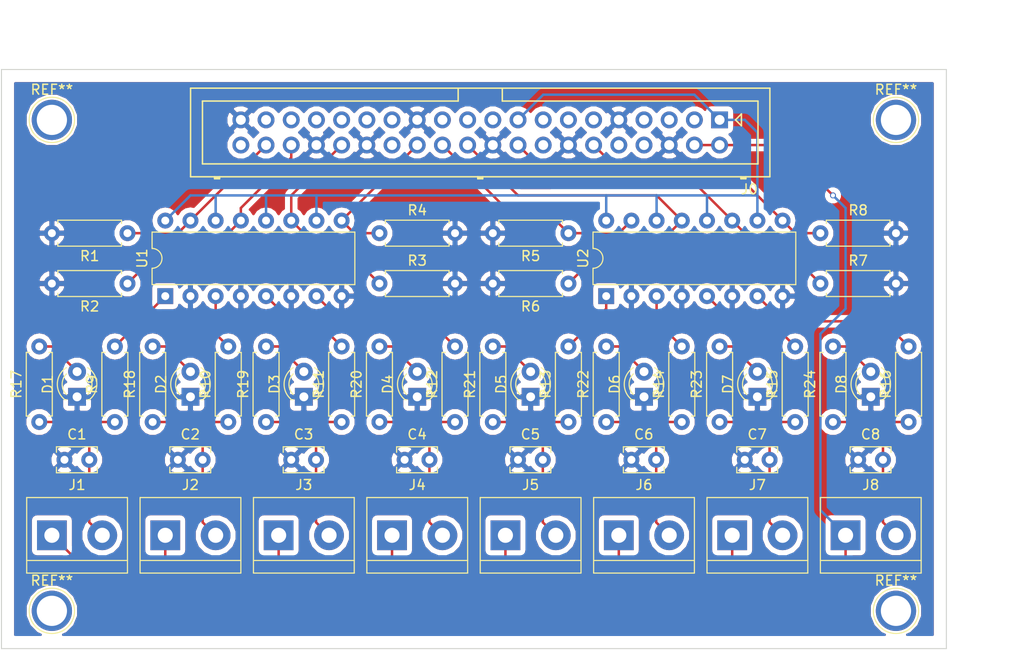
<source format=kicad_pcb>
(kicad_pcb (version 4) (host pcbnew 4.0.7)

  (general
    (links 113)
    (no_connects 0)
    (area 96.469999 92.55 203.43 157.795)
    (thickness 1.6)
    (drawings 8)
    (tracks 169)
    (zones 0)
    (modules 55)
    (nets 56)
  )

  (page A4)
  (title_block
    (title Adapterplatine)
    (date 2018-03-19)
    (rev 1.0)
    (company einsle.de)
  )

  (layers
    (0 F.Cu signal)
    (31 B.Cu signal)
    (32 B.Adhes user)
    (33 F.Adhes user)
    (34 B.Paste user)
    (35 F.Paste user)
    (36 B.SilkS user)
    (37 F.SilkS user)
    (38 B.Mask user)
    (39 F.Mask user)
    (40 Dwgs.User user)
    (41 Cmts.User user)
    (42 Eco1.User user)
    (43 Eco2.User user)
    (44 Edge.Cuts user)
    (45 Margin user)
    (46 B.CrtYd user)
    (47 F.CrtYd user)
    (48 B.Fab user)
    (49 F.Fab user)
  )

  (setup
    (last_trace_width 0.25)
    (trace_clearance 0.25)
    (zone_clearance 0.508)
    (zone_45_only no)
    (trace_min 0.25)
    (segment_width 0.2)
    (edge_width 0.1)
    (via_size 0.6)
    (via_drill 0.4)
    (via_min_size 0.4)
    (via_min_drill 0.3)
    (uvia_size 0.3)
    (uvia_drill 0.1)
    (uvias_allowed no)
    (uvia_min_size 0.2)
    (uvia_min_drill 0.1)
    (pcb_text_width 0.3)
    (pcb_text_size 1.5 1.5)
    (mod_edge_width 0.15)
    (mod_text_size 1 1)
    (mod_text_width 0.15)
    (pad_size 1.5 1.5)
    (pad_drill 0.6)
    (pad_to_mask_clearance 0)
    (aux_axis_origin 0 0)
    (visible_elements 7FFFFFFF)
    (pcbplotparams
      (layerselection 0x010b0_80000001)
      (usegerberextensions false)
      (excludeedgelayer true)
      (linewidth 0.100000)
      (plotframeref false)
      (viasonmask false)
      (mode 1)
      (useauxorigin false)
      (hpglpennumber 1)
      (hpglpenspeed 20)
      (hpglpendiameter 15)
      (hpglpenoverlay 2)
      (psnegative false)
      (psa4output false)
      (plotreference true)
      (plotvalue true)
      (plotinvisibletext false)
      (padsonsilk false)
      (subtractmaskfromsilk false)
      (outputformat 1)
      (mirror false)
      (drillshape 0)
      (scaleselection 1)
      (outputdirectory gerber/))
  )

  (net 0 "")
  (net 1 GND)
  (net 2 +3V3)
  (net 3 +5V)
  (net 4 "Net-(J0-Pad3)")
  (net 5 "Net-(J0-Pad5)")
  (net 6 "Net-(J0-Pad7)")
  (net 7 "Net-(J0-Pad8)")
  (net 8 "Net-(J0-Pad10)")
  (net 9 "Net-(J0-Pad11)")
  (net 10 "Net-(J0-Pad13)")
  (net 11 "Net-(J0-Pad15)")
  (net 12 "Net-(J0-Pad16)")
  (net 13 "Net-(J0-Pad19)")
  (net 14 "Net-(J0-Pad21)")
  (net 15 "Net-(J0-Pad23)")
  (net 16 "Net-(J0-Pad27)")
  (net 17 "Net-(J0-Pad28)")
  (net 18 "Net-(J0-Pad29)")
  (net 19 "Net-(J0-Pad31)")
  (net 20 "Net-(J0-Pad33)")
  (net 21 "Net-(J0-Pad35)")
  (net 22 "Net-(J0-Pad37)")
  (net 23 "Net-(J0-Pad40)")
  (net 24 /in1)
  (net 25 /in2)
  (net 26 /in3)
  (net 27 /in4)
  (net 28 /in5)
  (net 29 /in6)
  (net 30 /in7)
  (net 31 /in8)
  (net 32 /il1)
  (net 33 /il2)
  (net 34 /il3)
  (net 35 /il4)
  (net 36 /il5)
  (net 37 /il6)
  (net 38 /il7)
  (net 39 /il8)
  (net 40 /ir8)
  (net 41 /ir7)
  (net 42 /ir6)
  (net 43 /ir5)
  (net 44 /ir4)
  (net 45 /ir3)
  (net 46 /ir2)
  (net 47 /ir1)
  (net 48 /io1)
  (net 49 /io2)
  (net 50 /io3)
  (net 51 /io4)
  (net 52 /io5)
  (net 53 /io6)
  (net 54 /io7)
  (net 55 /io8)

  (net_class Default "Dies ist die voreingestellte Netzklasse."
    (clearance 0.25)
    (trace_width 0.25)
    (via_dia 0.6)
    (via_drill 0.4)
    (uvia_dia 0.3)
    (uvia_drill 0.1)
    (add_net +3V3)
    (add_net +5V)
    (add_net /il1)
    (add_net /il2)
    (add_net /il3)
    (add_net /il4)
    (add_net /il5)
    (add_net /il6)
    (add_net /il7)
    (add_net /il8)
    (add_net /in1)
    (add_net /in2)
    (add_net /in3)
    (add_net /in4)
    (add_net /in5)
    (add_net /in6)
    (add_net /in7)
    (add_net /in8)
    (add_net /io1)
    (add_net /io2)
    (add_net /io3)
    (add_net /io4)
    (add_net /io5)
    (add_net /io6)
    (add_net /io7)
    (add_net /io8)
    (add_net /ir1)
    (add_net /ir2)
    (add_net /ir3)
    (add_net /ir4)
    (add_net /ir5)
    (add_net /ir6)
    (add_net /ir7)
    (add_net /ir8)
    (add_net GND)
    (add_net "Net-(J0-Pad10)")
    (add_net "Net-(J0-Pad11)")
    (add_net "Net-(J0-Pad13)")
    (add_net "Net-(J0-Pad15)")
    (add_net "Net-(J0-Pad16)")
    (add_net "Net-(J0-Pad19)")
    (add_net "Net-(J0-Pad21)")
    (add_net "Net-(J0-Pad23)")
    (add_net "Net-(J0-Pad27)")
    (add_net "Net-(J0-Pad28)")
    (add_net "Net-(J0-Pad29)")
    (add_net "Net-(J0-Pad3)")
    (add_net "Net-(J0-Pad31)")
    (add_net "Net-(J0-Pad33)")
    (add_net "Net-(J0-Pad35)")
    (add_net "Net-(J0-Pad37)")
    (add_net "Net-(J0-Pad40)")
    (add_net "Net-(J0-Pad5)")
    (add_net "Net-(J0-Pad7)")
    (add_net "Net-(J0-Pad8)")
  )

  (module Housings_DIP:DIP-16_W7.62mm (layer F.Cu) (tedit 59C78D6B) (tstamp 5AAF5983)
    (at 113.03 121.92 90)
    (descr "16-lead though-hole mounted DIP package, row spacing 7.62 mm (300 mils)")
    (tags "THT DIP DIL PDIP 2.54mm 7.62mm 300mil")
    (path /5889AE3E)
    (fp_text reference U1 (at 3.81 -2.33 90) (layer F.SilkS)
      (effects (font (size 1 1) (thickness 0.15)))
    )
    (fp_text value PC847 (at 3.81 20.11 90) (layer F.Fab)
      (effects (font (size 1 1) (thickness 0.15)))
    )
    (fp_arc (start 3.81 -1.33) (end 2.81 -1.33) (angle -180) (layer F.SilkS) (width 0.12))
    (fp_line (start 1.635 -1.27) (end 6.985 -1.27) (layer F.Fab) (width 0.1))
    (fp_line (start 6.985 -1.27) (end 6.985 19.05) (layer F.Fab) (width 0.1))
    (fp_line (start 6.985 19.05) (end 0.635 19.05) (layer F.Fab) (width 0.1))
    (fp_line (start 0.635 19.05) (end 0.635 -0.27) (layer F.Fab) (width 0.1))
    (fp_line (start 0.635 -0.27) (end 1.635 -1.27) (layer F.Fab) (width 0.1))
    (fp_line (start 2.81 -1.33) (end 1.16 -1.33) (layer F.SilkS) (width 0.12))
    (fp_line (start 1.16 -1.33) (end 1.16 19.11) (layer F.SilkS) (width 0.12))
    (fp_line (start 1.16 19.11) (end 6.46 19.11) (layer F.SilkS) (width 0.12))
    (fp_line (start 6.46 19.11) (end 6.46 -1.33) (layer F.SilkS) (width 0.12))
    (fp_line (start 6.46 -1.33) (end 4.81 -1.33) (layer F.SilkS) (width 0.12))
    (fp_line (start -1.1 -1.55) (end -1.1 19.3) (layer F.CrtYd) (width 0.05))
    (fp_line (start -1.1 19.3) (end 8.7 19.3) (layer F.CrtYd) (width 0.05))
    (fp_line (start 8.7 19.3) (end 8.7 -1.55) (layer F.CrtYd) (width 0.05))
    (fp_line (start 8.7 -1.55) (end -1.1 -1.55) (layer F.CrtYd) (width 0.05))
    (fp_text user %R (at 3.81 8.89 90) (layer F.Fab)
      (effects (font (size 1 1) (thickness 0.15)))
    )
    (pad 1 thru_hole rect (at 0 0 90) (size 1.6 1.6) (drill 0.8) (layers *.Cu *.Mask)
      (net 48 /io1))
    (pad 9 thru_hole oval (at 7.62 17.78 90) (size 1.6 1.6) (drill 0.8) (layers *.Cu *.Mask)
      (net 44 /ir4))
    (pad 2 thru_hole oval (at 0 2.54 90) (size 1.6 1.6) (drill 0.8) (layers *.Cu *.Mask)
      (net 1 GND))
    (pad 10 thru_hole oval (at 7.62 15.24 90) (size 1.6 1.6) (drill 0.8) (layers *.Cu *.Mask)
      (net 2 +3V3))
    (pad 3 thru_hole oval (at 0 5.08 90) (size 1.6 1.6) (drill 0.8) (layers *.Cu *.Mask)
      (net 49 /io2))
    (pad 11 thru_hole oval (at 7.62 12.7 90) (size 1.6 1.6) (drill 0.8) (layers *.Cu *.Mask)
      (net 45 /ir3))
    (pad 4 thru_hole oval (at 0 7.62 90) (size 1.6 1.6) (drill 0.8) (layers *.Cu *.Mask)
      (net 1 GND))
    (pad 12 thru_hole oval (at 7.62 10.16 90) (size 1.6 1.6) (drill 0.8) (layers *.Cu *.Mask)
      (net 2 +3V3))
    (pad 5 thru_hole oval (at 0 10.16 90) (size 1.6 1.6) (drill 0.8) (layers *.Cu *.Mask)
      (net 50 /io3))
    (pad 13 thru_hole oval (at 7.62 7.62 90) (size 1.6 1.6) (drill 0.8) (layers *.Cu *.Mask)
      (net 46 /ir2))
    (pad 6 thru_hole oval (at 0 12.7 90) (size 1.6 1.6) (drill 0.8) (layers *.Cu *.Mask)
      (net 1 GND))
    (pad 14 thru_hole oval (at 7.62 5.08 90) (size 1.6 1.6) (drill 0.8) (layers *.Cu *.Mask)
      (net 2 +3V3))
    (pad 7 thru_hole oval (at 0 15.24 90) (size 1.6 1.6) (drill 0.8) (layers *.Cu *.Mask)
      (net 51 /io4))
    (pad 15 thru_hole oval (at 7.62 2.54 90) (size 1.6 1.6) (drill 0.8) (layers *.Cu *.Mask)
      (net 47 /ir1))
    (pad 8 thru_hole oval (at 0 17.78 90) (size 1.6 1.6) (drill 0.8) (layers *.Cu *.Mask)
      (net 1 GND))
    (pad 16 thru_hole oval (at 7.62 0 90) (size 1.6 1.6) (drill 0.8) (layers *.Cu *.Mask)
      (net 2 +3V3))
    (model ${KISYS3DMOD}/Housings_DIP.3dshapes/DIP-16_W7.62mm.wrl
      (at (xyz 0 0 0))
      (scale (xyz 1 1 1))
      (rotate (xyz 0 0 0))
    )
  )

  (module Capacitors_THT:C_Rect_L4.0mm_W2.5mm_P2.50mm (layer F.Cu) (tedit 597BC7C2) (tstamp 5AAF5829)
    (at 102.87 138.43)
    (descr "C, Rect series, Radial, pin pitch=2.50mm, , length*width=4*2.5mm^2, Capacitor")
    (tags "C Rect series Radial pin pitch 2.50mm  length 4mm width 2.5mm Capacitor")
    (path /5889FA61)
    (fp_text reference C1 (at 1.25 -2.56) (layer F.SilkS)
      (effects (font (size 1 1) (thickness 0.15)))
    )
    (fp_text value 0,1uF (at 1.25 2.56) (layer F.Fab)
      (effects (font (size 1 1) (thickness 0.15)))
    )
    (fp_line (start -0.75 -1.25) (end -0.75 1.25) (layer F.Fab) (width 0.1))
    (fp_line (start -0.75 1.25) (end 3.25 1.25) (layer F.Fab) (width 0.1))
    (fp_line (start 3.25 1.25) (end 3.25 -1.25) (layer F.Fab) (width 0.1))
    (fp_line (start 3.25 -1.25) (end -0.75 -1.25) (layer F.Fab) (width 0.1))
    (fp_line (start -0.81 -1.31) (end 3.31 -1.31) (layer F.SilkS) (width 0.12))
    (fp_line (start -0.81 1.31) (end 3.31 1.31) (layer F.SilkS) (width 0.12))
    (fp_line (start -0.81 -1.31) (end -0.81 -0.75) (layer F.SilkS) (width 0.12))
    (fp_line (start -0.81 0.75) (end -0.81 1.31) (layer F.SilkS) (width 0.12))
    (fp_line (start 3.31 -1.31) (end 3.31 -0.75) (layer F.SilkS) (width 0.12))
    (fp_line (start 3.31 0.75) (end 3.31 1.31) (layer F.SilkS) (width 0.12))
    (fp_line (start -1.1 -1.6) (end -1.1 1.6) (layer F.CrtYd) (width 0.05))
    (fp_line (start -1.1 1.6) (end 3.6 1.6) (layer F.CrtYd) (width 0.05))
    (fp_line (start 3.6 1.6) (end 3.6 -1.6) (layer F.CrtYd) (width 0.05))
    (fp_line (start 3.6 -1.6) (end -1.1 -1.6) (layer F.CrtYd) (width 0.05))
    (fp_text user %R (at 1.25 0) (layer F.Fab)
      (effects (font (size 1 1) (thickness 0.15)))
    )
    (pad 1 thru_hole circle (at 0 0) (size 1.6 1.6) (drill 0.8) (layers *.Cu *.Mask)
      (net 1 GND))
    (pad 2 thru_hole circle (at 2.5 0) (size 1.6 1.6) (drill 0.8) (layers *.Cu *.Mask)
      (net 24 /in1))
    (model ${KISYS3DMOD}/Capacitors_THT.3dshapes/C_Rect_L4.0mm_W2.5mm_P2.50mm.wrl
      (at (xyz 0 0 0))
      (scale (xyz 1 1 1))
      (rotate (xyz 0 0 0))
    )
  )

  (module Capacitors_THT:C_Rect_L4.0mm_W2.5mm_P2.50mm (layer F.Cu) (tedit 597BC7C2) (tstamp 5AAF582F)
    (at 114.3 138.43)
    (descr "C, Rect series, Radial, pin pitch=2.50mm, , length*width=4*2.5mm^2, Capacitor")
    (tags "C Rect series Radial pin pitch 2.50mm  length 4mm width 2.5mm Capacitor")
    (path /5889FBFE)
    (fp_text reference C2 (at 1.25 -2.56) (layer F.SilkS)
      (effects (font (size 1 1) (thickness 0.15)))
    )
    (fp_text value 0,1uF (at 1.25 2.56) (layer F.Fab)
      (effects (font (size 1 1) (thickness 0.15)))
    )
    (fp_line (start -0.75 -1.25) (end -0.75 1.25) (layer F.Fab) (width 0.1))
    (fp_line (start -0.75 1.25) (end 3.25 1.25) (layer F.Fab) (width 0.1))
    (fp_line (start 3.25 1.25) (end 3.25 -1.25) (layer F.Fab) (width 0.1))
    (fp_line (start 3.25 -1.25) (end -0.75 -1.25) (layer F.Fab) (width 0.1))
    (fp_line (start -0.81 -1.31) (end 3.31 -1.31) (layer F.SilkS) (width 0.12))
    (fp_line (start -0.81 1.31) (end 3.31 1.31) (layer F.SilkS) (width 0.12))
    (fp_line (start -0.81 -1.31) (end -0.81 -0.75) (layer F.SilkS) (width 0.12))
    (fp_line (start -0.81 0.75) (end -0.81 1.31) (layer F.SilkS) (width 0.12))
    (fp_line (start 3.31 -1.31) (end 3.31 -0.75) (layer F.SilkS) (width 0.12))
    (fp_line (start 3.31 0.75) (end 3.31 1.31) (layer F.SilkS) (width 0.12))
    (fp_line (start -1.1 -1.6) (end -1.1 1.6) (layer F.CrtYd) (width 0.05))
    (fp_line (start -1.1 1.6) (end 3.6 1.6) (layer F.CrtYd) (width 0.05))
    (fp_line (start 3.6 1.6) (end 3.6 -1.6) (layer F.CrtYd) (width 0.05))
    (fp_line (start 3.6 -1.6) (end -1.1 -1.6) (layer F.CrtYd) (width 0.05))
    (fp_text user %R (at 1.25 0) (layer F.Fab)
      (effects (font (size 1 1) (thickness 0.15)))
    )
    (pad 1 thru_hole circle (at 0 0) (size 1.6 1.6) (drill 0.8) (layers *.Cu *.Mask)
      (net 1 GND))
    (pad 2 thru_hole circle (at 2.5 0) (size 1.6 1.6) (drill 0.8) (layers *.Cu *.Mask)
      (net 25 /in2))
    (model ${KISYS3DMOD}/Capacitors_THT.3dshapes/C_Rect_L4.0mm_W2.5mm_P2.50mm.wrl
      (at (xyz 0 0 0))
      (scale (xyz 1 1 1))
      (rotate (xyz 0 0 0))
    )
  )

  (module Capacitors_THT:C_Rect_L4.0mm_W2.5mm_P2.50mm (layer F.Cu) (tedit 597BC7C2) (tstamp 5AAF5835)
    (at 125.73 138.43)
    (descr "C, Rect series, Radial, pin pitch=2.50mm, , length*width=4*2.5mm^2, Capacitor")
    (tags "C Rect series Radial pin pitch 2.50mm  length 4mm width 2.5mm Capacitor")
    (path /5889FC87)
    (fp_text reference C3 (at 1.25 -2.56) (layer F.SilkS)
      (effects (font (size 1 1) (thickness 0.15)))
    )
    (fp_text value 0,1uF (at 1.25 2.56) (layer F.Fab)
      (effects (font (size 1 1) (thickness 0.15)))
    )
    (fp_line (start -0.75 -1.25) (end -0.75 1.25) (layer F.Fab) (width 0.1))
    (fp_line (start -0.75 1.25) (end 3.25 1.25) (layer F.Fab) (width 0.1))
    (fp_line (start 3.25 1.25) (end 3.25 -1.25) (layer F.Fab) (width 0.1))
    (fp_line (start 3.25 -1.25) (end -0.75 -1.25) (layer F.Fab) (width 0.1))
    (fp_line (start -0.81 -1.31) (end 3.31 -1.31) (layer F.SilkS) (width 0.12))
    (fp_line (start -0.81 1.31) (end 3.31 1.31) (layer F.SilkS) (width 0.12))
    (fp_line (start -0.81 -1.31) (end -0.81 -0.75) (layer F.SilkS) (width 0.12))
    (fp_line (start -0.81 0.75) (end -0.81 1.31) (layer F.SilkS) (width 0.12))
    (fp_line (start 3.31 -1.31) (end 3.31 -0.75) (layer F.SilkS) (width 0.12))
    (fp_line (start 3.31 0.75) (end 3.31 1.31) (layer F.SilkS) (width 0.12))
    (fp_line (start -1.1 -1.6) (end -1.1 1.6) (layer F.CrtYd) (width 0.05))
    (fp_line (start -1.1 1.6) (end 3.6 1.6) (layer F.CrtYd) (width 0.05))
    (fp_line (start 3.6 1.6) (end 3.6 -1.6) (layer F.CrtYd) (width 0.05))
    (fp_line (start 3.6 -1.6) (end -1.1 -1.6) (layer F.CrtYd) (width 0.05))
    (fp_text user %R (at 1.25 0) (layer F.Fab)
      (effects (font (size 1 1) (thickness 0.15)))
    )
    (pad 1 thru_hole circle (at 0 0) (size 1.6 1.6) (drill 0.8) (layers *.Cu *.Mask)
      (net 1 GND))
    (pad 2 thru_hole circle (at 2.5 0) (size 1.6 1.6) (drill 0.8) (layers *.Cu *.Mask)
      (net 26 /in3))
    (model ${KISYS3DMOD}/Capacitors_THT.3dshapes/C_Rect_L4.0mm_W2.5mm_P2.50mm.wrl
      (at (xyz 0 0 0))
      (scale (xyz 1 1 1))
      (rotate (xyz 0 0 0))
    )
  )

  (module Capacitors_THT:C_Rect_L4.0mm_W2.5mm_P2.50mm (layer F.Cu) (tedit 597BC7C2) (tstamp 5AAF583B)
    (at 137.16 138.43)
    (descr "C, Rect series, Radial, pin pitch=2.50mm, , length*width=4*2.5mm^2, Capacitor")
    (tags "C Rect series Radial pin pitch 2.50mm  length 4mm width 2.5mm Capacitor")
    (path /5889FD11)
    (fp_text reference C4 (at 1.25 -2.56) (layer F.SilkS)
      (effects (font (size 1 1) (thickness 0.15)))
    )
    (fp_text value 0,1uF (at 1.25 2.56) (layer F.Fab)
      (effects (font (size 1 1) (thickness 0.15)))
    )
    (fp_line (start -0.75 -1.25) (end -0.75 1.25) (layer F.Fab) (width 0.1))
    (fp_line (start -0.75 1.25) (end 3.25 1.25) (layer F.Fab) (width 0.1))
    (fp_line (start 3.25 1.25) (end 3.25 -1.25) (layer F.Fab) (width 0.1))
    (fp_line (start 3.25 -1.25) (end -0.75 -1.25) (layer F.Fab) (width 0.1))
    (fp_line (start -0.81 -1.31) (end 3.31 -1.31) (layer F.SilkS) (width 0.12))
    (fp_line (start -0.81 1.31) (end 3.31 1.31) (layer F.SilkS) (width 0.12))
    (fp_line (start -0.81 -1.31) (end -0.81 -0.75) (layer F.SilkS) (width 0.12))
    (fp_line (start -0.81 0.75) (end -0.81 1.31) (layer F.SilkS) (width 0.12))
    (fp_line (start 3.31 -1.31) (end 3.31 -0.75) (layer F.SilkS) (width 0.12))
    (fp_line (start 3.31 0.75) (end 3.31 1.31) (layer F.SilkS) (width 0.12))
    (fp_line (start -1.1 -1.6) (end -1.1 1.6) (layer F.CrtYd) (width 0.05))
    (fp_line (start -1.1 1.6) (end 3.6 1.6) (layer F.CrtYd) (width 0.05))
    (fp_line (start 3.6 1.6) (end 3.6 -1.6) (layer F.CrtYd) (width 0.05))
    (fp_line (start 3.6 -1.6) (end -1.1 -1.6) (layer F.CrtYd) (width 0.05))
    (fp_text user %R (at 1.25 0) (layer F.Fab)
      (effects (font (size 1 1) (thickness 0.15)))
    )
    (pad 1 thru_hole circle (at 0 0) (size 1.6 1.6) (drill 0.8) (layers *.Cu *.Mask)
      (net 1 GND))
    (pad 2 thru_hole circle (at 2.5 0) (size 1.6 1.6) (drill 0.8) (layers *.Cu *.Mask)
      (net 27 /in4))
    (model ${KISYS3DMOD}/Capacitors_THT.3dshapes/C_Rect_L4.0mm_W2.5mm_P2.50mm.wrl
      (at (xyz 0 0 0))
      (scale (xyz 1 1 1))
      (rotate (xyz 0 0 0))
    )
  )

  (module Capacitors_THT:C_Rect_L4.0mm_W2.5mm_P2.50mm (layer F.Cu) (tedit 597BC7C2) (tstamp 5AAF5841)
    (at 148.59 138.43)
    (descr "C, Rect series, Radial, pin pitch=2.50mm, , length*width=4*2.5mm^2, Capacitor")
    (tags "C Rect series Radial pin pitch 2.50mm  length 4mm width 2.5mm Capacitor")
    (path /588AE355)
    (fp_text reference C5 (at 1.25 -2.56) (layer F.SilkS)
      (effects (font (size 1 1) (thickness 0.15)))
    )
    (fp_text value 0,1uF (at 1.25 2.56) (layer F.Fab)
      (effects (font (size 1 1) (thickness 0.15)))
    )
    (fp_line (start -0.75 -1.25) (end -0.75 1.25) (layer F.Fab) (width 0.1))
    (fp_line (start -0.75 1.25) (end 3.25 1.25) (layer F.Fab) (width 0.1))
    (fp_line (start 3.25 1.25) (end 3.25 -1.25) (layer F.Fab) (width 0.1))
    (fp_line (start 3.25 -1.25) (end -0.75 -1.25) (layer F.Fab) (width 0.1))
    (fp_line (start -0.81 -1.31) (end 3.31 -1.31) (layer F.SilkS) (width 0.12))
    (fp_line (start -0.81 1.31) (end 3.31 1.31) (layer F.SilkS) (width 0.12))
    (fp_line (start -0.81 -1.31) (end -0.81 -0.75) (layer F.SilkS) (width 0.12))
    (fp_line (start -0.81 0.75) (end -0.81 1.31) (layer F.SilkS) (width 0.12))
    (fp_line (start 3.31 -1.31) (end 3.31 -0.75) (layer F.SilkS) (width 0.12))
    (fp_line (start 3.31 0.75) (end 3.31 1.31) (layer F.SilkS) (width 0.12))
    (fp_line (start -1.1 -1.6) (end -1.1 1.6) (layer F.CrtYd) (width 0.05))
    (fp_line (start -1.1 1.6) (end 3.6 1.6) (layer F.CrtYd) (width 0.05))
    (fp_line (start 3.6 1.6) (end 3.6 -1.6) (layer F.CrtYd) (width 0.05))
    (fp_line (start 3.6 -1.6) (end -1.1 -1.6) (layer F.CrtYd) (width 0.05))
    (fp_text user %R (at 1.25 0) (layer F.Fab)
      (effects (font (size 1 1) (thickness 0.15)))
    )
    (pad 1 thru_hole circle (at 0 0) (size 1.6 1.6) (drill 0.8) (layers *.Cu *.Mask)
      (net 1 GND))
    (pad 2 thru_hole circle (at 2.5 0) (size 1.6 1.6) (drill 0.8) (layers *.Cu *.Mask)
      (net 28 /in5))
    (model ${KISYS3DMOD}/Capacitors_THT.3dshapes/C_Rect_L4.0mm_W2.5mm_P2.50mm.wrl
      (at (xyz 0 0 0))
      (scale (xyz 1 1 1))
      (rotate (xyz 0 0 0))
    )
  )

  (module Capacitors_THT:C_Rect_L4.0mm_W2.5mm_P2.50mm (layer F.Cu) (tedit 597BC7C2) (tstamp 5AAF5847)
    (at 160.02 138.43)
    (descr "C, Rect series, Radial, pin pitch=2.50mm, , length*width=4*2.5mm^2, Capacitor")
    (tags "C Rect series Radial pin pitch 2.50mm  length 4mm width 2.5mm Capacitor")
    (path /588AE419)
    (fp_text reference C6 (at 1.25 -2.56) (layer F.SilkS)
      (effects (font (size 1 1) (thickness 0.15)))
    )
    (fp_text value 0,1uF (at 1.25 2.56) (layer F.Fab)
      (effects (font (size 1 1) (thickness 0.15)))
    )
    (fp_line (start -0.75 -1.25) (end -0.75 1.25) (layer F.Fab) (width 0.1))
    (fp_line (start -0.75 1.25) (end 3.25 1.25) (layer F.Fab) (width 0.1))
    (fp_line (start 3.25 1.25) (end 3.25 -1.25) (layer F.Fab) (width 0.1))
    (fp_line (start 3.25 -1.25) (end -0.75 -1.25) (layer F.Fab) (width 0.1))
    (fp_line (start -0.81 -1.31) (end 3.31 -1.31) (layer F.SilkS) (width 0.12))
    (fp_line (start -0.81 1.31) (end 3.31 1.31) (layer F.SilkS) (width 0.12))
    (fp_line (start -0.81 -1.31) (end -0.81 -0.75) (layer F.SilkS) (width 0.12))
    (fp_line (start -0.81 0.75) (end -0.81 1.31) (layer F.SilkS) (width 0.12))
    (fp_line (start 3.31 -1.31) (end 3.31 -0.75) (layer F.SilkS) (width 0.12))
    (fp_line (start 3.31 0.75) (end 3.31 1.31) (layer F.SilkS) (width 0.12))
    (fp_line (start -1.1 -1.6) (end -1.1 1.6) (layer F.CrtYd) (width 0.05))
    (fp_line (start -1.1 1.6) (end 3.6 1.6) (layer F.CrtYd) (width 0.05))
    (fp_line (start 3.6 1.6) (end 3.6 -1.6) (layer F.CrtYd) (width 0.05))
    (fp_line (start 3.6 -1.6) (end -1.1 -1.6) (layer F.CrtYd) (width 0.05))
    (fp_text user %R (at 1.25 0) (layer F.Fab)
      (effects (font (size 1 1) (thickness 0.15)))
    )
    (pad 1 thru_hole circle (at 0 0) (size 1.6 1.6) (drill 0.8) (layers *.Cu *.Mask)
      (net 1 GND))
    (pad 2 thru_hole circle (at 2.5 0) (size 1.6 1.6) (drill 0.8) (layers *.Cu *.Mask)
      (net 29 /in6))
    (model ${KISYS3DMOD}/Capacitors_THT.3dshapes/C_Rect_L4.0mm_W2.5mm_P2.50mm.wrl
      (at (xyz 0 0 0))
      (scale (xyz 1 1 1))
      (rotate (xyz 0 0 0))
    )
  )

  (module Capacitors_THT:C_Rect_L4.0mm_W2.5mm_P2.50mm (layer F.Cu) (tedit 597BC7C2) (tstamp 5AAF584D)
    (at 171.45 138.43)
    (descr "C, Rect series, Radial, pin pitch=2.50mm, , length*width=4*2.5mm^2, Capacitor")
    (tags "C Rect series Radial pin pitch 2.50mm  length 4mm width 2.5mm Capacitor")
    (path /588AEE14)
    (fp_text reference C7 (at 1.25 -2.56) (layer F.SilkS)
      (effects (font (size 1 1) (thickness 0.15)))
    )
    (fp_text value 0,1uF (at 1.25 2.56) (layer F.Fab)
      (effects (font (size 1 1) (thickness 0.15)))
    )
    (fp_line (start -0.75 -1.25) (end -0.75 1.25) (layer F.Fab) (width 0.1))
    (fp_line (start -0.75 1.25) (end 3.25 1.25) (layer F.Fab) (width 0.1))
    (fp_line (start 3.25 1.25) (end 3.25 -1.25) (layer F.Fab) (width 0.1))
    (fp_line (start 3.25 -1.25) (end -0.75 -1.25) (layer F.Fab) (width 0.1))
    (fp_line (start -0.81 -1.31) (end 3.31 -1.31) (layer F.SilkS) (width 0.12))
    (fp_line (start -0.81 1.31) (end 3.31 1.31) (layer F.SilkS) (width 0.12))
    (fp_line (start -0.81 -1.31) (end -0.81 -0.75) (layer F.SilkS) (width 0.12))
    (fp_line (start -0.81 0.75) (end -0.81 1.31) (layer F.SilkS) (width 0.12))
    (fp_line (start 3.31 -1.31) (end 3.31 -0.75) (layer F.SilkS) (width 0.12))
    (fp_line (start 3.31 0.75) (end 3.31 1.31) (layer F.SilkS) (width 0.12))
    (fp_line (start -1.1 -1.6) (end -1.1 1.6) (layer F.CrtYd) (width 0.05))
    (fp_line (start -1.1 1.6) (end 3.6 1.6) (layer F.CrtYd) (width 0.05))
    (fp_line (start 3.6 1.6) (end 3.6 -1.6) (layer F.CrtYd) (width 0.05))
    (fp_line (start 3.6 -1.6) (end -1.1 -1.6) (layer F.CrtYd) (width 0.05))
    (fp_text user %R (at 1.25 0) (layer F.Fab)
      (effects (font (size 1 1) (thickness 0.15)))
    )
    (pad 1 thru_hole circle (at 0 0) (size 1.6 1.6) (drill 0.8) (layers *.Cu *.Mask)
      (net 1 GND))
    (pad 2 thru_hole circle (at 2.5 0) (size 1.6 1.6) (drill 0.8) (layers *.Cu *.Mask)
      (net 30 /in7))
    (model ${KISYS3DMOD}/Capacitors_THT.3dshapes/C_Rect_L4.0mm_W2.5mm_P2.50mm.wrl
      (at (xyz 0 0 0))
      (scale (xyz 1 1 1))
      (rotate (xyz 0 0 0))
    )
  )

  (module Capacitors_THT:C_Rect_L4.0mm_W2.5mm_P2.50mm (layer F.Cu) (tedit 597BC7C2) (tstamp 5AAF5853)
    (at 182.88 138.43)
    (descr "C, Rect series, Radial, pin pitch=2.50mm, , length*width=4*2.5mm^2, Capacitor")
    (tags "C Rect series Radial pin pitch 2.50mm  length 4mm width 2.5mm Capacitor")
    (path /588AEEE0)
    (fp_text reference C8 (at 1.25 -2.56) (layer F.SilkS)
      (effects (font (size 1 1) (thickness 0.15)))
    )
    (fp_text value 0,1uF (at 1.25 2.56) (layer F.Fab)
      (effects (font (size 1 1) (thickness 0.15)))
    )
    (fp_line (start -0.75 -1.25) (end -0.75 1.25) (layer F.Fab) (width 0.1))
    (fp_line (start -0.75 1.25) (end 3.25 1.25) (layer F.Fab) (width 0.1))
    (fp_line (start 3.25 1.25) (end 3.25 -1.25) (layer F.Fab) (width 0.1))
    (fp_line (start 3.25 -1.25) (end -0.75 -1.25) (layer F.Fab) (width 0.1))
    (fp_line (start -0.81 -1.31) (end 3.31 -1.31) (layer F.SilkS) (width 0.12))
    (fp_line (start -0.81 1.31) (end 3.31 1.31) (layer F.SilkS) (width 0.12))
    (fp_line (start -0.81 -1.31) (end -0.81 -0.75) (layer F.SilkS) (width 0.12))
    (fp_line (start -0.81 0.75) (end -0.81 1.31) (layer F.SilkS) (width 0.12))
    (fp_line (start 3.31 -1.31) (end 3.31 -0.75) (layer F.SilkS) (width 0.12))
    (fp_line (start 3.31 0.75) (end 3.31 1.31) (layer F.SilkS) (width 0.12))
    (fp_line (start -1.1 -1.6) (end -1.1 1.6) (layer F.CrtYd) (width 0.05))
    (fp_line (start -1.1 1.6) (end 3.6 1.6) (layer F.CrtYd) (width 0.05))
    (fp_line (start 3.6 1.6) (end 3.6 -1.6) (layer F.CrtYd) (width 0.05))
    (fp_line (start 3.6 -1.6) (end -1.1 -1.6) (layer F.CrtYd) (width 0.05))
    (fp_text user %R (at 1.25 0) (layer F.Fab)
      (effects (font (size 1 1) (thickness 0.15)))
    )
    (pad 1 thru_hole circle (at 0 0) (size 1.6 1.6) (drill 0.8) (layers *.Cu *.Mask)
      (net 1 GND))
    (pad 2 thru_hole circle (at 2.5 0) (size 1.6 1.6) (drill 0.8) (layers *.Cu *.Mask)
      (net 31 /in8))
    (model ${KISYS3DMOD}/Capacitors_THT.3dshapes/C_Rect_L4.0mm_W2.5mm_P2.50mm.wrl
      (at (xyz 0 0 0))
      (scale (xyz 1 1 1))
      (rotate (xyz 0 0 0))
    )
  )

  (module LEDs:LED_D3.0mm (layer F.Cu) (tedit 587A3A7B) (tstamp 5AAF5859)
    (at 104.14 132.08 90)
    (descr "LED, diameter 3.0mm, 2 pins")
    (tags "LED diameter 3.0mm 2 pins")
    (path /5889B1E8)
    (fp_text reference D1 (at 1.27 -2.96 90) (layer F.SilkS)
      (effects (font (size 1 1) (thickness 0.15)))
    )
    (fp_text value LED (at 1.27 2.96 90) (layer F.Fab)
      (effects (font (size 1 1) (thickness 0.15)))
    )
    (fp_arc (start 1.27 0) (end -0.23 -1.16619) (angle 284.3) (layer F.Fab) (width 0.1))
    (fp_arc (start 1.27 0) (end -0.29 -1.235516) (angle 108.8) (layer F.SilkS) (width 0.12))
    (fp_arc (start 1.27 0) (end -0.29 1.235516) (angle -108.8) (layer F.SilkS) (width 0.12))
    (fp_arc (start 1.27 0) (end 0.229039 -1.08) (angle 87.9) (layer F.SilkS) (width 0.12))
    (fp_arc (start 1.27 0) (end 0.229039 1.08) (angle -87.9) (layer F.SilkS) (width 0.12))
    (fp_circle (center 1.27 0) (end 2.77 0) (layer F.Fab) (width 0.1))
    (fp_line (start -0.23 -1.16619) (end -0.23 1.16619) (layer F.Fab) (width 0.1))
    (fp_line (start -0.29 -1.236) (end -0.29 -1.08) (layer F.SilkS) (width 0.12))
    (fp_line (start -0.29 1.08) (end -0.29 1.236) (layer F.SilkS) (width 0.12))
    (fp_line (start -1.15 -2.25) (end -1.15 2.25) (layer F.CrtYd) (width 0.05))
    (fp_line (start -1.15 2.25) (end 3.7 2.25) (layer F.CrtYd) (width 0.05))
    (fp_line (start 3.7 2.25) (end 3.7 -2.25) (layer F.CrtYd) (width 0.05))
    (fp_line (start 3.7 -2.25) (end -1.15 -2.25) (layer F.CrtYd) (width 0.05))
    (pad 1 thru_hole rect (at 0 0 90) (size 1.8 1.8) (drill 0.9) (layers *.Cu *.Mask)
      (net 1 GND))
    (pad 2 thru_hole circle (at 2.54 0 90) (size 1.8 1.8) (drill 0.9) (layers *.Cu *.Mask)
      (net 32 /il1))
    (model ${KISYS3DMOD}/LEDs.3dshapes/LED_D3.0mm.wrl
      (at (xyz 0 0 0))
      (scale (xyz 0.393701 0.393701 0.393701))
      (rotate (xyz 0 0 0))
    )
  )

  (module LEDs:LED_D3.0mm (layer F.Cu) (tedit 587A3A7B) (tstamp 5AAF585F)
    (at 115.57 132.08 90)
    (descr "LED, diameter 3.0mm, 2 pins")
    (tags "LED diameter 3.0mm 2 pins")
    (path /5889B23D)
    (fp_text reference D2 (at 1.27 -2.96 90) (layer F.SilkS)
      (effects (font (size 1 1) (thickness 0.15)))
    )
    (fp_text value LED (at 1.27 2.96 90) (layer F.Fab)
      (effects (font (size 1 1) (thickness 0.15)))
    )
    (fp_arc (start 1.27 0) (end -0.23 -1.16619) (angle 284.3) (layer F.Fab) (width 0.1))
    (fp_arc (start 1.27 0) (end -0.29 -1.235516) (angle 108.8) (layer F.SilkS) (width 0.12))
    (fp_arc (start 1.27 0) (end -0.29 1.235516) (angle -108.8) (layer F.SilkS) (width 0.12))
    (fp_arc (start 1.27 0) (end 0.229039 -1.08) (angle 87.9) (layer F.SilkS) (width 0.12))
    (fp_arc (start 1.27 0) (end 0.229039 1.08) (angle -87.9) (layer F.SilkS) (width 0.12))
    (fp_circle (center 1.27 0) (end 2.77 0) (layer F.Fab) (width 0.1))
    (fp_line (start -0.23 -1.16619) (end -0.23 1.16619) (layer F.Fab) (width 0.1))
    (fp_line (start -0.29 -1.236) (end -0.29 -1.08) (layer F.SilkS) (width 0.12))
    (fp_line (start -0.29 1.08) (end -0.29 1.236) (layer F.SilkS) (width 0.12))
    (fp_line (start -1.15 -2.25) (end -1.15 2.25) (layer F.CrtYd) (width 0.05))
    (fp_line (start -1.15 2.25) (end 3.7 2.25) (layer F.CrtYd) (width 0.05))
    (fp_line (start 3.7 2.25) (end 3.7 -2.25) (layer F.CrtYd) (width 0.05))
    (fp_line (start 3.7 -2.25) (end -1.15 -2.25) (layer F.CrtYd) (width 0.05))
    (pad 1 thru_hole rect (at 0 0 90) (size 1.8 1.8) (drill 0.9) (layers *.Cu *.Mask)
      (net 1 GND))
    (pad 2 thru_hole circle (at 2.54 0 90) (size 1.8 1.8) (drill 0.9) (layers *.Cu *.Mask)
      (net 33 /il2))
    (model ${KISYS3DMOD}/LEDs.3dshapes/LED_D3.0mm.wrl
      (at (xyz 0 0 0))
      (scale (xyz 0.393701 0.393701 0.393701))
      (rotate (xyz 0 0 0))
    )
  )

  (module LEDs:LED_D3.0mm (layer F.Cu) (tedit 587A3A7B) (tstamp 5AAF5865)
    (at 127 132.08 90)
    (descr "LED, diameter 3.0mm, 2 pins")
    (tags "LED diameter 3.0mm 2 pins")
    (path /5889C537)
    (fp_text reference D3 (at 1.27 -2.96 90) (layer F.SilkS)
      (effects (font (size 1 1) (thickness 0.15)))
    )
    (fp_text value LED (at 1.27 2.96 90) (layer F.Fab)
      (effects (font (size 1 1) (thickness 0.15)))
    )
    (fp_arc (start 1.27 0) (end -0.23 -1.16619) (angle 284.3) (layer F.Fab) (width 0.1))
    (fp_arc (start 1.27 0) (end -0.29 -1.235516) (angle 108.8) (layer F.SilkS) (width 0.12))
    (fp_arc (start 1.27 0) (end -0.29 1.235516) (angle -108.8) (layer F.SilkS) (width 0.12))
    (fp_arc (start 1.27 0) (end 0.229039 -1.08) (angle 87.9) (layer F.SilkS) (width 0.12))
    (fp_arc (start 1.27 0) (end 0.229039 1.08) (angle -87.9) (layer F.SilkS) (width 0.12))
    (fp_circle (center 1.27 0) (end 2.77 0) (layer F.Fab) (width 0.1))
    (fp_line (start -0.23 -1.16619) (end -0.23 1.16619) (layer F.Fab) (width 0.1))
    (fp_line (start -0.29 -1.236) (end -0.29 -1.08) (layer F.SilkS) (width 0.12))
    (fp_line (start -0.29 1.08) (end -0.29 1.236) (layer F.SilkS) (width 0.12))
    (fp_line (start -1.15 -2.25) (end -1.15 2.25) (layer F.CrtYd) (width 0.05))
    (fp_line (start -1.15 2.25) (end 3.7 2.25) (layer F.CrtYd) (width 0.05))
    (fp_line (start 3.7 2.25) (end 3.7 -2.25) (layer F.CrtYd) (width 0.05))
    (fp_line (start 3.7 -2.25) (end -1.15 -2.25) (layer F.CrtYd) (width 0.05))
    (pad 1 thru_hole rect (at 0 0 90) (size 1.8 1.8) (drill 0.9) (layers *.Cu *.Mask)
      (net 1 GND))
    (pad 2 thru_hole circle (at 2.54 0 90) (size 1.8 1.8) (drill 0.9) (layers *.Cu *.Mask)
      (net 34 /il3))
    (model ${KISYS3DMOD}/LEDs.3dshapes/LED_D3.0mm.wrl
      (at (xyz 0 0 0))
      (scale (xyz 0.393701 0.393701 0.393701))
      (rotate (xyz 0 0 0))
    )
  )

  (module LEDs:LED_D3.0mm (layer F.Cu) (tedit 587A3A7B) (tstamp 5AAF586B)
    (at 138.43 132.08 90)
    (descr "LED, diameter 3.0mm, 2 pins")
    (tags "LED diameter 3.0mm 2 pins")
    (path /5889C59E)
    (fp_text reference D4 (at 1.27 -2.96 90) (layer F.SilkS)
      (effects (font (size 1 1) (thickness 0.15)))
    )
    (fp_text value LED (at 1.27 2.96 90) (layer F.Fab)
      (effects (font (size 1 1) (thickness 0.15)))
    )
    (fp_arc (start 1.27 0) (end -0.23 -1.16619) (angle 284.3) (layer F.Fab) (width 0.1))
    (fp_arc (start 1.27 0) (end -0.29 -1.235516) (angle 108.8) (layer F.SilkS) (width 0.12))
    (fp_arc (start 1.27 0) (end -0.29 1.235516) (angle -108.8) (layer F.SilkS) (width 0.12))
    (fp_arc (start 1.27 0) (end 0.229039 -1.08) (angle 87.9) (layer F.SilkS) (width 0.12))
    (fp_arc (start 1.27 0) (end 0.229039 1.08) (angle -87.9) (layer F.SilkS) (width 0.12))
    (fp_circle (center 1.27 0) (end 2.77 0) (layer F.Fab) (width 0.1))
    (fp_line (start -0.23 -1.16619) (end -0.23 1.16619) (layer F.Fab) (width 0.1))
    (fp_line (start -0.29 -1.236) (end -0.29 -1.08) (layer F.SilkS) (width 0.12))
    (fp_line (start -0.29 1.08) (end -0.29 1.236) (layer F.SilkS) (width 0.12))
    (fp_line (start -1.15 -2.25) (end -1.15 2.25) (layer F.CrtYd) (width 0.05))
    (fp_line (start -1.15 2.25) (end 3.7 2.25) (layer F.CrtYd) (width 0.05))
    (fp_line (start 3.7 2.25) (end 3.7 -2.25) (layer F.CrtYd) (width 0.05))
    (fp_line (start 3.7 -2.25) (end -1.15 -2.25) (layer F.CrtYd) (width 0.05))
    (pad 1 thru_hole rect (at 0 0 90) (size 1.8 1.8) (drill 0.9) (layers *.Cu *.Mask)
      (net 1 GND))
    (pad 2 thru_hole circle (at 2.54 0 90) (size 1.8 1.8) (drill 0.9) (layers *.Cu *.Mask)
      (net 35 /il4))
    (model ${KISYS3DMOD}/LEDs.3dshapes/LED_D3.0mm.wrl
      (at (xyz 0 0 0))
      (scale (xyz 0.393701 0.393701 0.393701))
      (rotate (xyz 0 0 0))
    )
  )

  (module LEDs:LED_D3.0mm (layer F.Cu) (tedit 587A3A7B) (tstamp 5AAF5871)
    (at 149.86 132.08 90)
    (descr "LED, diameter 3.0mm, 2 pins")
    (tags "LED diameter 3.0mm 2 pins")
    (path /588AA117)
    (fp_text reference D5 (at 1.27 -2.96 90) (layer F.SilkS)
      (effects (font (size 1 1) (thickness 0.15)))
    )
    (fp_text value LED (at 1.27 2.96 90) (layer F.Fab)
      (effects (font (size 1 1) (thickness 0.15)))
    )
    (fp_arc (start 1.27 0) (end -0.23 -1.16619) (angle 284.3) (layer F.Fab) (width 0.1))
    (fp_arc (start 1.27 0) (end -0.29 -1.235516) (angle 108.8) (layer F.SilkS) (width 0.12))
    (fp_arc (start 1.27 0) (end -0.29 1.235516) (angle -108.8) (layer F.SilkS) (width 0.12))
    (fp_arc (start 1.27 0) (end 0.229039 -1.08) (angle 87.9) (layer F.SilkS) (width 0.12))
    (fp_arc (start 1.27 0) (end 0.229039 1.08) (angle -87.9) (layer F.SilkS) (width 0.12))
    (fp_circle (center 1.27 0) (end 2.77 0) (layer F.Fab) (width 0.1))
    (fp_line (start -0.23 -1.16619) (end -0.23 1.16619) (layer F.Fab) (width 0.1))
    (fp_line (start -0.29 -1.236) (end -0.29 -1.08) (layer F.SilkS) (width 0.12))
    (fp_line (start -0.29 1.08) (end -0.29 1.236) (layer F.SilkS) (width 0.12))
    (fp_line (start -1.15 -2.25) (end -1.15 2.25) (layer F.CrtYd) (width 0.05))
    (fp_line (start -1.15 2.25) (end 3.7 2.25) (layer F.CrtYd) (width 0.05))
    (fp_line (start 3.7 2.25) (end 3.7 -2.25) (layer F.CrtYd) (width 0.05))
    (fp_line (start 3.7 -2.25) (end -1.15 -2.25) (layer F.CrtYd) (width 0.05))
    (pad 1 thru_hole rect (at 0 0 90) (size 1.8 1.8) (drill 0.9) (layers *.Cu *.Mask)
      (net 1 GND))
    (pad 2 thru_hole circle (at 2.54 0 90) (size 1.8 1.8) (drill 0.9) (layers *.Cu *.Mask)
      (net 36 /il5))
    (model ${KISYS3DMOD}/LEDs.3dshapes/LED_D3.0mm.wrl
      (at (xyz 0 0 0))
      (scale (xyz 0.393701 0.393701 0.393701))
      (rotate (xyz 0 0 0))
    )
  )

  (module LEDs:LED_D3.0mm (layer F.Cu) (tedit 587A3A7B) (tstamp 5AAF5877)
    (at 161.29 132.08 90)
    (descr "LED, diameter 3.0mm, 2 pins")
    (tags "LED diameter 3.0mm 2 pins")
    (path /588AA1B1)
    (fp_text reference D6 (at 1.27 -2.96 90) (layer F.SilkS)
      (effects (font (size 1 1) (thickness 0.15)))
    )
    (fp_text value LED (at 1.27 2.96 90) (layer F.Fab)
      (effects (font (size 1 1) (thickness 0.15)))
    )
    (fp_arc (start 1.27 0) (end -0.23 -1.16619) (angle 284.3) (layer F.Fab) (width 0.1))
    (fp_arc (start 1.27 0) (end -0.29 -1.235516) (angle 108.8) (layer F.SilkS) (width 0.12))
    (fp_arc (start 1.27 0) (end -0.29 1.235516) (angle -108.8) (layer F.SilkS) (width 0.12))
    (fp_arc (start 1.27 0) (end 0.229039 -1.08) (angle 87.9) (layer F.SilkS) (width 0.12))
    (fp_arc (start 1.27 0) (end 0.229039 1.08) (angle -87.9) (layer F.SilkS) (width 0.12))
    (fp_circle (center 1.27 0) (end 2.77 0) (layer F.Fab) (width 0.1))
    (fp_line (start -0.23 -1.16619) (end -0.23 1.16619) (layer F.Fab) (width 0.1))
    (fp_line (start -0.29 -1.236) (end -0.29 -1.08) (layer F.SilkS) (width 0.12))
    (fp_line (start -0.29 1.08) (end -0.29 1.236) (layer F.SilkS) (width 0.12))
    (fp_line (start -1.15 -2.25) (end -1.15 2.25) (layer F.CrtYd) (width 0.05))
    (fp_line (start -1.15 2.25) (end 3.7 2.25) (layer F.CrtYd) (width 0.05))
    (fp_line (start 3.7 2.25) (end 3.7 -2.25) (layer F.CrtYd) (width 0.05))
    (fp_line (start 3.7 -2.25) (end -1.15 -2.25) (layer F.CrtYd) (width 0.05))
    (pad 1 thru_hole rect (at 0 0 90) (size 1.8 1.8) (drill 0.9) (layers *.Cu *.Mask)
      (net 1 GND))
    (pad 2 thru_hole circle (at 2.54 0 90) (size 1.8 1.8) (drill 0.9) (layers *.Cu *.Mask)
      (net 37 /il6))
    (model ${KISYS3DMOD}/LEDs.3dshapes/LED_D3.0mm.wrl
      (at (xyz 0 0 0))
      (scale (xyz 0.393701 0.393701 0.393701))
      (rotate (xyz 0 0 0))
    )
  )

  (module LEDs:LED_D3.0mm (layer F.Cu) (tedit 587A3A7B) (tstamp 5AAF587D)
    (at 172.72 132.08 90)
    (descr "LED, diameter 3.0mm, 2 pins")
    (tags "LED diameter 3.0mm 2 pins")
    (path /588AA683)
    (fp_text reference D7 (at 1.27 -2.96 90) (layer F.SilkS)
      (effects (font (size 1 1) (thickness 0.15)))
    )
    (fp_text value LED (at 1.27 2.96 90) (layer F.Fab)
      (effects (font (size 1 1) (thickness 0.15)))
    )
    (fp_arc (start 1.27 0) (end -0.23 -1.16619) (angle 284.3) (layer F.Fab) (width 0.1))
    (fp_arc (start 1.27 0) (end -0.29 -1.235516) (angle 108.8) (layer F.SilkS) (width 0.12))
    (fp_arc (start 1.27 0) (end -0.29 1.235516) (angle -108.8) (layer F.SilkS) (width 0.12))
    (fp_arc (start 1.27 0) (end 0.229039 -1.08) (angle 87.9) (layer F.SilkS) (width 0.12))
    (fp_arc (start 1.27 0) (end 0.229039 1.08) (angle -87.9) (layer F.SilkS) (width 0.12))
    (fp_circle (center 1.27 0) (end 2.77 0) (layer F.Fab) (width 0.1))
    (fp_line (start -0.23 -1.16619) (end -0.23 1.16619) (layer F.Fab) (width 0.1))
    (fp_line (start -0.29 -1.236) (end -0.29 -1.08) (layer F.SilkS) (width 0.12))
    (fp_line (start -0.29 1.08) (end -0.29 1.236) (layer F.SilkS) (width 0.12))
    (fp_line (start -1.15 -2.25) (end -1.15 2.25) (layer F.CrtYd) (width 0.05))
    (fp_line (start -1.15 2.25) (end 3.7 2.25) (layer F.CrtYd) (width 0.05))
    (fp_line (start 3.7 2.25) (end 3.7 -2.25) (layer F.CrtYd) (width 0.05))
    (fp_line (start 3.7 -2.25) (end -1.15 -2.25) (layer F.CrtYd) (width 0.05))
    (pad 1 thru_hole rect (at 0 0 90) (size 1.8 1.8) (drill 0.9) (layers *.Cu *.Mask)
      (net 1 GND))
    (pad 2 thru_hole circle (at 2.54 0 90) (size 1.8 1.8) (drill 0.9) (layers *.Cu *.Mask)
      (net 38 /il7))
    (model ${KISYS3DMOD}/LEDs.3dshapes/LED_D3.0mm.wrl
      (at (xyz 0 0 0))
      (scale (xyz 0.393701 0.393701 0.393701))
      (rotate (xyz 0 0 0))
    )
  )

  (module LEDs:LED_D3.0mm (layer F.Cu) (tedit 587A3A7B) (tstamp 5AAF5883)
    (at 184.15 132.08 90)
    (descr "LED, diameter 3.0mm, 2 pins")
    (tags "LED diameter 3.0mm 2 pins")
    (path /588AA71F)
    (fp_text reference D8 (at 1.27 -2.96 90) (layer F.SilkS)
      (effects (font (size 1 1) (thickness 0.15)))
    )
    (fp_text value LED (at 1.27 2.96 90) (layer F.Fab)
      (effects (font (size 1 1) (thickness 0.15)))
    )
    (fp_arc (start 1.27 0) (end -0.23 -1.16619) (angle 284.3) (layer F.Fab) (width 0.1))
    (fp_arc (start 1.27 0) (end -0.29 -1.235516) (angle 108.8) (layer F.SilkS) (width 0.12))
    (fp_arc (start 1.27 0) (end -0.29 1.235516) (angle -108.8) (layer F.SilkS) (width 0.12))
    (fp_arc (start 1.27 0) (end 0.229039 -1.08) (angle 87.9) (layer F.SilkS) (width 0.12))
    (fp_arc (start 1.27 0) (end 0.229039 1.08) (angle -87.9) (layer F.SilkS) (width 0.12))
    (fp_circle (center 1.27 0) (end 2.77 0) (layer F.Fab) (width 0.1))
    (fp_line (start -0.23 -1.16619) (end -0.23 1.16619) (layer F.Fab) (width 0.1))
    (fp_line (start -0.29 -1.236) (end -0.29 -1.08) (layer F.SilkS) (width 0.12))
    (fp_line (start -0.29 1.08) (end -0.29 1.236) (layer F.SilkS) (width 0.12))
    (fp_line (start -1.15 -2.25) (end -1.15 2.25) (layer F.CrtYd) (width 0.05))
    (fp_line (start -1.15 2.25) (end 3.7 2.25) (layer F.CrtYd) (width 0.05))
    (fp_line (start 3.7 2.25) (end 3.7 -2.25) (layer F.CrtYd) (width 0.05))
    (fp_line (start 3.7 -2.25) (end -1.15 -2.25) (layer F.CrtYd) (width 0.05))
    (pad 1 thru_hole rect (at 0 0 90) (size 1.8 1.8) (drill 0.9) (layers *.Cu *.Mask)
      (net 1 GND))
    (pad 2 thru_hole circle (at 2.54 0 90) (size 1.8 1.8) (drill 0.9) (layers *.Cu *.Mask)
      (net 39 /il8))
    (model ${KISYS3DMOD}/LEDs.3dshapes/LED_D3.0mm.wrl
      (at (xyz 0 0 0))
      (scale (xyz 0.393701 0.393701 0.393701))
      (rotate (xyz 0 0 0))
    )
  )

  (module Connectors_Multicomp:Multicomp_MC9A12-4034_2x20x2.54mm_Straight (layer F.Cu) (tedit 5AB0BA29) (tstamp 5AAF58AF)
    (at 168.91 104.14 180)
    (descr http://www.farnell.com/datasheets/1520732.pdf)
    (tags "connector multicomp MC9A MC9A12")
    (path /5AAE9E66)
    (fp_text reference J0 (at -3 -7 180) (layer F.SilkS)
      (effects (font (size 1 1) (thickness 0.15)))
    )
    (fp_text value Conn_02x20_Odd_Even (at 25.4 -5.08 180) (layer F.Fab)
      (effects (font (size 1 1) (thickness 0.15)))
    )
    (fp_line (start -5.07 3.2) (end -5.07 -5.74) (layer F.SilkS) (width 0.15))
    (fp_line (start -5.07 -5.74) (end 53.33 -5.74) (layer F.SilkS) (width 0.15))
    (fp_line (start 53.33 -5.74) (end 53.33 3.2) (layer F.SilkS) (width 0.15))
    (fp_line (start 53.33 3.2) (end -5.07 3.2) (layer F.SilkS) (width 0.15))
    (fp_line (start 21.905 3.2) (end 21.905 1.9) (layer F.SilkS) (width 0.15))
    (fp_line (start 21.905 1.9) (end -3.87 1.9) (layer F.SilkS) (width 0.15))
    (fp_line (start -3.87 1.9) (end -3.87 -4.44) (layer F.SilkS) (width 0.15))
    (fp_line (start -3.87 -4.44) (end 52.13 -4.44) (layer F.SilkS) (width 0.15))
    (fp_line (start 52.13 -4.44) (end 52.13 1.9) (layer F.SilkS) (width 0.15))
    (fp_line (start 52.13 1.9) (end 26.355 1.9) (layer F.SilkS) (width 0.15))
    (fp_line (start 26.355 1.9) (end 26.355 3.2) (layer F.SilkS) (width 0.15))
    (fp_line (start 23.88 -5.74) (end 23.88 -5.94) (layer F.SilkS) (width 0.15))
    (fp_line (start 23.88 -5.94) (end 24.38 -5.94) (layer F.SilkS) (width 0.15))
    (fp_line (start 24.38 -5.94) (end 24.38 -5.74) (layer F.SilkS) (width 0.15))
    (fp_line (start 23.88 -5.84) (end 24.38 -5.84) (layer F.SilkS) (width 0.15))
    (fp_line (start 50.41 -5.74) (end 50.41 -5.94) (layer F.SilkS) (width 0.15))
    (fp_line (start 50.41 -5.94) (end 50.91 -5.94) (layer F.SilkS) (width 0.15))
    (fp_line (start 50.91 -5.94) (end 50.91 -5.74) (layer F.SilkS) (width 0.15))
    (fp_line (start 50.41 -5.84) (end 50.91 -5.84) (layer F.SilkS) (width 0.15))
    (fp_line (start -2.65 -5.74) (end -2.65 -5.94) (layer F.SilkS) (width 0.15))
    (fp_line (start -2.65 -5.94) (end -2.15 -5.94) (layer F.SilkS) (width 0.15))
    (fp_line (start -2.15 -5.94) (end -2.15 -5.74) (layer F.SilkS) (width 0.15))
    (fp_line (start -2.65 -5.84) (end -2.15 -5.84) (layer F.SilkS) (width 0.15))
    (fp_line (start -2.2 0.6) (end -2.2 -0.6) (layer F.SilkS) (width 0.15))
    (fp_line (start -2.2 -0.6) (end -1.6 0) (layer F.SilkS) (width 0.15))
    (fp_line (start -1.6 0) (end -2.2 0.6) (layer F.SilkS) (width 0.15))
    (fp_line (start -5.55 3.7) (end -5.55 -6.25) (layer F.CrtYd) (width 0.05))
    (fp_line (start -5.55 -6.25) (end 53.85 -6.25) (layer F.CrtYd) (width 0.05))
    (fp_line (start 53.85 -6.25) (end 53.85 3.7) (layer F.CrtYd) (width 0.05))
    (fp_line (start 53.85 3.7) (end -5.55 3.7) (layer F.CrtYd) (width 0.05))
    (pad 1 thru_hole rect (at 0 0 180) (size 1.7 1.7) (drill 1) (layers *.Cu *.Mask)
      (net 2 +3V3))
    (pad 2 thru_hole circle (at 0 -2.54 180) (size 1.7 1.7) (drill 1) (layers *.Cu *.Mask)
      (net 3 +5V))
    (pad 3 thru_hole circle (at 2.54 0 180) (size 1.7 1.7) (drill 1) (layers *.Cu *.Mask)
      (net 4 "Net-(J0-Pad3)"))
    (pad 4 thru_hole circle (at 2.54 -2.54 180) (size 1.7 1.7) (drill 1) (layers *.Cu *.Mask)
      (net 3 +5V))
    (pad 5 thru_hole circle (at 5.08 0 180) (size 1.7 1.7) (drill 1) (layers *.Cu *.Mask)
      (net 5 "Net-(J0-Pad5)"))
    (pad 6 thru_hole circle (at 5.08 -2.54 180) (size 1.7 1.7) (drill 1) (layers *.Cu *.Mask)
      (net 1 GND))
    (pad 7 thru_hole circle (at 7.62 0 180) (size 1.7 1.7) (drill 1) (layers *.Cu *.Mask)
      (net 6 "Net-(J0-Pad7)"))
    (pad 8 thru_hole circle (at 7.62 -2.54 180) (size 1.7 1.7) (drill 1) (layers *.Cu *.Mask)
      (net 7 "Net-(J0-Pad8)"))
    (pad 9 thru_hole circle (at 10.16 0 180) (size 1.7 1.7) (drill 1) (layers *.Cu *.Mask)
      (net 1 GND))
    (pad 10 thru_hole circle (at 10.16 -2.54 180) (size 1.7 1.7) (drill 1) (layers *.Cu *.Mask)
      (net 8 "Net-(J0-Pad10)"))
    (pad 11 thru_hole circle (at 12.7 0 180) (size 1.7 1.7) (drill 1) (layers *.Cu *.Mask)
      (net 9 "Net-(J0-Pad11)"))
    (pad 12 thru_hole circle (at 12.7 -2.54 180) (size 1.7 1.7) (drill 1) (layers *.Cu *.Mask)
      (net 40 /ir8))
    (pad 13 thru_hole circle (at 15.24 0 180) (size 1.7 1.7) (drill 1) (layers *.Cu *.Mask)
      (net 10 "Net-(J0-Pad13)"))
    (pad 14 thru_hole circle (at 15.24 -2.54 180) (size 1.7 1.7) (drill 1) (layers *.Cu *.Mask)
      (net 1 GND))
    (pad 15 thru_hole circle (at 17.78 0 180) (size 1.7 1.7) (drill 1) (layers *.Cu *.Mask)
      (net 11 "Net-(J0-Pad15)"))
    (pad 16 thru_hole circle (at 17.78 -2.54 180) (size 1.7 1.7) (drill 1) (layers *.Cu *.Mask)
      (net 12 "Net-(J0-Pad16)"))
    (pad 17 thru_hole circle (at 20.32 0 180) (size 1.7 1.7) (drill 1) (layers *.Cu *.Mask)
      (net 2 +3V3))
    (pad 18 thru_hole circle (at 20.32 -2.54 180) (size 1.7 1.7) (drill 1) (layers *.Cu *.Mask)
      (net 41 /ir7))
    (pad 19 thru_hole circle (at 22.86 0 180) (size 1.7 1.7) (drill 1) (layers *.Cu *.Mask)
      (net 13 "Net-(J0-Pad19)"))
    (pad 20 thru_hole circle (at 22.86 -2.54 180) (size 1.7 1.7) (drill 1) (layers *.Cu *.Mask)
      (net 1 GND))
    (pad 21 thru_hole circle (at 25.4 0 180) (size 1.7 1.7) (drill 1) (layers *.Cu *.Mask)
      (net 14 "Net-(J0-Pad21)"))
    (pad 22 thru_hole circle (at 25.4 -2.54 180) (size 1.7 1.7) (drill 1) (layers *.Cu *.Mask)
      (net 42 /ir6))
    (pad 23 thru_hole circle (at 27.94 0 180) (size 1.7 1.7) (drill 1) (layers *.Cu *.Mask)
      (net 15 "Net-(J0-Pad23)"))
    (pad 24 thru_hole circle (at 27.94 -2.54 180) (size 1.7 1.7) (drill 1) (layers *.Cu *.Mask)
      (net 43 /ir5))
    (pad 25 thru_hole circle (at 30.48 0 180) (size 1.7 1.7) (drill 1) (layers *.Cu *.Mask)
      (net 1 GND))
    (pad 26 thru_hole circle (at 30.48 -2.54 180) (size 1.7 1.7) (drill 1) (layers *.Cu *.Mask)
      (net 44 /ir4))
    (pad 27 thru_hole circle (at 33.02 0 180) (size 1.7 1.7) (drill 1) (layers *.Cu *.Mask)
      (net 16 "Net-(J0-Pad27)"))
    (pad 28 thru_hole circle (at 33.02 -2.54 180) (size 1.7 1.7) (drill 1) (layers *.Cu *.Mask)
      (net 17 "Net-(J0-Pad28)"))
    (pad 29 thru_hole circle (at 35.56 0 180) (size 1.7 1.7) (drill 1) (layers *.Cu *.Mask)
      (net 18 "Net-(J0-Pad29)"))
    (pad 30 thru_hole circle (at 35.56 -2.54 180) (size 1.7 1.7) (drill 1) (layers *.Cu *.Mask)
      (net 1 GND))
    (pad 31 thru_hole circle (at 38.1 0 180) (size 1.7 1.7) (drill 1) (layers *.Cu *.Mask)
      (net 19 "Net-(J0-Pad31)"))
    (pad 32 thru_hole circle (at 38.1 -2.54 180) (size 1.7 1.7) (drill 1) (layers *.Cu *.Mask)
      (net 45 /ir3))
    (pad 33 thru_hole circle (at 40.64 0 180) (size 1.7 1.7) (drill 1) (layers *.Cu *.Mask)
      (net 20 "Net-(J0-Pad33)"))
    (pad 34 thru_hole circle (at 40.64 -2.54 180) (size 1.7 1.7) (drill 1) (layers *.Cu *.Mask)
      (net 1 GND))
    (pad 35 thru_hole circle (at 43.18 0 180) (size 1.7 1.7) (drill 1) (layers *.Cu *.Mask)
      (net 21 "Net-(J0-Pad35)"))
    (pad 36 thru_hole circle (at 43.18 -2.54 180) (size 1.7 1.7) (drill 1) (layers *.Cu *.Mask)
      (net 46 /ir2))
    (pad 37 thru_hole circle (at 45.72 0 180) (size 1.7 1.7) (drill 1) (layers *.Cu *.Mask)
      (net 22 "Net-(J0-Pad37)"))
    (pad 38 thru_hole circle (at 45.72 -2.54 180) (size 1.7 1.7) (drill 1) (layers *.Cu *.Mask)
      (net 47 /ir1))
    (pad 39 thru_hole circle (at 48.26 0 180) (size 1.7 1.7) (drill 1) (layers *.Cu *.Mask)
      (net 1 GND))
    (pad 40 thru_hole circle (at 48.26 -2.54 180) (size 1.7 1.7) (drill 1) (layers *.Cu *.Mask)
      (net 23 "Net-(J0-Pad40)"))
  )

  (module Connectors_Terminal_Blocks:TerminalBlock_bornier-2_P5.08mm (layer F.Cu) (tedit 59FF03AB) (tstamp 5AAF58B5)
    (at 101.6 146.05)
    (descr "simple 2-pin terminal block, pitch 5.08mm, revamped version of bornier2")
    (tags "terminal block bornier2")
    (path /5AAE69EA)
    (fp_text reference J1 (at 2.54 -5.08) (layer F.SilkS)
      (effects (font (size 1 1) (thickness 0.15)))
    )
    (fp_text value Conn_01x02 (at 2.54 5.08) (layer F.Fab)
      (effects (font (size 1 1) (thickness 0.15)))
    )
    (fp_text user %R (at 2.54 0) (layer F.Fab)
      (effects (font (size 1 1) (thickness 0.15)))
    )
    (fp_line (start -2.41 2.55) (end 7.49 2.55) (layer F.Fab) (width 0.1))
    (fp_line (start -2.46 -3.75) (end -2.46 3.75) (layer F.Fab) (width 0.1))
    (fp_line (start -2.46 3.75) (end 7.54 3.75) (layer F.Fab) (width 0.1))
    (fp_line (start 7.54 3.75) (end 7.54 -3.75) (layer F.Fab) (width 0.1))
    (fp_line (start 7.54 -3.75) (end -2.46 -3.75) (layer F.Fab) (width 0.1))
    (fp_line (start 7.62 2.54) (end -2.54 2.54) (layer F.SilkS) (width 0.12))
    (fp_line (start 7.62 3.81) (end 7.62 -3.81) (layer F.SilkS) (width 0.12))
    (fp_line (start 7.62 -3.81) (end -2.54 -3.81) (layer F.SilkS) (width 0.12))
    (fp_line (start -2.54 -3.81) (end -2.54 3.81) (layer F.SilkS) (width 0.12))
    (fp_line (start -2.54 3.81) (end 7.62 3.81) (layer F.SilkS) (width 0.12))
    (fp_line (start -2.71 -4) (end 7.79 -4) (layer F.CrtYd) (width 0.05))
    (fp_line (start -2.71 -4) (end -2.71 4) (layer F.CrtYd) (width 0.05))
    (fp_line (start 7.79 4) (end 7.79 -4) (layer F.CrtYd) (width 0.05))
    (fp_line (start 7.79 4) (end -2.71 4) (layer F.CrtYd) (width 0.05))
    (pad 1 thru_hole rect (at 0 0) (size 3 3) (drill 1.52) (layers *.Cu *.Mask)
      (net 3 +5V))
    (pad 2 thru_hole circle (at 5.08 0) (size 3 3) (drill 1.52) (layers *.Cu *.Mask)
      (net 24 /in1))
    (model ${KISYS3DMOD}/Terminal_Blocks.3dshapes/TerminalBlock_bornier-2_P5.08mm.wrl
      (at (xyz 0.1 0 0))
      (scale (xyz 1 1 1))
      (rotate (xyz 0 0 0))
    )
  )

  (module Connectors_Terminal_Blocks:TerminalBlock_bornier-2_P5.08mm (layer F.Cu) (tedit 59FF03AB) (tstamp 5AAF58BB)
    (at 113.03 146.05)
    (descr "simple 2-pin terminal block, pitch 5.08mm, revamped version of bornier2")
    (tags "terminal block bornier2")
    (path /5AAE6B5B)
    (fp_text reference J2 (at 2.54 -5.08) (layer F.SilkS)
      (effects (font (size 1 1) (thickness 0.15)))
    )
    (fp_text value Conn_01x02 (at 2.54 5.08) (layer F.Fab)
      (effects (font (size 1 1) (thickness 0.15)))
    )
    (fp_text user %R (at 2.54 0) (layer F.Fab)
      (effects (font (size 1 1) (thickness 0.15)))
    )
    (fp_line (start -2.41 2.55) (end 7.49 2.55) (layer F.Fab) (width 0.1))
    (fp_line (start -2.46 -3.75) (end -2.46 3.75) (layer F.Fab) (width 0.1))
    (fp_line (start -2.46 3.75) (end 7.54 3.75) (layer F.Fab) (width 0.1))
    (fp_line (start 7.54 3.75) (end 7.54 -3.75) (layer F.Fab) (width 0.1))
    (fp_line (start 7.54 -3.75) (end -2.46 -3.75) (layer F.Fab) (width 0.1))
    (fp_line (start 7.62 2.54) (end -2.54 2.54) (layer F.SilkS) (width 0.12))
    (fp_line (start 7.62 3.81) (end 7.62 -3.81) (layer F.SilkS) (width 0.12))
    (fp_line (start 7.62 -3.81) (end -2.54 -3.81) (layer F.SilkS) (width 0.12))
    (fp_line (start -2.54 -3.81) (end -2.54 3.81) (layer F.SilkS) (width 0.12))
    (fp_line (start -2.54 3.81) (end 7.62 3.81) (layer F.SilkS) (width 0.12))
    (fp_line (start -2.71 -4) (end 7.79 -4) (layer F.CrtYd) (width 0.05))
    (fp_line (start -2.71 -4) (end -2.71 4) (layer F.CrtYd) (width 0.05))
    (fp_line (start 7.79 4) (end 7.79 -4) (layer F.CrtYd) (width 0.05))
    (fp_line (start 7.79 4) (end -2.71 4) (layer F.CrtYd) (width 0.05))
    (pad 1 thru_hole rect (at 0 0) (size 3 3) (drill 1.52) (layers *.Cu *.Mask)
      (net 3 +5V))
    (pad 2 thru_hole circle (at 5.08 0) (size 3 3) (drill 1.52) (layers *.Cu *.Mask)
      (net 25 /in2))
    (model ${KISYS3DMOD}/Terminal_Blocks.3dshapes/TerminalBlock_bornier-2_P5.08mm.wrl
      (at (xyz 0.1 0 0))
      (scale (xyz 1 1 1))
      (rotate (xyz 0 0 0))
    )
  )

  (module Connectors_Terminal_Blocks:TerminalBlock_bornier-2_P5.08mm (layer F.Cu) (tedit 59FF03AB) (tstamp 5AAF58C1)
    (at 124.46 146.05)
    (descr "simple 2-pin terminal block, pitch 5.08mm, revamped version of bornier2")
    (tags "terminal block bornier2")
    (path /5AAE6C30)
    (fp_text reference J3 (at 2.54 -5.08) (layer F.SilkS)
      (effects (font (size 1 1) (thickness 0.15)))
    )
    (fp_text value Conn_01x02 (at 2.54 5.08) (layer F.Fab)
      (effects (font (size 1 1) (thickness 0.15)))
    )
    (fp_text user %R (at 2.54 0) (layer F.Fab)
      (effects (font (size 1 1) (thickness 0.15)))
    )
    (fp_line (start -2.41 2.55) (end 7.49 2.55) (layer F.Fab) (width 0.1))
    (fp_line (start -2.46 -3.75) (end -2.46 3.75) (layer F.Fab) (width 0.1))
    (fp_line (start -2.46 3.75) (end 7.54 3.75) (layer F.Fab) (width 0.1))
    (fp_line (start 7.54 3.75) (end 7.54 -3.75) (layer F.Fab) (width 0.1))
    (fp_line (start 7.54 -3.75) (end -2.46 -3.75) (layer F.Fab) (width 0.1))
    (fp_line (start 7.62 2.54) (end -2.54 2.54) (layer F.SilkS) (width 0.12))
    (fp_line (start 7.62 3.81) (end 7.62 -3.81) (layer F.SilkS) (width 0.12))
    (fp_line (start 7.62 -3.81) (end -2.54 -3.81) (layer F.SilkS) (width 0.12))
    (fp_line (start -2.54 -3.81) (end -2.54 3.81) (layer F.SilkS) (width 0.12))
    (fp_line (start -2.54 3.81) (end 7.62 3.81) (layer F.SilkS) (width 0.12))
    (fp_line (start -2.71 -4) (end 7.79 -4) (layer F.CrtYd) (width 0.05))
    (fp_line (start -2.71 -4) (end -2.71 4) (layer F.CrtYd) (width 0.05))
    (fp_line (start 7.79 4) (end 7.79 -4) (layer F.CrtYd) (width 0.05))
    (fp_line (start 7.79 4) (end -2.71 4) (layer F.CrtYd) (width 0.05))
    (pad 1 thru_hole rect (at 0 0) (size 3 3) (drill 1.52) (layers *.Cu *.Mask)
      (net 3 +5V))
    (pad 2 thru_hole circle (at 5.08 0) (size 3 3) (drill 1.52) (layers *.Cu *.Mask)
      (net 26 /in3))
    (model ${KISYS3DMOD}/Terminal_Blocks.3dshapes/TerminalBlock_bornier-2_P5.08mm.wrl
      (at (xyz 0.1 0 0))
      (scale (xyz 1 1 1))
      (rotate (xyz 0 0 0))
    )
  )

  (module Connectors_Terminal_Blocks:TerminalBlock_bornier-2_P5.08mm (layer F.Cu) (tedit 59FF03AB) (tstamp 5AAF58C7)
    (at 135.89 146.05)
    (descr "simple 2-pin terminal block, pitch 5.08mm, revamped version of bornier2")
    (tags "terminal block bornier2")
    (path /5AAE6D66)
    (fp_text reference J4 (at 2.54 -5.08) (layer F.SilkS)
      (effects (font (size 1 1) (thickness 0.15)))
    )
    (fp_text value Conn_01x02 (at 2.54 5.08) (layer F.Fab)
      (effects (font (size 1 1) (thickness 0.15)))
    )
    (fp_text user %R (at 2.54 0) (layer F.Fab)
      (effects (font (size 1 1) (thickness 0.15)))
    )
    (fp_line (start -2.41 2.55) (end 7.49 2.55) (layer F.Fab) (width 0.1))
    (fp_line (start -2.46 -3.75) (end -2.46 3.75) (layer F.Fab) (width 0.1))
    (fp_line (start -2.46 3.75) (end 7.54 3.75) (layer F.Fab) (width 0.1))
    (fp_line (start 7.54 3.75) (end 7.54 -3.75) (layer F.Fab) (width 0.1))
    (fp_line (start 7.54 -3.75) (end -2.46 -3.75) (layer F.Fab) (width 0.1))
    (fp_line (start 7.62 2.54) (end -2.54 2.54) (layer F.SilkS) (width 0.12))
    (fp_line (start 7.62 3.81) (end 7.62 -3.81) (layer F.SilkS) (width 0.12))
    (fp_line (start 7.62 -3.81) (end -2.54 -3.81) (layer F.SilkS) (width 0.12))
    (fp_line (start -2.54 -3.81) (end -2.54 3.81) (layer F.SilkS) (width 0.12))
    (fp_line (start -2.54 3.81) (end 7.62 3.81) (layer F.SilkS) (width 0.12))
    (fp_line (start -2.71 -4) (end 7.79 -4) (layer F.CrtYd) (width 0.05))
    (fp_line (start -2.71 -4) (end -2.71 4) (layer F.CrtYd) (width 0.05))
    (fp_line (start 7.79 4) (end 7.79 -4) (layer F.CrtYd) (width 0.05))
    (fp_line (start 7.79 4) (end -2.71 4) (layer F.CrtYd) (width 0.05))
    (pad 1 thru_hole rect (at 0 0) (size 3 3) (drill 1.52) (layers *.Cu *.Mask)
      (net 3 +5V))
    (pad 2 thru_hole circle (at 5.08 0) (size 3 3) (drill 1.52) (layers *.Cu *.Mask)
      (net 27 /in4))
    (model ${KISYS3DMOD}/Terminal_Blocks.3dshapes/TerminalBlock_bornier-2_P5.08mm.wrl
      (at (xyz 0.1 0 0))
      (scale (xyz 1 1 1))
      (rotate (xyz 0 0 0))
    )
  )

  (module Connectors_Terminal_Blocks:TerminalBlock_bornier-2_P5.08mm (layer F.Cu) (tedit 59FF03AB) (tstamp 5AAF58CD)
    (at 147.32 146.05)
    (descr "simple 2-pin terminal block, pitch 5.08mm, revamped version of bornier2")
    (tags "terminal block bornier2")
    (path /5AAE72D0)
    (fp_text reference J5 (at 2.54 -5.08) (layer F.SilkS)
      (effects (font (size 1 1) (thickness 0.15)))
    )
    (fp_text value Conn_01x02 (at 2.54 5.08) (layer F.Fab)
      (effects (font (size 1 1) (thickness 0.15)))
    )
    (fp_text user %R (at 2.54 0) (layer F.Fab)
      (effects (font (size 1 1) (thickness 0.15)))
    )
    (fp_line (start -2.41 2.55) (end 7.49 2.55) (layer F.Fab) (width 0.1))
    (fp_line (start -2.46 -3.75) (end -2.46 3.75) (layer F.Fab) (width 0.1))
    (fp_line (start -2.46 3.75) (end 7.54 3.75) (layer F.Fab) (width 0.1))
    (fp_line (start 7.54 3.75) (end 7.54 -3.75) (layer F.Fab) (width 0.1))
    (fp_line (start 7.54 -3.75) (end -2.46 -3.75) (layer F.Fab) (width 0.1))
    (fp_line (start 7.62 2.54) (end -2.54 2.54) (layer F.SilkS) (width 0.12))
    (fp_line (start 7.62 3.81) (end 7.62 -3.81) (layer F.SilkS) (width 0.12))
    (fp_line (start 7.62 -3.81) (end -2.54 -3.81) (layer F.SilkS) (width 0.12))
    (fp_line (start -2.54 -3.81) (end -2.54 3.81) (layer F.SilkS) (width 0.12))
    (fp_line (start -2.54 3.81) (end 7.62 3.81) (layer F.SilkS) (width 0.12))
    (fp_line (start -2.71 -4) (end 7.79 -4) (layer F.CrtYd) (width 0.05))
    (fp_line (start -2.71 -4) (end -2.71 4) (layer F.CrtYd) (width 0.05))
    (fp_line (start 7.79 4) (end 7.79 -4) (layer F.CrtYd) (width 0.05))
    (fp_line (start 7.79 4) (end -2.71 4) (layer F.CrtYd) (width 0.05))
    (pad 1 thru_hole rect (at 0 0) (size 3 3) (drill 1.52) (layers *.Cu *.Mask)
      (net 3 +5V))
    (pad 2 thru_hole circle (at 5.08 0) (size 3 3) (drill 1.52) (layers *.Cu *.Mask)
      (net 28 /in5))
    (model ${KISYS3DMOD}/Terminal_Blocks.3dshapes/TerminalBlock_bornier-2_P5.08mm.wrl
      (at (xyz 0.1 0 0))
      (scale (xyz 1 1 1))
      (rotate (xyz 0 0 0))
    )
  )

  (module Connectors_Terminal_Blocks:TerminalBlock_bornier-2_P5.08mm (layer F.Cu) (tedit 59FF03AB) (tstamp 5AAF58D3)
    (at 158.75 146.05)
    (descr "simple 2-pin terminal block, pitch 5.08mm, revamped version of bornier2")
    (tags "terminal block bornier2")
    (path /5AAE7396)
    (fp_text reference J6 (at 2.54 -5.08) (layer F.SilkS)
      (effects (font (size 1 1) (thickness 0.15)))
    )
    (fp_text value Conn_01x02 (at 2.54 5.08) (layer F.Fab)
      (effects (font (size 1 1) (thickness 0.15)))
    )
    (fp_text user %R (at 2.54 0) (layer F.Fab)
      (effects (font (size 1 1) (thickness 0.15)))
    )
    (fp_line (start -2.41 2.55) (end 7.49 2.55) (layer F.Fab) (width 0.1))
    (fp_line (start -2.46 -3.75) (end -2.46 3.75) (layer F.Fab) (width 0.1))
    (fp_line (start -2.46 3.75) (end 7.54 3.75) (layer F.Fab) (width 0.1))
    (fp_line (start 7.54 3.75) (end 7.54 -3.75) (layer F.Fab) (width 0.1))
    (fp_line (start 7.54 -3.75) (end -2.46 -3.75) (layer F.Fab) (width 0.1))
    (fp_line (start 7.62 2.54) (end -2.54 2.54) (layer F.SilkS) (width 0.12))
    (fp_line (start 7.62 3.81) (end 7.62 -3.81) (layer F.SilkS) (width 0.12))
    (fp_line (start 7.62 -3.81) (end -2.54 -3.81) (layer F.SilkS) (width 0.12))
    (fp_line (start -2.54 -3.81) (end -2.54 3.81) (layer F.SilkS) (width 0.12))
    (fp_line (start -2.54 3.81) (end 7.62 3.81) (layer F.SilkS) (width 0.12))
    (fp_line (start -2.71 -4) (end 7.79 -4) (layer F.CrtYd) (width 0.05))
    (fp_line (start -2.71 -4) (end -2.71 4) (layer F.CrtYd) (width 0.05))
    (fp_line (start 7.79 4) (end 7.79 -4) (layer F.CrtYd) (width 0.05))
    (fp_line (start 7.79 4) (end -2.71 4) (layer F.CrtYd) (width 0.05))
    (pad 1 thru_hole rect (at 0 0) (size 3 3) (drill 1.52) (layers *.Cu *.Mask)
      (net 3 +5V))
    (pad 2 thru_hole circle (at 5.08 0) (size 3 3) (drill 1.52) (layers *.Cu *.Mask)
      (net 29 /in6))
    (model ${KISYS3DMOD}/Terminal_Blocks.3dshapes/TerminalBlock_bornier-2_P5.08mm.wrl
      (at (xyz 0.1 0 0))
      (scale (xyz 1 1 1))
      (rotate (xyz 0 0 0))
    )
  )

  (module Connectors_Terminal_Blocks:TerminalBlock_bornier-2_P5.08mm (layer F.Cu) (tedit 59FF03AB) (tstamp 5AAF58D9)
    (at 170.18 146.05)
    (descr "simple 2-pin terminal block, pitch 5.08mm, revamped version of bornier2")
    (tags "terminal block bornier2")
    (path /5AAE745F)
    (fp_text reference J7 (at 2.54 -5.08) (layer F.SilkS)
      (effects (font (size 1 1) (thickness 0.15)))
    )
    (fp_text value Conn_01x02 (at 2.54 5.08) (layer F.Fab)
      (effects (font (size 1 1) (thickness 0.15)))
    )
    (fp_text user %R (at 2.54 0) (layer F.Fab)
      (effects (font (size 1 1) (thickness 0.15)))
    )
    (fp_line (start -2.41 2.55) (end 7.49 2.55) (layer F.Fab) (width 0.1))
    (fp_line (start -2.46 -3.75) (end -2.46 3.75) (layer F.Fab) (width 0.1))
    (fp_line (start -2.46 3.75) (end 7.54 3.75) (layer F.Fab) (width 0.1))
    (fp_line (start 7.54 3.75) (end 7.54 -3.75) (layer F.Fab) (width 0.1))
    (fp_line (start 7.54 -3.75) (end -2.46 -3.75) (layer F.Fab) (width 0.1))
    (fp_line (start 7.62 2.54) (end -2.54 2.54) (layer F.SilkS) (width 0.12))
    (fp_line (start 7.62 3.81) (end 7.62 -3.81) (layer F.SilkS) (width 0.12))
    (fp_line (start 7.62 -3.81) (end -2.54 -3.81) (layer F.SilkS) (width 0.12))
    (fp_line (start -2.54 -3.81) (end -2.54 3.81) (layer F.SilkS) (width 0.12))
    (fp_line (start -2.54 3.81) (end 7.62 3.81) (layer F.SilkS) (width 0.12))
    (fp_line (start -2.71 -4) (end 7.79 -4) (layer F.CrtYd) (width 0.05))
    (fp_line (start -2.71 -4) (end -2.71 4) (layer F.CrtYd) (width 0.05))
    (fp_line (start 7.79 4) (end 7.79 -4) (layer F.CrtYd) (width 0.05))
    (fp_line (start 7.79 4) (end -2.71 4) (layer F.CrtYd) (width 0.05))
    (pad 1 thru_hole rect (at 0 0) (size 3 3) (drill 1.52) (layers *.Cu *.Mask)
      (net 3 +5V))
    (pad 2 thru_hole circle (at 5.08 0) (size 3 3) (drill 1.52) (layers *.Cu *.Mask)
      (net 30 /in7))
    (model ${KISYS3DMOD}/Terminal_Blocks.3dshapes/TerminalBlock_bornier-2_P5.08mm.wrl
      (at (xyz 0.1 0 0))
      (scale (xyz 1 1 1))
      (rotate (xyz 0 0 0))
    )
  )

  (module Connectors_Terminal_Blocks:TerminalBlock_bornier-2_P5.08mm (layer F.Cu) (tedit 59FF03AB) (tstamp 5AAF58DF)
    (at 181.61 146.05)
    (descr "simple 2-pin terminal block, pitch 5.08mm, revamped version of bornier2")
    (tags "terminal block bornier2")
    (path /5AAE7529)
    (fp_text reference J8 (at 2.54 -5.08) (layer F.SilkS)
      (effects (font (size 1 1) (thickness 0.15)))
    )
    (fp_text value Conn_01x02 (at 2.54 5.08) (layer F.Fab)
      (effects (font (size 1 1) (thickness 0.15)))
    )
    (fp_text user %R (at 2.54 0) (layer F.Fab)
      (effects (font (size 1 1) (thickness 0.15)))
    )
    (fp_line (start -2.41 2.55) (end 7.49 2.55) (layer F.Fab) (width 0.1))
    (fp_line (start -2.46 -3.75) (end -2.46 3.75) (layer F.Fab) (width 0.1))
    (fp_line (start -2.46 3.75) (end 7.54 3.75) (layer F.Fab) (width 0.1))
    (fp_line (start 7.54 3.75) (end 7.54 -3.75) (layer F.Fab) (width 0.1))
    (fp_line (start 7.54 -3.75) (end -2.46 -3.75) (layer F.Fab) (width 0.1))
    (fp_line (start 7.62 2.54) (end -2.54 2.54) (layer F.SilkS) (width 0.12))
    (fp_line (start 7.62 3.81) (end 7.62 -3.81) (layer F.SilkS) (width 0.12))
    (fp_line (start 7.62 -3.81) (end -2.54 -3.81) (layer F.SilkS) (width 0.12))
    (fp_line (start -2.54 -3.81) (end -2.54 3.81) (layer F.SilkS) (width 0.12))
    (fp_line (start -2.54 3.81) (end 7.62 3.81) (layer F.SilkS) (width 0.12))
    (fp_line (start -2.71 -4) (end 7.79 -4) (layer F.CrtYd) (width 0.05))
    (fp_line (start -2.71 -4) (end -2.71 4) (layer F.CrtYd) (width 0.05))
    (fp_line (start 7.79 4) (end 7.79 -4) (layer F.CrtYd) (width 0.05))
    (fp_line (start 7.79 4) (end -2.71 4) (layer F.CrtYd) (width 0.05))
    (pad 1 thru_hole rect (at 0 0) (size 3 3) (drill 1.52) (layers *.Cu *.Mask)
      (net 3 +5V))
    (pad 2 thru_hole circle (at 5.08 0) (size 3 3) (drill 1.52) (layers *.Cu *.Mask)
      (net 31 /in8))
    (model ${KISYS3DMOD}/Terminal_Blocks.3dshapes/TerminalBlock_bornier-2_P5.08mm.wrl
      (at (xyz 0.1 0 0))
      (scale (xyz 1 1 1))
      (rotate (xyz 0 0 0))
    )
  )

  (module Resistors_THT:R_Axial_DIN0207_L6.3mm_D2.5mm_P7.62mm_Horizontal (layer F.Cu) (tedit 5874F706) (tstamp 5AAF58E5)
    (at 109.22 115.57 180)
    (descr "Resistor, Axial_DIN0207 series, Axial, Horizontal, pin pitch=7.62mm, 0.25W = 1/4W, length*diameter=6.3*2.5mm^2, http://cdn-reichelt.de/documents/datenblatt/B400/1_4W%23YAG.pdf")
    (tags "Resistor Axial_DIN0207 series Axial Horizontal pin pitch 7.62mm 0.25W = 1/4W length 6.3mm diameter 2.5mm")
    (path /5889B862)
    (fp_text reference R1 (at 3.81 -2.31 180) (layer F.SilkS)
      (effects (font (size 1 1) (thickness 0.15)))
    )
    (fp_text value 10k (at 3.81 2.31 180) (layer F.Fab)
      (effects (font (size 1 1) (thickness 0.15)))
    )
    (fp_line (start 0.66 -1.25) (end 0.66 1.25) (layer F.Fab) (width 0.1))
    (fp_line (start 0.66 1.25) (end 6.96 1.25) (layer F.Fab) (width 0.1))
    (fp_line (start 6.96 1.25) (end 6.96 -1.25) (layer F.Fab) (width 0.1))
    (fp_line (start 6.96 -1.25) (end 0.66 -1.25) (layer F.Fab) (width 0.1))
    (fp_line (start 0 0) (end 0.66 0) (layer F.Fab) (width 0.1))
    (fp_line (start 7.62 0) (end 6.96 0) (layer F.Fab) (width 0.1))
    (fp_line (start 0.6 -0.98) (end 0.6 -1.31) (layer F.SilkS) (width 0.12))
    (fp_line (start 0.6 -1.31) (end 7.02 -1.31) (layer F.SilkS) (width 0.12))
    (fp_line (start 7.02 -1.31) (end 7.02 -0.98) (layer F.SilkS) (width 0.12))
    (fp_line (start 0.6 0.98) (end 0.6 1.31) (layer F.SilkS) (width 0.12))
    (fp_line (start 0.6 1.31) (end 7.02 1.31) (layer F.SilkS) (width 0.12))
    (fp_line (start 7.02 1.31) (end 7.02 0.98) (layer F.SilkS) (width 0.12))
    (fp_line (start -1.05 -1.6) (end -1.05 1.6) (layer F.CrtYd) (width 0.05))
    (fp_line (start -1.05 1.6) (end 8.7 1.6) (layer F.CrtYd) (width 0.05))
    (fp_line (start 8.7 1.6) (end 8.7 -1.6) (layer F.CrtYd) (width 0.05))
    (fp_line (start 8.7 -1.6) (end -1.05 -1.6) (layer F.CrtYd) (width 0.05))
    (pad 1 thru_hole circle (at 0 0 180) (size 1.6 1.6) (drill 0.8) (layers *.Cu *.Mask)
      (net 47 /ir1))
    (pad 2 thru_hole oval (at 7.62 0 180) (size 1.6 1.6) (drill 0.8) (layers *.Cu *.Mask)
      (net 1 GND))
    (model ${KISYS3DMOD}/Resistors_THT.3dshapes/R_Axial_DIN0207_L6.3mm_D2.5mm_P7.62mm_Horizontal.wrl
      (at (xyz 0 0 0))
      (scale (xyz 0.393701 0.393701 0.393701))
      (rotate (xyz 0 0 0))
    )
  )

  (module Resistors_THT:R_Axial_DIN0207_L6.3mm_D2.5mm_P7.62mm_Horizontal (layer F.Cu) (tedit 5874F706) (tstamp 5AAF58EB)
    (at 109.22 120.65 180)
    (descr "Resistor, Axial_DIN0207 series, Axial, Horizontal, pin pitch=7.62mm, 0.25W = 1/4W, length*diameter=6.3*2.5mm^2, http://cdn-reichelt.de/documents/datenblatt/B400/1_4W%23YAG.pdf")
    (tags "Resistor Axial_DIN0207 series Axial Horizontal pin pitch 7.62mm 0.25W = 1/4W length 6.3mm diameter 2.5mm")
    (path /5889D188)
    (fp_text reference R2 (at 3.81 -2.31 180) (layer F.SilkS)
      (effects (font (size 1 1) (thickness 0.15)))
    )
    (fp_text value 10k (at 3.81 2.31 180) (layer F.Fab)
      (effects (font (size 1 1) (thickness 0.15)))
    )
    (fp_line (start 0.66 -1.25) (end 0.66 1.25) (layer F.Fab) (width 0.1))
    (fp_line (start 0.66 1.25) (end 6.96 1.25) (layer F.Fab) (width 0.1))
    (fp_line (start 6.96 1.25) (end 6.96 -1.25) (layer F.Fab) (width 0.1))
    (fp_line (start 6.96 -1.25) (end 0.66 -1.25) (layer F.Fab) (width 0.1))
    (fp_line (start 0 0) (end 0.66 0) (layer F.Fab) (width 0.1))
    (fp_line (start 7.62 0) (end 6.96 0) (layer F.Fab) (width 0.1))
    (fp_line (start 0.6 -0.98) (end 0.6 -1.31) (layer F.SilkS) (width 0.12))
    (fp_line (start 0.6 -1.31) (end 7.02 -1.31) (layer F.SilkS) (width 0.12))
    (fp_line (start 7.02 -1.31) (end 7.02 -0.98) (layer F.SilkS) (width 0.12))
    (fp_line (start 0.6 0.98) (end 0.6 1.31) (layer F.SilkS) (width 0.12))
    (fp_line (start 0.6 1.31) (end 7.02 1.31) (layer F.SilkS) (width 0.12))
    (fp_line (start 7.02 1.31) (end 7.02 0.98) (layer F.SilkS) (width 0.12))
    (fp_line (start -1.05 -1.6) (end -1.05 1.6) (layer F.CrtYd) (width 0.05))
    (fp_line (start -1.05 1.6) (end 8.7 1.6) (layer F.CrtYd) (width 0.05))
    (fp_line (start 8.7 1.6) (end 8.7 -1.6) (layer F.CrtYd) (width 0.05))
    (fp_line (start 8.7 -1.6) (end -1.05 -1.6) (layer F.CrtYd) (width 0.05))
    (pad 1 thru_hole circle (at 0 0 180) (size 1.6 1.6) (drill 0.8) (layers *.Cu *.Mask)
      (net 46 /ir2))
    (pad 2 thru_hole oval (at 7.62 0 180) (size 1.6 1.6) (drill 0.8) (layers *.Cu *.Mask)
      (net 1 GND))
    (model ${KISYS3DMOD}/Resistors_THT.3dshapes/R_Axial_DIN0207_L6.3mm_D2.5mm_P7.62mm_Horizontal.wrl
      (at (xyz 0 0 0))
      (scale (xyz 0.393701 0.393701 0.393701))
      (rotate (xyz 0 0 0))
    )
  )

  (module Resistors_THT:R_Axial_DIN0207_L6.3mm_D2.5mm_P7.62mm_Horizontal (layer F.Cu) (tedit 5874F706) (tstamp 5AAF58F1)
    (at 134.62 120.65)
    (descr "Resistor, Axial_DIN0207 series, Axial, Horizontal, pin pitch=7.62mm, 0.25W = 1/4W, length*diameter=6.3*2.5mm^2, http://cdn-reichelt.de/documents/datenblatt/B400/1_4W%23YAG.pdf")
    (tags "Resistor Axial_DIN0207 series Axial Horizontal pin pitch 7.62mm 0.25W = 1/4W length 6.3mm diameter 2.5mm")
    (path /5889D224)
    (fp_text reference R3 (at 3.81 -2.31) (layer F.SilkS)
      (effects (font (size 1 1) (thickness 0.15)))
    )
    (fp_text value 10k (at 3.81 2.31) (layer F.Fab)
      (effects (font (size 1 1) (thickness 0.15)))
    )
    (fp_line (start 0.66 -1.25) (end 0.66 1.25) (layer F.Fab) (width 0.1))
    (fp_line (start 0.66 1.25) (end 6.96 1.25) (layer F.Fab) (width 0.1))
    (fp_line (start 6.96 1.25) (end 6.96 -1.25) (layer F.Fab) (width 0.1))
    (fp_line (start 6.96 -1.25) (end 0.66 -1.25) (layer F.Fab) (width 0.1))
    (fp_line (start 0 0) (end 0.66 0) (layer F.Fab) (width 0.1))
    (fp_line (start 7.62 0) (end 6.96 0) (layer F.Fab) (width 0.1))
    (fp_line (start 0.6 -0.98) (end 0.6 -1.31) (layer F.SilkS) (width 0.12))
    (fp_line (start 0.6 -1.31) (end 7.02 -1.31) (layer F.SilkS) (width 0.12))
    (fp_line (start 7.02 -1.31) (end 7.02 -0.98) (layer F.SilkS) (width 0.12))
    (fp_line (start 0.6 0.98) (end 0.6 1.31) (layer F.SilkS) (width 0.12))
    (fp_line (start 0.6 1.31) (end 7.02 1.31) (layer F.SilkS) (width 0.12))
    (fp_line (start 7.02 1.31) (end 7.02 0.98) (layer F.SilkS) (width 0.12))
    (fp_line (start -1.05 -1.6) (end -1.05 1.6) (layer F.CrtYd) (width 0.05))
    (fp_line (start -1.05 1.6) (end 8.7 1.6) (layer F.CrtYd) (width 0.05))
    (fp_line (start 8.7 1.6) (end 8.7 -1.6) (layer F.CrtYd) (width 0.05))
    (fp_line (start 8.7 -1.6) (end -1.05 -1.6) (layer F.CrtYd) (width 0.05))
    (pad 1 thru_hole circle (at 0 0) (size 1.6 1.6) (drill 0.8) (layers *.Cu *.Mask)
      (net 45 /ir3))
    (pad 2 thru_hole oval (at 7.62 0) (size 1.6 1.6) (drill 0.8) (layers *.Cu *.Mask)
      (net 1 GND))
    (model ${KISYS3DMOD}/Resistors_THT.3dshapes/R_Axial_DIN0207_L6.3mm_D2.5mm_P7.62mm_Horizontal.wrl
      (at (xyz 0 0 0))
      (scale (xyz 0.393701 0.393701 0.393701))
      (rotate (xyz 0 0 0))
    )
  )

  (module Resistors_THT:R_Axial_DIN0207_L6.3mm_D2.5mm_P7.62mm_Horizontal (layer F.Cu) (tedit 5874F706) (tstamp 5AAF58F7)
    (at 134.62 115.57)
    (descr "Resistor, Axial_DIN0207 series, Axial, Horizontal, pin pitch=7.62mm, 0.25W = 1/4W, length*diameter=6.3*2.5mm^2, http://cdn-reichelt.de/documents/datenblatt/B400/1_4W%23YAG.pdf")
    (tags "Resistor Axial_DIN0207 series Axial Horizontal pin pitch 7.62mm 0.25W = 1/4W length 6.3mm diameter 2.5mm")
    (path /5889D2CC)
    (fp_text reference R4 (at 3.81 -2.31) (layer F.SilkS)
      (effects (font (size 1 1) (thickness 0.15)))
    )
    (fp_text value 10k (at 3.81 2.31) (layer F.Fab)
      (effects (font (size 1 1) (thickness 0.15)))
    )
    (fp_line (start 0.66 -1.25) (end 0.66 1.25) (layer F.Fab) (width 0.1))
    (fp_line (start 0.66 1.25) (end 6.96 1.25) (layer F.Fab) (width 0.1))
    (fp_line (start 6.96 1.25) (end 6.96 -1.25) (layer F.Fab) (width 0.1))
    (fp_line (start 6.96 -1.25) (end 0.66 -1.25) (layer F.Fab) (width 0.1))
    (fp_line (start 0 0) (end 0.66 0) (layer F.Fab) (width 0.1))
    (fp_line (start 7.62 0) (end 6.96 0) (layer F.Fab) (width 0.1))
    (fp_line (start 0.6 -0.98) (end 0.6 -1.31) (layer F.SilkS) (width 0.12))
    (fp_line (start 0.6 -1.31) (end 7.02 -1.31) (layer F.SilkS) (width 0.12))
    (fp_line (start 7.02 -1.31) (end 7.02 -0.98) (layer F.SilkS) (width 0.12))
    (fp_line (start 0.6 0.98) (end 0.6 1.31) (layer F.SilkS) (width 0.12))
    (fp_line (start 0.6 1.31) (end 7.02 1.31) (layer F.SilkS) (width 0.12))
    (fp_line (start 7.02 1.31) (end 7.02 0.98) (layer F.SilkS) (width 0.12))
    (fp_line (start -1.05 -1.6) (end -1.05 1.6) (layer F.CrtYd) (width 0.05))
    (fp_line (start -1.05 1.6) (end 8.7 1.6) (layer F.CrtYd) (width 0.05))
    (fp_line (start 8.7 1.6) (end 8.7 -1.6) (layer F.CrtYd) (width 0.05))
    (fp_line (start 8.7 -1.6) (end -1.05 -1.6) (layer F.CrtYd) (width 0.05))
    (pad 1 thru_hole circle (at 0 0) (size 1.6 1.6) (drill 0.8) (layers *.Cu *.Mask)
      (net 44 /ir4))
    (pad 2 thru_hole oval (at 7.62 0) (size 1.6 1.6) (drill 0.8) (layers *.Cu *.Mask)
      (net 1 GND))
    (model ${KISYS3DMOD}/Resistors_THT.3dshapes/R_Axial_DIN0207_L6.3mm_D2.5mm_P7.62mm_Horizontal.wrl
      (at (xyz 0 0 0))
      (scale (xyz 0.393701 0.393701 0.393701))
      (rotate (xyz 0 0 0))
    )
  )

  (module Resistors_THT:R_Axial_DIN0207_L6.3mm_D2.5mm_P7.62mm_Horizontal (layer F.Cu) (tedit 5874F706) (tstamp 5AAF58FD)
    (at 153.67 115.57 180)
    (descr "Resistor, Axial_DIN0207 series, Axial, Horizontal, pin pitch=7.62mm, 0.25W = 1/4W, length*diameter=6.3*2.5mm^2, http://cdn-reichelt.de/documents/datenblatt/B400/1_4W%23YAG.pdf")
    (tags "Resistor Axial_DIN0207 series Axial Horizontal pin pitch 7.62mm 0.25W = 1/4W length 6.3mm diameter 2.5mm")
    (path /588B748D)
    (fp_text reference R5 (at 3.81 -2.31 180) (layer F.SilkS)
      (effects (font (size 1 1) (thickness 0.15)))
    )
    (fp_text value 10k (at 3.81 2.31 180) (layer F.Fab)
      (effects (font (size 1 1) (thickness 0.15)))
    )
    (fp_line (start 0.66 -1.25) (end 0.66 1.25) (layer F.Fab) (width 0.1))
    (fp_line (start 0.66 1.25) (end 6.96 1.25) (layer F.Fab) (width 0.1))
    (fp_line (start 6.96 1.25) (end 6.96 -1.25) (layer F.Fab) (width 0.1))
    (fp_line (start 6.96 -1.25) (end 0.66 -1.25) (layer F.Fab) (width 0.1))
    (fp_line (start 0 0) (end 0.66 0) (layer F.Fab) (width 0.1))
    (fp_line (start 7.62 0) (end 6.96 0) (layer F.Fab) (width 0.1))
    (fp_line (start 0.6 -0.98) (end 0.6 -1.31) (layer F.SilkS) (width 0.12))
    (fp_line (start 0.6 -1.31) (end 7.02 -1.31) (layer F.SilkS) (width 0.12))
    (fp_line (start 7.02 -1.31) (end 7.02 -0.98) (layer F.SilkS) (width 0.12))
    (fp_line (start 0.6 0.98) (end 0.6 1.31) (layer F.SilkS) (width 0.12))
    (fp_line (start 0.6 1.31) (end 7.02 1.31) (layer F.SilkS) (width 0.12))
    (fp_line (start 7.02 1.31) (end 7.02 0.98) (layer F.SilkS) (width 0.12))
    (fp_line (start -1.05 -1.6) (end -1.05 1.6) (layer F.CrtYd) (width 0.05))
    (fp_line (start -1.05 1.6) (end 8.7 1.6) (layer F.CrtYd) (width 0.05))
    (fp_line (start 8.7 1.6) (end 8.7 -1.6) (layer F.CrtYd) (width 0.05))
    (fp_line (start 8.7 -1.6) (end -1.05 -1.6) (layer F.CrtYd) (width 0.05))
    (pad 1 thru_hole circle (at 0 0 180) (size 1.6 1.6) (drill 0.8) (layers *.Cu *.Mask)
      (net 43 /ir5))
    (pad 2 thru_hole oval (at 7.62 0 180) (size 1.6 1.6) (drill 0.8) (layers *.Cu *.Mask)
      (net 1 GND))
    (model ${KISYS3DMOD}/Resistors_THT.3dshapes/R_Axial_DIN0207_L6.3mm_D2.5mm_P7.62mm_Horizontal.wrl
      (at (xyz 0 0 0))
      (scale (xyz 0.393701 0.393701 0.393701))
      (rotate (xyz 0 0 0))
    )
  )

  (module Resistors_THT:R_Axial_DIN0207_L6.3mm_D2.5mm_P7.62mm_Horizontal (layer F.Cu) (tedit 5874F706) (tstamp 5AAF5903)
    (at 153.67 120.65 180)
    (descr "Resistor, Axial_DIN0207 series, Axial, Horizontal, pin pitch=7.62mm, 0.25W = 1/4W, length*diameter=6.3*2.5mm^2, http://cdn-reichelt.de/documents/datenblatt/B400/1_4W%23YAG.pdf")
    (tags "Resistor Axial_DIN0207 series Axial Horizontal pin pitch 7.62mm 0.25W = 1/4W length 6.3mm diameter 2.5mm")
    (path /588B7563)
    (fp_text reference R6 (at 3.81 -2.31 180) (layer F.SilkS)
      (effects (font (size 1 1) (thickness 0.15)))
    )
    (fp_text value 10k (at 3.81 2.31 180) (layer F.Fab)
      (effects (font (size 1 1) (thickness 0.15)))
    )
    (fp_line (start 0.66 -1.25) (end 0.66 1.25) (layer F.Fab) (width 0.1))
    (fp_line (start 0.66 1.25) (end 6.96 1.25) (layer F.Fab) (width 0.1))
    (fp_line (start 6.96 1.25) (end 6.96 -1.25) (layer F.Fab) (width 0.1))
    (fp_line (start 6.96 -1.25) (end 0.66 -1.25) (layer F.Fab) (width 0.1))
    (fp_line (start 0 0) (end 0.66 0) (layer F.Fab) (width 0.1))
    (fp_line (start 7.62 0) (end 6.96 0) (layer F.Fab) (width 0.1))
    (fp_line (start 0.6 -0.98) (end 0.6 -1.31) (layer F.SilkS) (width 0.12))
    (fp_line (start 0.6 -1.31) (end 7.02 -1.31) (layer F.SilkS) (width 0.12))
    (fp_line (start 7.02 -1.31) (end 7.02 -0.98) (layer F.SilkS) (width 0.12))
    (fp_line (start 0.6 0.98) (end 0.6 1.31) (layer F.SilkS) (width 0.12))
    (fp_line (start 0.6 1.31) (end 7.02 1.31) (layer F.SilkS) (width 0.12))
    (fp_line (start 7.02 1.31) (end 7.02 0.98) (layer F.SilkS) (width 0.12))
    (fp_line (start -1.05 -1.6) (end -1.05 1.6) (layer F.CrtYd) (width 0.05))
    (fp_line (start -1.05 1.6) (end 8.7 1.6) (layer F.CrtYd) (width 0.05))
    (fp_line (start 8.7 1.6) (end 8.7 -1.6) (layer F.CrtYd) (width 0.05))
    (fp_line (start 8.7 -1.6) (end -1.05 -1.6) (layer F.CrtYd) (width 0.05))
    (pad 1 thru_hole circle (at 0 0 180) (size 1.6 1.6) (drill 0.8) (layers *.Cu *.Mask)
      (net 42 /ir6))
    (pad 2 thru_hole oval (at 7.62 0 180) (size 1.6 1.6) (drill 0.8) (layers *.Cu *.Mask)
      (net 1 GND))
    (model ${KISYS3DMOD}/Resistors_THT.3dshapes/R_Axial_DIN0207_L6.3mm_D2.5mm_P7.62mm_Horizontal.wrl
      (at (xyz 0 0 0))
      (scale (xyz 0.393701 0.393701 0.393701))
      (rotate (xyz 0 0 0))
    )
  )

  (module Resistors_THT:R_Axial_DIN0207_L6.3mm_D2.5mm_P7.62mm_Horizontal (layer F.Cu) (tedit 5874F706) (tstamp 5AAF5909)
    (at 179.07 120.65)
    (descr "Resistor, Axial_DIN0207 series, Axial, Horizontal, pin pitch=7.62mm, 0.25W = 1/4W, length*diameter=6.3*2.5mm^2, http://cdn-reichelt.de/documents/datenblatt/B400/1_4W%23YAG.pdf")
    (tags "Resistor Axial_DIN0207 series Axial Horizontal pin pitch 7.62mm 0.25W = 1/4W length 6.3mm diameter 2.5mm")
    (path /588B763E)
    (fp_text reference R7 (at 3.81 -2.31) (layer F.SilkS)
      (effects (font (size 1 1) (thickness 0.15)))
    )
    (fp_text value 10k (at 3.81 2.31) (layer F.Fab)
      (effects (font (size 1 1) (thickness 0.15)))
    )
    (fp_line (start 0.66 -1.25) (end 0.66 1.25) (layer F.Fab) (width 0.1))
    (fp_line (start 0.66 1.25) (end 6.96 1.25) (layer F.Fab) (width 0.1))
    (fp_line (start 6.96 1.25) (end 6.96 -1.25) (layer F.Fab) (width 0.1))
    (fp_line (start 6.96 -1.25) (end 0.66 -1.25) (layer F.Fab) (width 0.1))
    (fp_line (start 0 0) (end 0.66 0) (layer F.Fab) (width 0.1))
    (fp_line (start 7.62 0) (end 6.96 0) (layer F.Fab) (width 0.1))
    (fp_line (start 0.6 -0.98) (end 0.6 -1.31) (layer F.SilkS) (width 0.12))
    (fp_line (start 0.6 -1.31) (end 7.02 -1.31) (layer F.SilkS) (width 0.12))
    (fp_line (start 7.02 -1.31) (end 7.02 -0.98) (layer F.SilkS) (width 0.12))
    (fp_line (start 0.6 0.98) (end 0.6 1.31) (layer F.SilkS) (width 0.12))
    (fp_line (start 0.6 1.31) (end 7.02 1.31) (layer F.SilkS) (width 0.12))
    (fp_line (start 7.02 1.31) (end 7.02 0.98) (layer F.SilkS) (width 0.12))
    (fp_line (start -1.05 -1.6) (end -1.05 1.6) (layer F.CrtYd) (width 0.05))
    (fp_line (start -1.05 1.6) (end 8.7 1.6) (layer F.CrtYd) (width 0.05))
    (fp_line (start 8.7 1.6) (end 8.7 -1.6) (layer F.CrtYd) (width 0.05))
    (fp_line (start 8.7 -1.6) (end -1.05 -1.6) (layer F.CrtYd) (width 0.05))
    (pad 1 thru_hole circle (at 0 0) (size 1.6 1.6) (drill 0.8) (layers *.Cu *.Mask)
      (net 41 /ir7))
    (pad 2 thru_hole oval (at 7.62 0) (size 1.6 1.6) (drill 0.8) (layers *.Cu *.Mask)
      (net 1 GND))
    (model ${KISYS3DMOD}/Resistors_THT.3dshapes/R_Axial_DIN0207_L6.3mm_D2.5mm_P7.62mm_Horizontal.wrl
      (at (xyz 0 0 0))
      (scale (xyz 0.393701 0.393701 0.393701))
      (rotate (xyz 0 0 0))
    )
  )

  (module Resistors_THT:R_Axial_DIN0207_L6.3mm_D2.5mm_P7.62mm_Horizontal (layer F.Cu) (tedit 5874F706) (tstamp 5AAF590F)
    (at 179.07 115.57)
    (descr "Resistor, Axial_DIN0207 series, Axial, Horizontal, pin pitch=7.62mm, 0.25W = 1/4W, length*diameter=6.3*2.5mm^2, http://cdn-reichelt.de/documents/datenblatt/B400/1_4W%23YAG.pdf")
    (tags "Resistor Axial_DIN0207 series Axial Horizontal pin pitch 7.62mm 0.25W = 1/4W length 6.3mm diameter 2.5mm")
    (path /588B7A2A)
    (fp_text reference R8 (at 3.81 -2.31) (layer F.SilkS)
      (effects (font (size 1 1) (thickness 0.15)))
    )
    (fp_text value 10k (at 3.81 2.31) (layer F.Fab)
      (effects (font (size 1 1) (thickness 0.15)))
    )
    (fp_line (start 0.66 -1.25) (end 0.66 1.25) (layer F.Fab) (width 0.1))
    (fp_line (start 0.66 1.25) (end 6.96 1.25) (layer F.Fab) (width 0.1))
    (fp_line (start 6.96 1.25) (end 6.96 -1.25) (layer F.Fab) (width 0.1))
    (fp_line (start 6.96 -1.25) (end 0.66 -1.25) (layer F.Fab) (width 0.1))
    (fp_line (start 0 0) (end 0.66 0) (layer F.Fab) (width 0.1))
    (fp_line (start 7.62 0) (end 6.96 0) (layer F.Fab) (width 0.1))
    (fp_line (start 0.6 -0.98) (end 0.6 -1.31) (layer F.SilkS) (width 0.12))
    (fp_line (start 0.6 -1.31) (end 7.02 -1.31) (layer F.SilkS) (width 0.12))
    (fp_line (start 7.02 -1.31) (end 7.02 -0.98) (layer F.SilkS) (width 0.12))
    (fp_line (start 0.6 0.98) (end 0.6 1.31) (layer F.SilkS) (width 0.12))
    (fp_line (start 0.6 1.31) (end 7.02 1.31) (layer F.SilkS) (width 0.12))
    (fp_line (start 7.02 1.31) (end 7.02 0.98) (layer F.SilkS) (width 0.12))
    (fp_line (start -1.05 -1.6) (end -1.05 1.6) (layer F.CrtYd) (width 0.05))
    (fp_line (start -1.05 1.6) (end 8.7 1.6) (layer F.CrtYd) (width 0.05))
    (fp_line (start 8.7 1.6) (end 8.7 -1.6) (layer F.CrtYd) (width 0.05))
    (fp_line (start 8.7 -1.6) (end -1.05 -1.6) (layer F.CrtYd) (width 0.05))
    (pad 1 thru_hole circle (at 0 0) (size 1.6 1.6) (drill 0.8) (layers *.Cu *.Mask)
      (net 40 /ir8))
    (pad 2 thru_hole oval (at 7.62 0) (size 1.6 1.6) (drill 0.8) (layers *.Cu *.Mask)
      (net 1 GND))
    (model ${KISYS3DMOD}/Resistors_THT.3dshapes/R_Axial_DIN0207_L6.3mm_D2.5mm_P7.62mm_Horizontal.wrl
      (at (xyz 0 0 0))
      (scale (xyz 0.393701 0.393701 0.393701))
      (rotate (xyz 0 0 0))
    )
  )

  (module Resistors_THT:R_Axial_DIN0207_L6.3mm_D2.5mm_P7.62mm_Horizontal (layer F.Cu) (tedit 5874F706) (tstamp 5AAF5915)
    (at 107.95 134.62 90)
    (descr "Resistor, Axial_DIN0207 series, Axial, Horizontal, pin pitch=7.62mm, 0.25W = 1/4W, length*diameter=6.3*2.5mm^2, http://cdn-reichelt.de/documents/datenblatt/B400/1_4W%23YAG.pdf")
    (tags "Resistor Axial_DIN0207 series Axial Horizontal pin pitch 7.62mm 0.25W = 1/4W length 6.3mm diameter 2.5mm")
    (path /5889B35C)
    (fp_text reference R9 (at 3.81 -2.31 90) (layer F.SilkS)
      (effects (font (size 1 1) (thickness 0.15)))
    )
    (fp_text value 270 (at 3.81 2.31 90) (layer F.Fab)
      (effects (font (size 1 1) (thickness 0.15)))
    )
    (fp_line (start 0.66 -1.25) (end 0.66 1.25) (layer F.Fab) (width 0.1))
    (fp_line (start 0.66 1.25) (end 6.96 1.25) (layer F.Fab) (width 0.1))
    (fp_line (start 6.96 1.25) (end 6.96 -1.25) (layer F.Fab) (width 0.1))
    (fp_line (start 6.96 -1.25) (end 0.66 -1.25) (layer F.Fab) (width 0.1))
    (fp_line (start 0 0) (end 0.66 0) (layer F.Fab) (width 0.1))
    (fp_line (start 7.62 0) (end 6.96 0) (layer F.Fab) (width 0.1))
    (fp_line (start 0.6 -0.98) (end 0.6 -1.31) (layer F.SilkS) (width 0.12))
    (fp_line (start 0.6 -1.31) (end 7.02 -1.31) (layer F.SilkS) (width 0.12))
    (fp_line (start 7.02 -1.31) (end 7.02 -0.98) (layer F.SilkS) (width 0.12))
    (fp_line (start 0.6 0.98) (end 0.6 1.31) (layer F.SilkS) (width 0.12))
    (fp_line (start 0.6 1.31) (end 7.02 1.31) (layer F.SilkS) (width 0.12))
    (fp_line (start 7.02 1.31) (end 7.02 0.98) (layer F.SilkS) (width 0.12))
    (fp_line (start -1.05 -1.6) (end -1.05 1.6) (layer F.CrtYd) (width 0.05))
    (fp_line (start -1.05 1.6) (end 8.7 1.6) (layer F.CrtYd) (width 0.05))
    (fp_line (start 8.7 1.6) (end 8.7 -1.6) (layer F.CrtYd) (width 0.05))
    (fp_line (start 8.7 -1.6) (end -1.05 -1.6) (layer F.CrtYd) (width 0.05))
    (pad 1 thru_hole circle (at 0 0 90) (size 1.6 1.6) (drill 0.8) (layers *.Cu *.Mask)
      (net 24 /in1))
    (pad 2 thru_hole oval (at 7.62 0 90) (size 1.6 1.6) (drill 0.8) (layers *.Cu *.Mask)
      (net 48 /io1))
    (model ${KISYS3DMOD}/Resistors_THT.3dshapes/R_Axial_DIN0207_L6.3mm_D2.5mm_P7.62mm_Horizontal.wrl
      (at (xyz 0 0 0))
      (scale (xyz 0.393701 0.393701 0.393701))
      (rotate (xyz 0 0 0))
    )
  )

  (module Resistors_THT:R_Axial_DIN0207_L6.3mm_D2.5mm_P7.62mm_Horizontal (layer F.Cu) (tedit 5874F706) (tstamp 5AAF591B)
    (at 119.38 134.62 90)
    (descr "Resistor, Axial_DIN0207 series, Axial, Horizontal, pin pitch=7.62mm, 0.25W = 1/4W, length*diameter=6.3*2.5mm^2, http://cdn-reichelt.de/documents/datenblatt/B400/1_4W%23YAG.pdf")
    (tags "Resistor Axial_DIN0207 series Axial Horizontal pin pitch 7.62mm 0.25W = 1/4W length 6.3mm diameter 2.5mm")
    (path /5889C002)
    (fp_text reference R10 (at 3.81 -2.31 90) (layer F.SilkS)
      (effects (font (size 1 1) (thickness 0.15)))
    )
    (fp_text value 270 (at 3.81 2.31 90) (layer F.Fab)
      (effects (font (size 1 1) (thickness 0.15)))
    )
    (fp_line (start 0.66 -1.25) (end 0.66 1.25) (layer F.Fab) (width 0.1))
    (fp_line (start 0.66 1.25) (end 6.96 1.25) (layer F.Fab) (width 0.1))
    (fp_line (start 6.96 1.25) (end 6.96 -1.25) (layer F.Fab) (width 0.1))
    (fp_line (start 6.96 -1.25) (end 0.66 -1.25) (layer F.Fab) (width 0.1))
    (fp_line (start 0 0) (end 0.66 0) (layer F.Fab) (width 0.1))
    (fp_line (start 7.62 0) (end 6.96 0) (layer F.Fab) (width 0.1))
    (fp_line (start 0.6 -0.98) (end 0.6 -1.31) (layer F.SilkS) (width 0.12))
    (fp_line (start 0.6 -1.31) (end 7.02 -1.31) (layer F.SilkS) (width 0.12))
    (fp_line (start 7.02 -1.31) (end 7.02 -0.98) (layer F.SilkS) (width 0.12))
    (fp_line (start 0.6 0.98) (end 0.6 1.31) (layer F.SilkS) (width 0.12))
    (fp_line (start 0.6 1.31) (end 7.02 1.31) (layer F.SilkS) (width 0.12))
    (fp_line (start 7.02 1.31) (end 7.02 0.98) (layer F.SilkS) (width 0.12))
    (fp_line (start -1.05 -1.6) (end -1.05 1.6) (layer F.CrtYd) (width 0.05))
    (fp_line (start -1.05 1.6) (end 8.7 1.6) (layer F.CrtYd) (width 0.05))
    (fp_line (start 8.7 1.6) (end 8.7 -1.6) (layer F.CrtYd) (width 0.05))
    (fp_line (start 8.7 -1.6) (end -1.05 -1.6) (layer F.CrtYd) (width 0.05))
    (pad 1 thru_hole circle (at 0 0 90) (size 1.6 1.6) (drill 0.8) (layers *.Cu *.Mask)
      (net 25 /in2))
    (pad 2 thru_hole oval (at 7.62 0 90) (size 1.6 1.6) (drill 0.8) (layers *.Cu *.Mask)
      (net 49 /io2))
    (model ${KISYS3DMOD}/Resistors_THT.3dshapes/R_Axial_DIN0207_L6.3mm_D2.5mm_P7.62mm_Horizontal.wrl
      (at (xyz 0 0 0))
      (scale (xyz 0.393701 0.393701 0.393701))
      (rotate (xyz 0 0 0))
    )
  )

  (module Resistors_THT:R_Axial_DIN0207_L6.3mm_D2.5mm_P7.62mm_Horizontal (layer F.Cu) (tedit 5874F706) (tstamp 5AAF5921)
    (at 130.81 134.62 90)
    (descr "Resistor, Axial_DIN0207 series, Axial, Horizontal, pin pitch=7.62mm, 0.25W = 1/4W, length*diameter=6.3*2.5mm^2, http://cdn-reichelt.de/documents/datenblatt/B400/1_4W%23YAG.pdf")
    (tags "Resistor Axial_DIN0207 series Axial Horizontal pin pitch 7.62mm 0.25W = 1/4W length 6.3mm diameter 2.5mm")
    (path /5889C674)
    (fp_text reference R11 (at 3.81 -2.31 90) (layer F.SilkS)
      (effects (font (size 1 1) (thickness 0.15)))
    )
    (fp_text value 270 (at 3.81 2.31 90) (layer F.Fab)
      (effects (font (size 1 1) (thickness 0.15)))
    )
    (fp_line (start 0.66 -1.25) (end 0.66 1.25) (layer F.Fab) (width 0.1))
    (fp_line (start 0.66 1.25) (end 6.96 1.25) (layer F.Fab) (width 0.1))
    (fp_line (start 6.96 1.25) (end 6.96 -1.25) (layer F.Fab) (width 0.1))
    (fp_line (start 6.96 -1.25) (end 0.66 -1.25) (layer F.Fab) (width 0.1))
    (fp_line (start 0 0) (end 0.66 0) (layer F.Fab) (width 0.1))
    (fp_line (start 7.62 0) (end 6.96 0) (layer F.Fab) (width 0.1))
    (fp_line (start 0.6 -0.98) (end 0.6 -1.31) (layer F.SilkS) (width 0.12))
    (fp_line (start 0.6 -1.31) (end 7.02 -1.31) (layer F.SilkS) (width 0.12))
    (fp_line (start 7.02 -1.31) (end 7.02 -0.98) (layer F.SilkS) (width 0.12))
    (fp_line (start 0.6 0.98) (end 0.6 1.31) (layer F.SilkS) (width 0.12))
    (fp_line (start 0.6 1.31) (end 7.02 1.31) (layer F.SilkS) (width 0.12))
    (fp_line (start 7.02 1.31) (end 7.02 0.98) (layer F.SilkS) (width 0.12))
    (fp_line (start -1.05 -1.6) (end -1.05 1.6) (layer F.CrtYd) (width 0.05))
    (fp_line (start -1.05 1.6) (end 8.7 1.6) (layer F.CrtYd) (width 0.05))
    (fp_line (start 8.7 1.6) (end 8.7 -1.6) (layer F.CrtYd) (width 0.05))
    (fp_line (start 8.7 -1.6) (end -1.05 -1.6) (layer F.CrtYd) (width 0.05))
    (pad 1 thru_hole circle (at 0 0 90) (size 1.6 1.6) (drill 0.8) (layers *.Cu *.Mask)
      (net 26 /in3))
    (pad 2 thru_hole oval (at 7.62 0 90) (size 1.6 1.6) (drill 0.8) (layers *.Cu *.Mask)
      (net 50 /io3))
    (model ${KISYS3DMOD}/Resistors_THT.3dshapes/R_Axial_DIN0207_L6.3mm_D2.5mm_P7.62mm_Horizontal.wrl
      (at (xyz 0 0 0))
      (scale (xyz 0.393701 0.393701 0.393701))
      (rotate (xyz 0 0 0))
    )
  )

  (module Resistors_THT:R_Axial_DIN0207_L6.3mm_D2.5mm_P7.62mm_Horizontal (layer F.Cu) (tedit 5874F706) (tstamp 5AAF5927)
    (at 142.24 134.62 90)
    (descr "Resistor, Axial_DIN0207 series, Axial, Horizontal, pin pitch=7.62mm, 0.25W = 1/4W, length*diameter=6.3*2.5mm^2, http://cdn-reichelt.de/documents/datenblatt/B400/1_4W%23YAG.pdf")
    (tags "Resistor Axial_DIN0207 series Axial Horizontal pin pitch 7.62mm 0.25W = 1/4W length 6.3mm diameter 2.5mm")
    (path /5889C77C)
    (fp_text reference R12 (at 3.81 -2.31 90) (layer F.SilkS)
      (effects (font (size 1 1) (thickness 0.15)))
    )
    (fp_text value 270 (at 3.81 2.31 90) (layer F.Fab)
      (effects (font (size 1 1) (thickness 0.15)))
    )
    (fp_line (start 0.66 -1.25) (end 0.66 1.25) (layer F.Fab) (width 0.1))
    (fp_line (start 0.66 1.25) (end 6.96 1.25) (layer F.Fab) (width 0.1))
    (fp_line (start 6.96 1.25) (end 6.96 -1.25) (layer F.Fab) (width 0.1))
    (fp_line (start 6.96 -1.25) (end 0.66 -1.25) (layer F.Fab) (width 0.1))
    (fp_line (start 0 0) (end 0.66 0) (layer F.Fab) (width 0.1))
    (fp_line (start 7.62 0) (end 6.96 0) (layer F.Fab) (width 0.1))
    (fp_line (start 0.6 -0.98) (end 0.6 -1.31) (layer F.SilkS) (width 0.12))
    (fp_line (start 0.6 -1.31) (end 7.02 -1.31) (layer F.SilkS) (width 0.12))
    (fp_line (start 7.02 -1.31) (end 7.02 -0.98) (layer F.SilkS) (width 0.12))
    (fp_line (start 0.6 0.98) (end 0.6 1.31) (layer F.SilkS) (width 0.12))
    (fp_line (start 0.6 1.31) (end 7.02 1.31) (layer F.SilkS) (width 0.12))
    (fp_line (start 7.02 1.31) (end 7.02 0.98) (layer F.SilkS) (width 0.12))
    (fp_line (start -1.05 -1.6) (end -1.05 1.6) (layer F.CrtYd) (width 0.05))
    (fp_line (start -1.05 1.6) (end 8.7 1.6) (layer F.CrtYd) (width 0.05))
    (fp_line (start 8.7 1.6) (end 8.7 -1.6) (layer F.CrtYd) (width 0.05))
    (fp_line (start 8.7 -1.6) (end -1.05 -1.6) (layer F.CrtYd) (width 0.05))
    (pad 1 thru_hole circle (at 0 0 90) (size 1.6 1.6) (drill 0.8) (layers *.Cu *.Mask)
      (net 27 /in4))
    (pad 2 thru_hole oval (at 7.62 0 90) (size 1.6 1.6) (drill 0.8) (layers *.Cu *.Mask)
      (net 51 /io4))
    (model ${KISYS3DMOD}/Resistors_THT.3dshapes/R_Axial_DIN0207_L6.3mm_D2.5mm_P7.62mm_Horizontal.wrl
      (at (xyz 0 0 0))
      (scale (xyz 0.393701 0.393701 0.393701))
      (rotate (xyz 0 0 0))
    )
  )

  (module Resistors_THT:R_Axial_DIN0207_L6.3mm_D2.5mm_P7.62mm_Horizontal (layer F.Cu) (tedit 5874F706) (tstamp 5AAF592D)
    (at 153.67 134.62 90)
    (descr "Resistor, Axial_DIN0207 series, Axial, Horizontal, pin pitch=7.62mm, 0.25W = 1/4W, length*diameter=6.3*2.5mm^2, http://cdn-reichelt.de/documents/datenblatt/B400/1_4W%23YAG.pdf")
    (tags "Resistor Axial_DIN0207 series Axial Horizontal pin pitch 7.62mm 0.25W = 1/4W length 6.3mm diameter 2.5mm")
    (path /588ABEDF)
    (fp_text reference R13 (at 3.81 -2.31 90) (layer F.SilkS)
      (effects (font (size 1 1) (thickness 0.15)))
    )
    (fp_text value 270 (at 3.81 2.31 90) (layer F.Fab)
      (effects (font (size 1 1) (thickness 0.15)))
    )
    (fp_line (start 0.66 -1.25) (end 0.66 1.25) (layer F.Fab) (width 0.1))
    (fp_line (start 0.66 1.25) (end 6.96 1.25) (layer F.Fab) (width 0.1))
    (fp_line (start 6.96 1.25) (end 6.96 -1.25) (layer F.Fab) (width 0.1))
    (fp_line (start 6.96 -1.25) (end 0.66 -1.25) (layer F.Fab) (width 0.1))
    (fp_line (start 0 0) (end 0.66 0) (layer F.Fab) (width 0.1))
    (fp_line (start 7.62 0) (end 6.96 0) (layer F.Fab) (width 0.1))
    (fp_line (start 0.6 -0.98) (end 0.6 -1.31) (layer F.SilkS) (width 0.12))
    (fp_line (start 0.6 -1.31) (end 7.02 -1.31) (layer F.SilkS) (width 0.12))
    (fp_line (start 7.02 -1.31) (end 7.02 -0.98) (layer F.SilkS) (width 0.12))
    (fp_line (start 0.6 0.98) (end 0.6 1.31) (layer F.SilkS) (width 0.12))
    (fp_line (start 0.6 1.31) (end 7.02 1.31) (layer F.SilkS) (width 0.12))
    (fp_line (start 7.02 1.31) (end 7.02 0.98) (layer F.SilkS) (width 0.12))
    (fp_line (start -1.05 -1.6) (end -1.05 1.6) (layer F.CrtYd) (width 0.05))
    (fp_line (start -1.05 1.6) (end 8.7 1.6) (layer F.CrtYd) (width 0.05))
    (fp_line (start 8.7 1.6) (end 8.7 -1.6) (layer F.CrtYd) (width 0.05))
    (fp_line (start 8.7 -1.6) (end -1.05 -1.6) (layer F.CrtYd) (width 0.05))
    (pad 1 thru_hole circle (at 0 0 90) (size 1.6 1.6) (drill 0.8) (layers *.Cu *.Mask)
      (net 28 /in5))
    (pad 2 thru_hole oval (at 7.62 0 90) (size 1.6 1.6) (drill 0.8) (layers *.Cu *.Mask)
      (net 52 /io5))
    (model ${KISYS3DMOD}/Resistors_THT.3dshapes/R_Axial_DIN0207_L6.3mm_D2.5mm_P7.62mm_Horizontal.wrl
      (at (xyz 0 0 0))
      (scale (xyz 0.393701 0.393701 0.393701))
      (rotate (xyz 0 0 0))
    )
  )

  (module Resistors_THT:R_Axial_DIN0207_L6.3mm_D2.5mm_P7.62mm_Horizontal (layer F.Cu) (tedit 5874F706) (tstamp 5AAF5933)
    (at 165.1 134.62 90)
    (descr "Resistor, Axial_DIN0207 series, Axial, Horizontal, pin pitch=7.62mm, 0.25W = 1/4W, length*diameter=6.3*2.5mm^2, http://cdn-reichelt.de/documents/datenblatt/B400/1_4W%23YAG.pdf")
    (tags "Resistor Axial_DIN0207 series Axial Horizontal pin pitch 7.62mm 0.25W = 1/4W length 6.3mm diameter 2.5mm")
    (path /588AC038)
    (fp_text reference R14 (at 3.81 -2.31 90) (layer F.SilkS)
      (effects (font (size 1 1) (thickness 0.15)))
    )
    (fp_text value 270 (at 3.81 2.31 90) (layer F.Fab)
      (effects (font (size 1 1) (thickness 0.15)))
    )
    (fp_line (start 0.66 -1.25) (end 0.66 1.25) (layer F.Fab) (width 0.1))
    (fp_line (start 0.66 1.25) (end 6.96 1.25) (layer F.Fab) (width 0.1))
    (fp_line (start 6.96 1.25) (end 6.96 -1.25) (layer F.Fab) (width 0.1))
    (fp_line (start 6.96 -1.25) (end 0.66 -1.25) (layer F.Fab) (width 0.1))
    (fp_line (start 0 0) (end 0.66 0) (layer F.Fab) (width 0.1))
    (fp_line (start 7.62 0) (end 6.96 0) (layer F.Fab) (width 0.1))
    (fp_line (start 0.6 -0.98) (end 0.6 -1.31) (layer F.SilkS) (width 0.12))
    (fp_line (start 0.6 -1.31) (end 7.02 -1.31) (layer F.SilkS) (width 0.12))
    (fp_line (start 7.02 -1.31) (end 7.02 -0.98) (layer F.SilkS) (width 0.12))
    (fp_line (start 0.6 0.98) (end 0.6 1.31) (layer F.SilkS) (width 0.12))
    (fp_line (start 0.6 1.31) (end 7.02 1.31) (layer F.SilkS) (width 0.12))
    (fp_line (start 7.02 1.31) (end 7.02 0.98) (layer F.SilkS) (width 0.12))
    (fp_line (start -1.05 -1.6) (end -1.05 1.6) (layer F.CrtYd) (width 0.05))
    (fp_line (start -1.05 1.6) (end 8.7 1.6) (layer F.CrtYd) (width 0.05))
    (fp_line (start 8.7 1.6) (end 8.7 -1.6) (layer F.CrtYd) (width 0.05))
    (fp_line (start 8.7 -1.6) (end -1.05 -1.6) (layer F.CrtYd) (width 0.05))
    (pad 1 thru_hole circle (at 0 0 90) (size 1.6 1.6) (drill 0.8) (layers *.Cu *.Mask)
      (net 29 /in6))
    (pad 2 thru_hole oval (at 7.62 0 90) (size 1.6 1.6) (drill 0.8) (layers *.Cu *.Mask)
      (net 53 /io6))
    (model ${KISYS3DMOD}/Resistors_THT.3dshapes/R_Axial_DIN0207_L6.3mm_D2.5mm_P7.62mm_Horizontal.wrl
      (at (xyz 0 0 0))
      (scale (xyz 0.393701 0.393701 0.393701))
      (rotate (xyz 0 0 0))
    )
  )

  (module Resistors_THT:R_Axial_DIN0207_L6.3mm_D2.5mm_P7.62mm_Horizontal (layer F.Cu) (tedit 5874F706) (tstamp 5AAF5939)
    (at 176.53 134.62 90)
    (descr "Resistor, Axial_DIN0207 series, Axial, Horizontal, pin pitch=7.62mm, 0.25W = 1/4W, length*diameter=6.3*2.5mm^2, http://cdn-reichelt.de/documents/datenblatt/B400/1_4W%23YAG.pdf")
    (tags "Resistor Axial_DIN0207 series Axial Horizontal pin pitch 7.62mm 0.25W = 1/4W length 6.3mm diameter 2.5mm")
    (path /588AC163)
    (fp_text reference R15 (at 3.81 -2.31 90) (layer F.SilkS)
      (effects (font (size 1 1) (thickness 0.15)))
    )
    (fp_text value 270 (at 3.81 2.31 90) (layer F.Fab)
      (effects (font (size 1 1) (thickness 0.15)))
    )
    (fp_line (start 0.66 -1.25) (end 0.66 1.25) (layer F.Fab) (width 0.1))
    (fp_line (start 0.66 1.25) (end 6.96 1.25) (layer F.Fab) (width 0.1))
    (fp_line (start 6.96 1.25) (end 6.96 -1.25) (layer F.Fab) (width 0.1))
    (fp_line (start 6.96 -1.25) (end 0.66 -1.25) (layer F.Fab) (width 0.1))
    (fp_line (start 0 0) (end 0.66 0) (layer F.Fab) (width 0.1))
    (fp_line (start 7.62 0) (end 6.96 0) (layer F.Fab) (width 0.1))
    (fp_line (start 0.6 -0.98) (end 0.6 -1.31) (layer F.SilkS) (width 0.12))
    (fp_line (start 0.6 -1.31) (end 7.02 -1.31) (layer F.SilkS) (width 0.12))
    (fp_line (start 7.02 -1.31) (end 7.02 -0.98) (layer F.SilkS) (width 0.12))
    (fp_line (start 0.6 0.98) (end 0.6 1.31) (layer F.SilkS) (width 0.12))
    (fp_line (start 0.6 1.31) (end 7.02 1.31) (layer F.SilkS) (width 0.12))
    (fp_line (start 7.02 1.31) (end 7.02 0.98) (layer F.SilkS) (width 0.12))
    (fp_line (start -1.05 -1.6) (end -1.05 1.6) (layer F.CrtYd) (width 0.05))
    (fp_line (start -1.05 1.6) (end 8.7 1.6) (layer F.CrtYd) (width 0.05))
    (fp_line (start 8.7 1.6) (end 8.7 -1.6) (layer F.CrtYd) (width 0.05))
    (fp_line (start 8.7 -1.6) (end -1.05 -1.6) (layer F.CrtYd) (width 0.05))
    (pad 1 thru_hole circle (at 0 0 90) (size 1.6 1.6) (drill 0.8) (layers *.Cu *.Mask)
      (net 30 /in7))
    (pad 2 thru_hole oval (at 7.62 0 90) (size 1.6 1.6) (drill 0.8) (layers *.Cu *.Mask)
      (net 54 /io7))
    (model ${KISYS3DMOD}/Resistors_THT.3dshapes/R_Axial_DIN0207_L6.3mm_D2.5mm_P7.62mm_Horizontal.wrl
      (at (xyz 0 0 0))
      (scale (xyz 0.393701 0.393701 0.393701))
      (rotate (xyz 0 0 0))
    )
  )

  (module Resistors_THT:R_Axial_DIN0207_L6.3mm_D2.5mm_P7.62mm_Horizontal (layer F.Cu) (tedit 5874F706) (tstamp 5AAF593F)
    (at 187.96 134.62 90)
    (descr "Resistor, Axial_DIN0207 series, Axial, Horizontal, pin pitch=7.62mm, 0.25W = 1/4W, length*diameter=6.3*2.5mm^2, http://cdn-reichelt.de/documents/datenblatt/B400/1_4W%23YAG.pdf")
    (tags "Resistor Axial_DIN0207 series Axial Horizontal pin pitch 7.62mm 0.25W = 1/4W length 6.3mm diameter 2.5mm")
    (path /588AC86A)
    (fp_text reference R16 (at 3.81 -2.31 90) (layer F.SilkS)
      (effects (font (size 1 1) (thickness 0.15)))
    )
    (fp_text value 270 (at 3.81 2.31 90) (layer F.Fab)
      (effects (font (size 1 1) (thickness 0.15)))
    )
    (fp_line (start 0.66 -1.25) (end 0.66 1.25) (layer F.Fab) (width 0.1))
    (fp_line (start 0.66 1.25) (end 6.96 1.25) (layer F.Fab) (width 0.1))
    (fp_line (start 6.96 1.25) (end 6.96 -1.25) (layer F.Fab) (width 0.1))
    (fp_line (start 6.96 -1.25) (end 0.66 -1.25) (layer F.Fab) (width 0.1))
    (fp_line (start 0 0) (end 0.66 0) (layer F.Fab) (width 0.1))
    (fp_line (start 7.62 0) (end 6.96 0) (layer F.Fab) (width 0.1))
    (fp_line (start 0.6 -0.98) (end 0.6 -1.31) (layer F.SilkS) (width 0.12))
    (fp_line (start 0.6 -1.31) (end 7.02 -1.31) (layer F.SilkS) (width 0.12))
    (fp_line (start 7.02 -1.31) (end 7.02 -0.98) (layer F.SilkS) (width 0.12))
    (fp_line (start 0.6 0.98) (end 0.6 1.31) (layer F.SilkS) (width 0.12))
    (fp_line (start 0.6 1.31) (end 7.02 1.31) (layer F.SilkS) (width 0.12))
    (fp_line (start 7.02 1.31) (end 7.02 0.98) (layer F.SilkS) (width 0.12))
    (fp_line (start -1.05 -1.6) (end -1.05 1.6) (layer F.CrtYd) (width 0.05))
    (fp_line (start -1.05 1.6) (end 8.7 1.6) (layer F.CrtYd) (width 0.05))
    (fp_line (start 8.7 1.6) (end 8.7 -1.6) (layer F.CrtYd) (width 0.05))
    (fp_line (start 8.7 -1.6) (end -1.05 -1.6) (layer F.CrtYd) (width 0.05))
    (pad 1 thru_hole circle (at 0 0 90) (size 1.6 1.6) (drill 0.8) (layers *.Cu *.Mask)
      (net 31 /in8))
    (pad 2 thru_hole oval (at 7.62 0 90) (size 1.6 1.6) (drill 0.8) (layers *.Cu *.Mask)
      (net 55 /io8))
    (model ${KISYS3DMOD}/Resistors_THT.3dshapes/R_Axial_DIN0207_L6.3mm_D2.5mm_P7.62mm_Horizontal.wrl
      (at (xyz 0 0 0))
      (scale (xyz 0.393701 0.393701 0.393701))
      (rotate (xyz 0 0 0))
    )
  )

  (module Resistors_THT:R_Axial_DIN0207_L6.3mm_D2.5mm_P7.62mm_Horizontal (layer F.Cu) (tedit 5874F706) (tstamp 5AAF5945)
    (at 100.33 134.62 90)
    (descr "Resistor, Axial_DIN0207 series, Axial, Horizontal, pin pitch=7.62mm, 0.25W = 1/4W, length*diameter=6.3*2.5mm^2, http://cdn-reichelt.de/documents/datenblatt/B400/1_4W%23YAG.pdf")
    (tags "Resistor Axial_DIN0207 series Axial Horizontal pin pitch 7.62mm 0.25W = 1/4W length 6.3mm diameter 2.5mm")
    (path /5889B305)
    (fp_text reference R17 (at 3.81 -2.31 90) (layer F.SilkS)
      (effects (font (size 1 1) (thickness 0.15)))
    )
    (fp_text value 220 (at 3.81 2.31 90) (layer F.Fab)
      (effects (font (size 1 1) (thickness 0.15)))
    )
    (fp_line (start 0.66 -1.25) (end 0.66 1.25) (layer F.Fab) (width 0.1))
    (fp_line (start 0.66 1.25) (end 6.96 1.25) (layer F.Fab) (width 0.1))
    (fp_line (start 6.96 1.25) (end 6.96 -1.25) (layer F.Fab) (width 0.1))
    (fp_line (start 6.96 -1.25) (end 0.66 -1.25) (layer F.Fab) (width 0.1))
    (fp_line (start 0 0) (end 0.66 0) (layer F.Fab) (width 0.1))
    (fp_line (start 7.62 0) (end 6.96 0) (layer F.Fab) (width 0.1))
    (fp_line (start 0.6 -0.98) (end 0.6 -1.31) (layer F.SilkS) (width 0.12))
    (fp_line (start 0.6 -1.31) (end 7.02 -1.31) (layer F.SilkS) (width 0.12))
    (fp_line (start 7.02 -1.31) (end 7.02 -0.98) (layer F.SilkS) (width 0.12))
    (fp_line (start 0.6 0.98) (end 0.6 1.31) (layer F.SilkS) (width 0.12))
    (fp_line (start 0.6 1.31) (end 7.02 1.31) (layer F.SilkS) (width 0.12))
    (fp_line (start 7.02 1.31) (end 7.02 0.98) (layer F.SilkS) (width 0.12))
    (fp_line (start -1.05 -1.6) (end -1.05 1.6) (layer F.CrtYd) (width 0.05))
    (fp_line (start -1.05 1.6) (end 8.7 1.6) (layer F.CrtYd) (width 0.05))
    (fp_line (start 8.7 1.6) (end 8.7 -1.6) (layer F.CrtYd) (width 0.05))
    (fp_line (start 8.7 -1.6) (end -1.05 -1.6) (layer F.CrtYd) (width 0.05))
    (pad 1 thru_hole circle (at 0 0 90) (size 1.6 1.6) (drill 0.8) (layers *.Cu *.Mask)
      (net 24 /in1))
    (pad 2 thru_hole oval (at 7.62 0 90) (size 1.6 1.6) (drill 0.8) (layers *.Cu *.Mask)
      (net 32 /il1))
    (model ${KISYS3DMOD}/Resistors_THT.3dshapes/R_Axial_DIN0207_L6.3mm_D2.5mm_P7.62mm_Horizontal.wrl
      (at (xyz 0 0 0))
      (scale (xyz 0.393701 0.393701 0.393701))
      (rotate (xyz 0 0 0))
    )
  )

  (module Resistors_THT:R_Axial_DIN0207_L6.3mm_D2.5mm_P7.62mm_Horizontal (layer F.Cu) (tedit 5874F706) (tstamp 5AAF594B)
    (at 111.76 134.62 90)
    (descr "Resistor, Axial_DIN0207 series, Axial, Horizontal, pin pitch=7.62mm, 0.25W = 1/4W, length*diameter=6.3*2.5mm^2, http://cdn-reichelt.de/documents/datenblatt/B400/1_4W%23YAG.pdf")
    (tags "Resistor Axial_DIN0207 series Axial Horizontal pin pitch 7.62mm 0.25W = 1/4W length 6.3mm diameter 2.5mm")
    (path /5889C06A)
    (fp_text reference R18 (at 3.81 -2.31 90) (layer F.SilkS)
      (effects (font (size 1 1) (thickness 0.15)))
    )
    (fp_text value 220 (at 3.81 2.31 90) (layer F.Fab)
      (effects (font (size 1 1) (thickness 0.15)))
    )
    (fp_line (start 0.66 -1.25) (end 0.66 1.25) (layer F.Fab) (width 0.1))
    (fp_line (start 0.66 1.25) (end 6.96 1.25) (layer F.Fab) (width 0.1))
    (fp_line (start 6.96 1.25) (end 6.96 -1.25) (layer F.Fab) (width 0.1))
    (fp_line (start 6.96 -1.25) (end 0.66 -1.25) (layer F.Fab) (width 0.1))
    (fp_line (start 0 0) (end 0.66 0) (layer F.Fab) (width 0.1))
    (fp_line (start 7.62 0) (end 6.96 0) (layer F.Fab) (width 0.1))
    (fp_line (start 0.6 -0.98) (end 0.6 -1.31) (layer F.SilkS) (width 0.12))
    (fp_line (start 0.6 -1.31) (end 7.02 -1.31) (layer F.SilkS) (width 0.12))
    (fp_line (start 7.02 -1.31) (end 7.02 -0.98) (layer F.SilkS) (width 0.12))
    (fp_line (start 0.6 0.98) (end 0.6 1.31) (layer F.SilkS) (width 0.12))
    (fp_line (start 0.6 1.31) (end 7.02 1.31) (layer F.SilkS) (width 0.12))
    (fp_line (start 7.02 1.31) (end 7.02 0.98) (layer F.SilkS) (width 0.12))
    (fp_line (start -1.05 -1.6) (end -1.05 1.6) (layer F.CrtYd) (width 0.05))
    (fp_line (start -1.05 1.6) (end 8.7 1.6) (layer F.CrtYd) (width 0.05))
    (fp_line (start 8.7 1.6) (end 8.7 -1.6) (layer F.CrtYd) (width 0.05))
    (fp_line (start 8.7 -1.6) (end -1.05 -1.6) (layer F.CrtYd) (width 0.05))
    (pad 1 thru_hole circle (at 0 0 90) (size 1.6 1.6) (drill 0.8) (layers *.Cu *.Mask)
      (net 25 /in2))
    (pad 2 thru_hole oval (at 7.62 0 90) (size 1.6 1.6) (drill 0.8) (layers *.Cu *.Mask)
      (net 33 /il2))
    (model ${KISYS3DMOD}/Resistors_THT.3dshapes/R_Axial_DIN0207_L6.3mm_D2.5mm_P7.62mm_Horizontal.wrl
      (at (xyz 0 0 0))
      (scale (xyz 0.393701 0.393701 0.393701))
      (rotate (xyz 0 0 0))
    )
  )

  (module Resistors_THT:R_Axial_DIN0207_L6.3mm_D2.5mm_P7.62mm_Horizontal (layer F.Cu) (tedit 5874F706) (tstamp 5AAF5951)
    (at 123.19 134.62 90)
    (descr "Resistor, Axial_DIN0207 series, Axial, Horizontal, pin pitch=7.62mm, 0.25W = 1/4W, length*diameter=6.3*2.5mm^2, http://cdn-reichelt.de/documents/datenblatt/B400/1_4W%23YAG.pdf")
    (tags "Resistor Axial_DIN0207 series Axial Horizontal pin pitch 7.62mm 0.25W = 1/4W length 6.3mm diameter 2.5mm")
    (path /5889C70E)
    (fp_text reference R19 (at 3.81 -2.31 90) (layer F.SilkS)
      (effects (font (size 1 1) (thickness 0.15)))
    )
    (fp_text value 220 (at 3.81 2.31 90) (layer F.Fab)
      (effects (font (size 1 1) (thickness 0.15)))
    )
    (fp_line (start 0.66 -1.25) (end 0.66 1.25) (layer F.Fab) (width 0.1))
    (fp_line (start 0.66 1.25) (end 6.96 1.25) (layer F.Fab) (width 0.1))
    (fp_line (start 6.96 1.25) (end 6.96 -1.25) (layer F.Fab) (width 0.1))
    (fp_line (start 6.96 -1.25) (end 0.66 -1.25) (layer F.Fab) (width 0.1))
    (fp_line (start 0 0) (end 0.66 0) (layer F.Fab) (width 0.1))
    (fp_line (start 7.62 0) (end 6.96 0) (layer F.Fab) (width 0.1))
    (fp_line (start 0.6 -0.98) (end 0.6 -1.31) (layer F.SilkS) (width 0.12))
    (fp_line (start 0.6 -1.31) (end 7.02 -1.31) (layer F.SilkS) (width 0.12))
    (fp_line (start 7.02 -1.31) (end 7.02 -0.98) (layer F.SilkS) (width 0.12))
    (fp_line (start 0.6 0.98) (end 0.6 1.31) (layer F.SilkS) (width 0.12))
    (fp_line (start 0.6 1.31) (end 7.02 1.31) (layer F.SilkS) (width 0.12))
    (fp_line (start 7.02 1.31) (end 7.02 0.98) (layer F.SilkS) (width 0.12))
    (fp_line (start -1.05 -1.6) (end -1.05 1.6) (layer F.CrtYd) (width 0.05))
    (fp_line (start -1.05 1.6) (end 8.7 1.6) (layer F.CrtYd) (width 0.05))
    (fp_line (start 8.7 1.6) (end 8.7 -1.6) (layer F.CrtYd) (width 0.05))
    (fp_line (start 8.7 -1.6) (end -1.05 -1.6) (layer F.CrtYd) (width 0.05))
    (pad 1 thru_hole circle (at 0 0 90) (size 1.6 1.6) (drill 0.8) (layers *.Cu *.Mask)
      (net 26 /in3))
    (pad 2 thru_hole oval (at 7.62 0 90) (size 1.6 1.6) (drill 0.8) (layers *.Cu *.Mask)
      (net 34 /il3))
    (model ${KISYS3DMOD}/Resistors_THT.3dshapes/R_Axial_DIN0207_L6.3mm_D2.5mm_P7.62mm_Horizontal.wrl
      (at (xyz 0 0 0))
      (scale (xyz 0.393701 0.393701 0.393701))
      (rotate (xyz 0 0 0))
    )
  )

  (module Resistors_THT:R_Axial_DIN0207_L6.3mm_D2.5mm_P7.62mm_Horizontal (layer F.Cu) (tedit 5874F706) (tstamp 5AAF5957)
    (at 134.62 134.62 90)
    (descr "Resistor, Axial_DIN0207 series, Axial, Horizontal, pin pitch=7.62mm, 0.25W = 1/4W, length*diameter=6.3*2.5mm^2, http://cdn-reichelt.de/documents/datenblatt/B400/1_4W%23YAG.pdf")
    (tags "Resistor Axial_DIN0207 series Axial Horizontal pin pitch 7.62mm 0.25W = 1/4W length 6.3mm diameter 2.5mm")
    (path /5889C7E5)
    (fp_text reference R20 (at 3.81 -2.31 90) (layer F.SilkS)
      (effects (font (size 1 1) (thickness 0.15)))
    )
    (fp_text value 220 (at 3.81 2.31 90) (layer F.Fab)
      (effects (font (size 1 1) (thickness 0.15)))
    )
    (fp_line (start 0.66 -1.25) (end 0.66 1.25) (layer F.Fab) (width 0.1))
    (fp_line (start 0.66 1.25) (end 6.96 1.25) (layer F.Fab) (width 0.1))
    (fp_line (start 6.96 1.25) (end 6.96 -1.25) (layer F.Fab) (width 0.1))
    (fp_line (start 6.96 -1.25) (end 0.66 -1.25) (layer F.Fab) (width 0.1))
    (fp_line (start 0 0) (end 0.66 0) (layer F.Fab) (width 0.1))
    (fp_line (start 7.62 0) (end 6.96 0) (layer F.Fab) (width 0.1))
    (fp_line (start 0.6 -0.98) (end 0.6 -1.31) (layer F.SilkS) (width 0.12))
    (fp_line (start 0.6 -1.31) (end 7.02 -1.31) (layer F.SilkS) (width 0.12))
    (fp_line (start 7.02 -1.31) (end 7.02 -0.98) (layer F.SilkS) (width 0.12))
    (fp_line (start 0.6 0.98) (end 0.6 1.31) (layer F.SilkS) (width 0.12))
    (fp_line (start 0.6 1.31) (end 7.02 1.31) (layer F.SilkS) (width 0.12))
    (fp_line (start 7.02 1.31) (end 7.02 0.98) (layer F.SilkS) (width 0.12))
    (fp_line (start -1.05 -1.6) (end -1.05 1.6) (layer F.CrtYd) (width 0.05))
    (fp_line (start -1.05 1.6) (end 8.7 1.6) (layer F.CrtYd) (width 0.05))
    (fp_line (start 8.7 1.6) (end 8.7 -1.6) (layer F.CrtYd) (width 0.05))
    (fp_line (start 8.7 -1.6) (end -1.05 -1.6) (layer F.CrtYd) (width 0.05))
    (pad 1 thru_hole circle (at 0 0 90) (size 1.6 1.6) (drill 0.8) (layers *.Cu *.Mask)
      (net 27 /in4))
    (pad 2 thru_hole oval (at 7.62 0 90) (size 1.6 1.6) (drill 0.8) (layers *.Cu *.Mask)
      (net 35 /il4))
    (model ${KISYS3DMOD}/Resistors_THT.3dshapes/R_Axial_DIN0207_L6.3mm_D2.5mm_P7.62mm_Horizontal.wrl
      (at (xyz 0 0 0))
      (scale (xyz 0.393701 0.393701 0.393701))
      (rotate (xyz 0 0 0))
    )
  )

  (module Resistors_THT:R_Axial_DIN0207_L6.3mm_D2.5mm_P7.62mm_Horizontal (layer F.Cu) (tedit 5874F706) (tstamp 5AAF595D)
    (at 146.05 134.62 90)
    (descr "Resistor, Axial_DIN0207 series, Axial, Horizontal, pin pitch=7.62mm, 0.25W = 1/4W, length*diameter=6.3*2.5mm^2, http://cdn-reichelt.de/documents/datenblatt/B400/1_4W%23YAG.pdf")
    (tags "Resistor Axial_DIN0207 series Axial Horizontal pin pitch 7.62mm 0.25W = 1/4W length 6.3mm diameter 2.5mm")
    (path /588ABFAB)
    (fp_text reference R21 (at 3.81 -2.31 90) (layer F.SilkS)
      (effects (font (size 1 1) (thickness 0.15)))
    )
    (fp_text value 270 (at 3.81 2.31 90) (layer F.Fab)
      (effects (font (size 1 1) (thickness 0.15)))
    )
    (fp_line (start 0.66 -1.25) (end 0.66 1.25) (layer F.Fab) (width 0.1))
    (fp_line (start 0.66 1.25) (end 6.96 1.25) (layer F.Fab) (width 0.1))
    (fp_line (start 6.96 1.25) (end 6.96 -1.25) (layer F.Fab) (width 0.1))
    (fp_line (start 6.96 -1.25) (end 0.66 -1.25) (layer F.Fab) (width 0.1))
    (fp_line (start 0 0) (end 0.66 0) (layer F.Fab) (width 0.1))
    (fp_line (start 7.62 0) (end 6.96 0) (layer F.Fab) (width 0.1))
    (fp_line (start 0.6 -0.98) (end 0.6 -1.31) (layer F.SilkS) (width 0.12))
    (fp_line (start 0.6 -1.31) (end 7.02 -1.31) (layer F.SilkS) (width 0.12))
    (fp_line (start 7.02 -1.31) (end 7.02 -0.98) (layer F.SilkS) (width 0.12))
    (fp_line (start 0.6 0.98) (end 0.6 1.31) (layer F.SilkS) (width 0.12))
    (fp_line (start 0.6 1.31) (end 7.02 1.31) (layer F.SilkS) (width 0.12))
    (fp_line (start 7.02 1.31) (end 7.02 0.98) (layer F.SilkS) (width 0.12))
    (fp_line (start -1.05 -1.6) (end -1.05 1.6) (layer F.CrtYd) (width 0.05))
    (fp_line (start -1.05 1.6) (end 8.7 1.6) (layer F.CrtYd) (width 0.05))
    (fp_line (start 8.7 1.6) (end 8.7 -1.6) (layer F.CrtYd) (width 0.05))
    (fp_line (start 8.7 -1.6) (end -1.05 -1.6) (layer F.CrtYd) (width 0.05))
    (pad 1 thru_hole circle (at 0 0 90) (size 1.6 1.6) (drill 0.8) (layers *.Cu *.Mask)
      (net 28 /in5))
    (pad 2 thru_hole oval (at 7.62 0 90) (size 1.6 1.6) (drill 0.8) (layers *.Cu *.Mask)
      (net 36 /il5))
    (model ${KISYS3DMOD}/Resistors_THT.3dshapes/R_Axial_DIN0207_L6.3mm_D2.5mm_P7.62mm_Horizontal.wrl
      (at (xyz 0 0 0))
      (scale (xyz 0.393701 0.393701 0.393701))
      (rotate (xyz 0 0 0))
    )
  )

  (module Resistors_THT:R_Axial_DIN0207_L6.3mm_D2.5mm_P7.62mm_Horizontal (layer F.Cu) (tedit 5874F706) (tstamp 5AAF5963)
    (at 157.48 134.62 90)
    (descr "Resistor, Axial_DIN0207 series, Axial, Horizontal, pin pitch=7.62mm, 0.25W = 1/4W, length*diameter=6.3*2.5mm^2, http://cdn-reichelt.de/documents/datenblatt/B400/1_4W%23YAG.pdf")
    (tags "Resistor Axial_DIN0207 series Axial Horizontal pin pitch 7.62mm 0.25W = 1/4W length 6.3mm diameter 2.5mm")
    (path /588AC0D4)
    (fp_text reference R22 (at 3.81 -2.31 90) (layer F.SilkS)
      (effects (font (size 1 1) (thickness 0.15)))
    )
    (fp_text value 270 (at 3.81 2.31 90) (layer F.Fab)
      (effects (font (size 1 1) (thickness 0.15)))
    )
    (fp_line (start 0.66 -1.25) (end 0.66 1.25) (layer F.Fab) (width 0.1))
    (fp_line (start 0.66 1.25) (end 6.96 1.25) (layer F.Fab) (width 0.1))
    (fp_line (start 6.96 1.25) (end 6.96 -1.25) (layer F.Fab) (width 0.1))
    (fp_line (start 6.96 -1.25) (end 0.66 -1.25) (layer F.Fab) (width 0.1))
    (fp_line (start 0 0) (end 0.66 0) (layer F.Fab) (width 0.1))
    (fp_line (start 7.62 0) (end 6.96 0) (layer F.Fab) (width 0.1))
    (fp_line (start 0.6 -0.98) (end 0.6 -1.31) (layer F.SilkS) (width 0.12))
    (fp_line (start 0.6 -1.31) (end 7.02 -1.31) (layer F.SilkS) (width 0.12))
    (fp_line (start 7.02 -1.31) (end 7.02 -0.98) (layer F.SilkS) (width 0.12))
    (fp_line (start 0.6 0.98) (end 0.6 1.31) (layer F.SilkS) (width 0.12))
    (fp_line (start 0.6 1.31) (end 7.02 1.31) (layer F.SilkS) (width 0.12))
    (fp_line (start 7.02 1.31) (end 7.02 0.98) (layer F.SilkS) (width 0.12))
    (fp_line (start -1.05 -1.6) (end -1.05 1.6) (layer F.CrtYd) (width 0.05))
    (fp_line (start -1.05 1.6) (end 8.7 1.6) (layer F.CrtYd) (width 0.05))
    (fp_line (start 8.7 1.6) (end 8.7 -1.6) (layer F.CrtYd) (width 0.05))
    (fp_line (start 8.7 -1.6) (end -1.05 -1.6) (layer F.CrtYd) (width 0.05))
    (pad 1 thru_hole circle (at 0 0 90) (size 1.6 1.6) (drill 0.8) (layers *.Cu *.Mask)
      (net 29 /in6))
    (pad 2 thru_hole oval (at 7.62 0 90) (size 1.6 1.6) (drill 0.8) (layers *.Cu *.Mask)
      (net 37 /il6))
    (model ${KISYS3DMOD}/Resistors_THT.3dshapes/R_Axial_DIN0207_L6.3mm_D2.5mm_P7.62mm_Horizontal.wrl
      (at (xyz 0 0 0))
      (scale (xyz 0.393701 0.393701 0.393701))
      (rotate (xyz 0 0 0))
    )
  )

  (module Resistors_THT:R_Axial_DIN0207_L6.3mm_D2.5mm_P7.62mm_Horizontal (layer F.Cu) (tedit 5874F706) (tstamp 5AAF5969)
    (at 168.91 134.62 90)
    (descr "Resistor, Axial_DIN0207 series, Axial, Horizontal, pin pitch=7.62mm, 0.25W = 1/4W, length*diameter=6.3*2.5mm^2, http://cdn-reichelt.de/documents/datenblatt/B400/1_4W%23YAG.pdf")
    (tags "Resistor Axial_DIN0207 series Axial Horizontal pin pitch 7.62mm 0.25W = 1/4W length 6.3mm diameter 2.5mm")
    (path /588AC7D5)
    (fp_text reference R23 (at 3.81 -2.31 90) (layer F.SilkS)
      (effects (font (size 1 1) (thickness 0.15)))
    )
    (fp_text value 270 (at 3.81 2.31 90) (layer F.Fab)
      (effects (font (size 1 1) (thickness 0.15)))
    )
    (fp_line (start 0.66 -1.25) (end 0.66 1.25) (layer F.Fab) (width 0.1))
    (fp_line (start 0.66 1.25) (end 6.96 1.25) (layer F.Fab) (width 0.1))
    (fp_line (start 6.96 1.25) (end 6.96 -1.25) (layer F.Fab) (width 0.1))
    (fp_line (start 6.96 -1.25) (end 0.66 -1.25) (layer F.Fab) (width 0.1))
    (fp_line (start 0 0) (end 0.66 0) (layer F.Fab) (width 0.1))
    (fp_line (start 7.62 0) (end 6.96 0) (layer F.Fab) (width 0.1))
    (fp_line (start 0.6 -0.98) (end 0.6 -1.31) (layer F.SilkS) (width 0.12))
    (fp_line (start 0.6 -1.31) (end 7.02 -1.31) (layer F.SilkS) (width 0.12))
    (fp_line (start 7.02 -1.31) (end 7.02 -0.98) (layer F.SilkS) (width 0.12))
    (fp_line (start 0.6 0.98) (end 0.6 1.31) (layer F.SilkS) (width 0.12))
    (fp_line (start 0.6 1.31) (end 7.02 1.31) (layer F.SilkS) (width 0.12))
    (fp_line (start 7.02 1.31) (end 7.02 0.98) (layer F.SilkS) (width 0.12))
    (fp_line (start -1.05 -1.6) (end -1.05 1.6) (layer F.CrtYd) (width 0.05))
    (fp_line (start -1.05 1.6) (end 8.7 1.6) (layer F.CrtYd) (width 0.05))
    (fp_line (start 8.7 1.6) (end 8.7 -1.6) (layer F.CrtYd) (width 0.05))
    (fp_line (start 8.7 -1.6) (end -1.05 -1.6) (layer F.CrtYd) (width 0.05))
    (pad 1 thru_hole circle (at 0 0 90) (size 1.6 1.6) (drill 0.8) (layers *.Cu *.Mask)
      (net 30 /in7))
    (pad 2 thru_hole oval (at 7.62 0 90) (size 1.6 1.6) (drill 0.8) (layers *.Cu *.Mask)
      (net 38 /il7))
    (model ${KISYS3DMOD}/Resistors_THT.3dshapes/R_Axial_DIN0207_L6.3mm_D2.5mm_P7.62mm_Horizontal.wrl
      (at (xyz 0 0 0))
      (scale (xyz 0.393701 0.393701 0.393701))
      (rotate (xyz 0 0 0))
    )
  )

  (module Resistors_THT:R_Axial_DIN0207_L6.3mm_D2.5mm_P7.62mm_Horizontal (layer F.Cu) (tedit 5874F706) (tstamp 5AAF596F)
    (at 180.34 134.62 90)
    (descr "Resistor, Axial_DIN0207 series, Axial, Horizontal, pin pitch=7.62mm, 0.25W = 1/4W, length*diameter=6.3*2.5mm^2, http://cdn-reichelt.de/documents/datenblatt/B400/1_4W%23YAG.pdf")
    (tags "Resistor Axial_DIN0207 series Axial Horizontal pin pitch 7.62mm 0.25W = 1/4W length 6.3mm diameter 2.5mm")
    (path /588AC916)
    (fp_text reference R24 (at 3.81 -2.31 90) (layer F.SilkS)
      (effects (font (size 1 1) (thickness 0.15)))
    )
    (fp_text value 270 (at 3.81 2.31 90) (layer F.Fab)
      (effects (font (size 1 1) (thickness 0.15)))
    )
    (fp_line (start 0.66 -1.25) (end 0.66 1.25) (layer F.Fab) (width 0.1))
    (fp_line (start 0.66 1.25) (end 6.96 1.25) (layer F.Fab) (width 0.1))
    (fp_line (start 6.96 1.25) (end 6.96 -1.25) (layer F.Fab) (width 0.1))
    (fp_line (start 6.96 -1.25) (end 0.66 -1.25) (layer F.Fab) (width 0.1))
    (fp_line (start 0 0) (end 0.66 0) (layer F.Fab) (width 0.1))
    (fp_line (start 7.62 0) (end 6.96 0) (layer F.Fab) (width 0.1))
    (fp_line (start 0.6 -0.98) (end 0.6 -1.31) (layer F.SilkS) (width 0.12))
    (fp_line (start 0.6 -1.31) (end 7.02 -1.31) (layer F.SilkS) (width 0.12))
    (fp_line (start 7.02 -1.31) (end 7.02 -0.98) (layer F.SilkS) (width 0.12))
    (fp_line (start 0.6 0.98) (end 0.6 1.31) (layer F.SilkS) (width 0.12))
    (fp_line (start 0.6 1.31) (end 7.02 1.31) (layer F.SilkS) (width 0.12))
    (fp_line (start 7.02 1.31) (end 7.02 0.98) (layer F.SilkS) (width 0.12))
    (fp_line (start -1.05 -1.6) (end -1.05 1.6) (layer F.CrtYd) (width 0.05))
    (fp_line (start -1.05 1.6) (end 8.7 1.6) (layer F.CrtYd) (width 0.05))
    (fp_line (start 8.7 1.6) (end 8.7 -1.6) (layer F.CrtYd) (width 0.05))
    (fp_line (start 8.7 -1.6) (end -1.05 -1.6) (layer F.CrtYd) (width 0.05))
    (pad 1 thru_hole circle (at 0 0 90) (size 1.6 1.6) (drill 0.8) (layers *.Cu *.Mask)
      (net 31 /in8))
    (pad 2 thru_hole oval (at 7.62 0 90) (size 1.6 1.6) (drill 0.8) (layers *.Cu *.Mask)
      (net 39 /il8))
    (model ${KISYS3DMOD}/Resistors_THT.3dshapes/R_Axial_DIN0207_L6.3mm_D2.5mm_P7.62mm_Horizontal.wrl
      (at (xyz 0 0 0))
      (scale (xyz 0.393701 0.393701 0.393701))
      (rotate (xyz 0 0 0))
    )
  )

  (module Housings_DIP:DIP-16_W7.62mm (layer F.Cu) (tedit 59C78D6B) (tstamp 5AAF5997)
    (at 157.48 121.92 90)
    (descr "16-lead though-hole mounted DIP package, row spacing 7.62 mm (300 mils)")
    (tags "THT DIP DIL PDIP 2.54mm 7.62mm 300mil")
    (path /588A08FB)
    (fp_text reference U2 (at 3.81 -2.33 90) (layer F.SilkS)
      (effects (font (size 1 1) (thickness 0.15)))
    )
    (fp_text value PC847 (at 3.81 20.11 90) (layer F.Fab)
      (effects (font (size 1 1) (thickness 0.15)))
    )
    (fp_arc (start 3.81 -1.33) (end 2.81 -1.33) (angle -180) (layer F.SilkS) (width 0.12))
    (fp_line (start 1.635 -1.27) (end 6.985 -1.27) (layer F.Fab) (width 0.1))
    (fp_line (start 6.985 -1.27) (end 6.985 19.05) (layer F.Fab) (width 0.1))
    (fp_line (start 6.985 19.05) (end 0.635 19.05) (layer F.Fab) (width 0.1))
    (fp_line (start 0.635 19.05) (end 0.635 -0.27) (layer F.Fab) (width 0.1))
    (fp_line (start 0.635 -0.27) (end 1.635 -1.27) (layer F.Fab) (width 0.1))
    (fp_line (start 2.81 -1.33) (end 1.16 -1.33) (layer F.SilkS) (width 0.12))
    (fp_line (start 1.16 -1.33) (end 1.16 19.11) (layer F.SilkS) (width 0.12))
    (fp_line (start 1.16 19.11) (end 6.46 19.11) (layer F.SilkS) (width 0.12))
    (fp_line (start 6.46 19.11) (end 6.46 -1.33) (layer F.SilkS) (width 0.12))
    (fp_line (start 6.46 -1.33) (end 4.81 -1.33) (layer F.SilkS) (width 0.12))
    (fp_line (start -1.1 -1.55) (end -1.1 19.3) (layer F.CrtYd) (width 0.05))
    (fp_line (start -1.1 19.3) (end 8.7 19.3) (layer F.CrtYd) (width 0.05))
    (fp_line (start 8.7 19.3) (end 8.7 -1.55) (layer F.CrtYd) (width 0.05))
    (fp_line (start 8.7 -1.55) (end -1.1 -1.55) (layer F.CrtYd) (width 0.05))
    (fp_text user %R (at 3.81 8.89 90) (layer F.Fab)
      (effects (font (size 1 1) (thickness 0.15)))
    )
    (pad 1 thru_hole rect (at 0 0 90) (size 1.6 1.6) (drill 0.8) (layers *.Cu *.Mask)
      (net 52 /io5))
    (pad 9 thru_hole oval (at 7.62 17.78 90) (size 1.6 1.6) (drill 0.8) (layers *.Cu *.Mask)
      (net 40 /ir8))
    (pad 2 thru_hole oval (at 0 2.54 90) (size 1.6 1.6) (drill 0.8) (layers *.Cu *.Mask)
      (net 1 GND))
    (pad 10 thru_hole oval (at 7.62 15.24 90) (size 1.6 1.6) (drill 0.8) (layers *.Cu *.Mask)
      (net 2 +3V3))
    (pad 3 thru_hole oval (at 0 5.08 90) (size 1.6 1.6) (drill 0.8) (layers *.Cu *.Mask)
      (net 53 /io6))
    (pad 11 thru_hole oval (at 7.62 12.7 90) (size 1.6 1.6) (drill 0.8) (layers *.Cu *.Mask)
      (net 41 /ir7))
    (pad 4 thru_hole oval (at 0 7.62 90) (size 1.6 1.6) (drill 0.8) (layers *.Cu *.Mask)
      (net 1 GND))
    (pad 12 thru_hole oval (at 7.62 10.16 90) (size 1.6 1.6) (drill 0.8) (layers *.Cu *.Mask)
      (net 2 +3V3))
    (pad 5 thru_hole oval (at 0 10.16 90) (size 1.6 1.6) (drill 0.8) (layers *.Cu *.Mask)
      (net 54 /io7))
    (pad 13 thru_hole oval (at 7.62 7.62 90) (size 1.6 1.6) (drill 0.8) (layers *.Cu *.Mask)
      (net 42 /ir6))
    (pad 6 thru_hole oval (at 0 12.7 90) (size 1.6 1.6) (drill 0.8) (layers *.Cu *.Mask)
      (net 1 GND))
    (pad 14 thru_hole oval (at 7.62 5.08 90) (size 1.6 1.6) (drill 0.8) (layers *.Cu *.Mask)
      (net 2 +3V3))
    (pad 7 thru_hole oval (at 0 15.24 90) (size 1.6 1.6) (drill 0.8) (layers *.Cu *.Mask)
      (net 55 /io8))
    (pad 15 thru_hole oval (at 7.62 2.54 90) (size 1.6 1.6) (drill 0.8) (layers *.Cu *.Mask)
      (net 43 /ir5))
    (pad 8 thru_hole oval (at 0 17.78 90) (size 1.6 1.6) (drill 0.8) (layers *.Cu *.Mask)
      (net 1 GND))
    (pad 16 thru_hole oval (at 7.62 0 90) (size 1.6 1.6) (drill 0.8) (layers *.Cu *.Mask)
      (net 2 +3V3))
    (model ${KISYS3DMOD}/Housings_DIP.3dshapes/DIP-16_W7.62mm.wrl
      (at (xyz 0 0 0))
      (scale (xyz 1 1 1))
      (rotate (xyz 0 0 0))
    )
  )

  (module Connectors:1pin (layer F.Cu) (tedit 5861332C) (tstamp 5AAF5DBC)
    (at 101.6 104.14)
    (descr "module 1 pin (ou trou mecanique de percage)")
    (tags DEV)
    (fp_text reference REF** (at 0 -3.048) (layer F.SilkS)
      (effects (font (size 1 1) (thickness 0.15)))
    )
    (fp_text value 1pin (at 0 3) (layer F.Fab)
      (effects (font (size 1 1) (thickness 0.15)))
    )
    (fp_circle (center 0 0) (end 2 0.8) (layer F.Fab) (width 0.1))
    (fp_circle (center 0 0) (end 2.6 0) (layer F.CrtYd) (width 0.05))
    (fp_circle (center 0 0) (end 0 -2.286) (layer F.SilkS) (width 0.12))
    (pad 1 thru_hole circle (at 0 0) (size 4.064 4.064) (drill 3.048) (layers *.Cu *.Mask))
  )

  (module Connectors:1pin (layer F.Cu) (tedit 5861332C) (tstamp 5AAF5DC1)
    (at 186.69 104.14)
    (descr "module 1 pin (ou trou mecanique de percage)")
    (tags DEV)
    (fp_text reference REF** (at 0 -3.048) (layer F.SilkS)
      (effects (font (size 1 1) (thickness 0.15)))
    )
    (fp_text value 1pin (at 0 3) (layer F.Fab)
      (effects (font (size 1 1) (thickness 0.15)))
    )
    (fp_circle (center 0 0) (end 2 0.8) (layer F.Fab) (width 0.1))
    (fp_circle (center 0 0) (end 2.6 0) (layer F.CrtYd) (width 0.05))
    (fp_circle (center 0 0) (end 0 -2.286) (layer F.SilkS) (width 0.12))
    (pad 1 thru_hole circle (at 0 0) (size 4.064 4.064) (drill 3.048) (layers *.Cu *.Mask))
  )

  (module Connectors:1pin (layer F.Cu) (tedit 5861332C) (tstamp 5AAF5DC2)
    (at 101.6 153.67)
    (descr "module 1 pin (ou trou mecanique de percage)")
    (tags DEV)
    (fp_text reference REF** (at 0 -3.048) (layer F.SilkS)
      (effects (font (size 1 1) (thickness 0.15)))
    )
    (fp_text value 1pin (at 0 3) (layer F.Fab)
      (effects (font (size 1 1) (thickness 0.15)))
    )
    (fp_circle (center 0 0) (end 2 0.8) (layer F.Fab) (width 0.1))
    (fp_circle (center 0 0) (end 2.6 0) (layer F.CrtYd) (width 0.05))
    (fp_circle (center 0 0) (end 0 -2.286) (layer F.SilkS) (width 0.12))
    (pad 1 thru_hole circle (at 0 0) (size 4.064 4.064) (drill 3.048) (layers *.Cu *.Mask))
  )

  (module Connectors:1pin (layer F.Cu) (tedit 5861332C) (tstamp 5AAF5DC3)
    (at 186.69 153.67)
    (descr "module 1 pin (ou trou mecanique de percage)")
    (tags DEV)
    (fp_text reference REF** (at 0 -3.048) (layer F.SilkS)
      (effects (font (size 1 1) (thickness 0.15)))
    )
    (fp_text value 1pin (at 0 3) (layer F.Fab)
      (effects (font (size 1 1) (thickness 0.15)))
    )
    (fp_circle (center 0 0) (end 2 0.8) (layer F.Fab) (width 0.1))
    (fp_circle (center 0 0) (end 2.6 0) (layer F.CrtYd) (width 0.05))
    (fp_circle (center 0 0) (end 0 -2.286) (layer F.SilkS) (width 0.12))
    (pad 1 thru_hole circle (at 0 0) (size 4.064 4.064) (drill 3.048) (layers *.Cu *.Mask))
  )

  (dimension 58.42 (width 0.3) (layer Margin)
    (gr_text "58,420 mm" (at 196.93 128.27 270) (layer Margin)
      (effects (font (size 1.5 1.5) (thickness 0.3)))
    )
    (feature1 (pts (xy 191.77 157.48) (xy 198.28 157.48)))
    (feature2 (pts (xy 191.77 99.06) (xy 198.28 99.06)))
    (crossbar (pts (xy 195.58 99.06) (xy 195.58 157.48)))
    (arrow1a (pts (xy 195.58 157.48) (xy 194.993579 156.353496)))
    (arrow1b (pts (xy 195.58 157.48) (xy 196.166421 156.353496)))
    (arrow2a (pts (xy 195.58 99.06) (xy 194.993579 100.186504)))
    (arrow2b (pts (xy 195.58 99.06) (xy 196.166421 100.186504)))
  )
  (dimension 95.25 (width 0.3) (layer Margin)
    (gr_text "95,250 mm" (at 144.145 93.9) (layer Margin)
      (effects (font (size 1.5 1.5) (thickness 0.3)))
    )
    (feature1 (pts (xy 191.77 99.06) (xy 191.77 92.55)))
    (feature2 (pts (xy 96.52 99.06) (xy 96.52 92.55)))
    (crossbar (pts (xy 96.52 95.25) (xy 191.77 95.25)))
    (arrow1a (pts (xy 191.77 95.25) (xy 190.643496 95.836421)))
    (arrow1b (pts (xy 191.77 95.25) (xy 190.643496 94.663579)))
    (arrow2a (pts (xy 96.52 95.25) (xy 97.646504 95.836421)))
    (arrow2b (pts (xy 96.52 95.25) (xy 97.646504 94.663579)))
  )
  (gr_line (start 96.52 157.48) (end 96.52 99.06) (angle 90) (layer Edge.Cuts) (width 0.1))
  (gr_line (start 96.52 99.06) (end 96.52 157.48) (angle 90) (layer Edge.Cuts) (width 0.1))
  (gr_line (start 96.52 157.48) (end 96.52 99.06) (angle 90) (layer Edge.Cuts) (width 0.1))
  (gr_line (start 191.77 157.48) (end 96.52 157.48) (angle 90) (layer Edge.Cuts) (width 0.1))
  (gr_line (start 191.77 99.06) (end 191.77 157.48) (angle 90) (layer Edge.Cuts) (width 0.1))
  (gr_line (start 96.52 99.06) (end 191.77 99.06) (angle 90) (layer Edge.Cuts) (width 0.1))

  (segment (start 167.64 114.3) (end 167.64 111.76) (width 0.25) (layer B.Cu) (net 2))
  (segment (start 162.56 114.3) (end 162.56 111.76) (width 0.25) (layer B.Cu) (net 2))
  (segment (start 157.48 114.3) (end 157.48 111.76) (width 0.25) (layer B.Cu) (net 2))
  (segment (start 128.27 114.3) (end 128.27 111.76) (width 0.25) (layer B.Cu) (net 2))
  (segment (start 123.19 114.3) (end 123.19 111.76) (width 0.25) (layer B.Cu) (net 2))
  (segment (start 118.11 114.3) (end 118.11 111.76) (width 0.25) (layer B.Cu) (net 2))
  (segment (start 113.03 114.3) (end 115.57 111.76) (width 0.25) (layer B.Cu) (net 2))
  (segment (start 115.57 111.76) (end 118.11 111.76) (width 0.25) (layer B.Cu) (net 2) (tstamp 5AB0B99C))
  (segment (start 118.11 111.76) (end 123.19 111.76) (width 0.25) (layer B.Cu) (net 2) (tstamp 5AB0B9AD))
  (segment (start 123.19 111.76) (end 128.27 111.76) (width 0.25) (layer B.Cu) (net 2) (tstamp 5AB0B9B1))
  (segment (start 128.27 111.76) (end 157.48 111.76) (width 0.25) (layer B.Cu) (net 2) (tstamp 5AB0B9B5))
  (segment (start 157.48 111.76) (end 162.56 111.76) (width 0.25) (layer B.Cu) (net 2) (tstamp 5AB0B9B9))
  (segment (start 162.56 111.76) (end 167.64 111.76) (width 0.25) (layer B.Cu) (net 2) (tstamp 5AB0B9BD))
  (segment (start 167.64 111.76) (end 172.72 111.76) (width 0.25) (layer B.Cu) (net 2) (tstamp 5AB0B9C1))
  (segment (start 148.59 104.14) (end 151.13 101.6) (width 0.25) (layer B.Cu) (net 2))
  (segment (start 166.37 101.6) (end 168.91 104.14) (width 0.25) (layer B.Cu) (net 2) (tstamp 5AAF5D6D))
  (segment (start 151.13 101.6) (end 166.37 101.6) (width 0.25) (layer B.Cu) (net 2) (tstamp 5AAF5D6C))
  (segment (start 172.72 114.3) (end 172.72 111.76) (width 0.25) (layer B.Cu) (net 2))
  (segment (start 172.72 111.76) (end 172.72 105.41) (width 0.25) (layer B.Cu) (net 2) (tstamp 5AB0B9A2))
  (segment (start 171.45 104.14) (end 168.91 104.14) (width 0.25) (layer B.Cu) (net 2) (tstamp 5AAF5D68))
  (segment (start 172.72 105.41) (end 171.45 104.14) (width 0.25) (layer B.Cu) (net 2) (tstamp 5AAF5D66))
  (segment (start 181.61 146.05) (end 179.07 143.51) (width 0.25) (layer B.Cu) (net 3))
  (segment (start 175.26 106.68) (end 168.91 106.68) (width 0.25) (layer F.Cu) (net 3) (tstamp 5AAF5DDB))
  (segment (start 180.34 111.76) (end 175.26 106.68) (width 0.25) (layer F.Cu) (net 3) (tstamp 5AAF5DDA))
  (via (at 180.34 111.76) (size 0.6) (drill 0.4) (layers F.Cu B.Cu) (net 3))
  (segment (start 181.61 113.03) (end 180.34 111.76) (width 0.25) (layer B.Cu) (net 3) (tstamp 5AAF5DD7))
  (segment (start 181.61 123.19) (end 181.61 113.03) (width 0.25) (layer B.Cu) (net 3) (tstamp 5AAF5DD5))
  (segment (start 179.07 125.73) (end 181.61 123.19) (width 0.25) (layer B.Cu) (net 3) (tstamp 5AAF5DD3))
  (segment (start 179.07 143.51) (end 179.07 125.73) (width 0.25) (layer B.Cu) (net 3) (tstamp 5AAF5DD2))
  (segment (start 166.37 106.68) (end 168.91 106.68) (width 0.25) (layer F.Cu) (net 3))
  (segment (start 113.03 146.05) (end 113.03 148.59) (width 0.25) (layer F.Cu) (net 3))
  (segment (start 124.46 146.05) (end 124.46 148.59) (width 0.25) (layer F.Cu) (net 3))
  (segment (start 135.89 146.05) (end 135.89 148.59) (width 0.25) (layer F.Cu) (net 3))
  (segment (start 147.32 146.05) (end 147.32 148.59) (width 0.25) (layer F.Cu) (net 3))
  (segment (start 158.75 146.05) (end 158.75 148.59) (width 0.25) (layer F.Cu) (net 3))
  (segment (start 170.18 146.05) (end 170.18 148.59) (width 0.25) (layer F.Cu) (net 3))
  (segment (start 101.6 146.05) (end 104.14 148.59) (width 0.25) (layer F.Cu) (net 3))
  (segment (start 181.61 148.59) (end 181.61 146.05) (width 0.25) (layer F.Cu) (net 3) (tstamp 5AAF5CDC))
  (segment (start 104.14 148.59) (end 113.03 148.59) (width 0.25) (layer F.Cu) (net 3) (tstamp 5AAF5CDB))
  (segment (start 113.03 148.59) (end 124.46 148.59) (width 0.25) (layer F.Cu) (net 3) (tstamp 5AAF5CF5))
  (segment (start 124.46 148.59) (end 135.89 148.59) (width 0.25) (layer F.Cu) (net 3) (tstamp 5AAF5CF1))
  (segment (start 135.89 148.59) (end 147.32 148.59) (width 0.25) (layer F.Cu) (net 3) (tstamp 5AAF5CED))
  (segment (start 147.32 148.59) (end 158.75 148.59) (width 0.25) (layer F.Cu) (net 3) (tstamp 5AAF5CE9))
  (segment (start 158.75 148.59) (end 170.18 148.59) (width 0.25) (layer F.Cu) (net 3) (tstamp 5AAF5CE5))
  (segment (start 170.18 148.59) (end 181.61 148.59) (width 0.25) (layer F.Cu) (net 3) (tstamp 5AAF5CE1))
  (segment (start 105.37 138.43) (end 105.37 144.74) (width 0.25) (layer F.Cu) (net 24))
  (segment (start 105.37 144.74) (end 106.68 146.05) (width 0.25) (layer F.Cu) (net 24) (tstamp 5AAF5C47))
  (segment (start 105.37 138.43) (end 105.37 134.62) (width 0.25) (layer F.Cu) (net 24))
  (segment (start 105.37 134.62) (end 105.41 134.62) (width 0.25) (layer F.Cu) (net 24) (tstamp 5AAF5C42))
  (segment (start 100.33 134.62) (end 105.41 134.62) (width 0.25) (layer F.Cu) (net 24))
  (segment (start 105.41 134.62) (end 107.95 134.62) (width 0.25) (layer F.Cu) (net 24) (tstamp 5AAF5C45))
  (segment (start 116.8 138.43) (end 116.8 144.74) (width 0.25) (layer F.Cu) (net 25))
  (segment (start 116.8 144.74) (end 118.11 146.05) (width 0.25) (layer F.Cu) (net 25) (tstamp 5AAF5C6E))
  (segment (start 116.8 138.43) (end 116.8 134.62) (width 0.25) (layer F.Cu) (net 25))
  (segment (start 116.8 134.62) (end 116.84 134.62) (width 0.25) (layer F.Cu) (net 25) (tstamp 5AAF5C53))
  (segment (start 111.76 134.62) (end 116.84 134.62) (width 0.25) (layer F.Cu) (net 25))
  (segment (start 116.84 134.62) (end 119.38 134.62) (width 0.25) (layer F.Cu) (net 25) (tstamp 5AAF5C56))
  (segment (start 128.23 138.43) (end 128.23 144.74) (width 0.25) (layer F.Cu) (net 26))
  (segment (start 128.23 144.74) (end 129.54 146.05) (width 0.25) (layer F.Cu) (net 26) (tstamp 5AAF5C72))
  (segment (start 128.23 138.43) (end 128.23 134.62) (width 0.25) (layer F.Cu) (net 26))
  (segment (start 128.23 134.62) (end 128.27 134.62) (width 0.25) (layer F.Cu) (net 26) (tstamp 5AAF5C58))
  (segment (start 123.19 134.62) (end 128.27 134.62) (width 0.25) (layer F.Cu) (net 26))
  (segment (start 128.27 134.62) (end 130.81 134.62) (width 0.25) (layer F.Cu) (net 26) (tstamp 5AAF5C5B))
  (segment (start 139.66 138.43) (end 139.66 144.74) (width 0.25) (layer F.Cu) (net 27))
  (segment (start 139.66 144.74) (end 140.97 146.05) (width 0.25) (layer F.Cu) (net 27) (tstamp 5AAF5C76))
  (segment (start 139.66 138.43) (end 139.66 134.62) (width 0.25) (layer F.Cu) (net 27))
  (segment (start 139.66 134.62) (end 138.43 134.62) (width 0.25) (layer F.Cu) (net 27) (tstamp 5AAF5C5D))
  (segment (start 134.62 134.62) (end 138.43 134.62) (width 0.25) (layer F.Cu) (net 27))
  (segment (start 138.43 134.62) (end 142.24 134.62) (width 0.25) (layer F.Cu) (net 27) (tstamp 5AAF5C60))
  (segment (start 151.09 138.43) (end 151.09 144.74) (width 0.25) (layer F.Cu) (net 28))
  (segment (start 151.09 144.74) (end 152.4 146.05) (width 0.25) (layer F.Cu) (net 28) (tstamp 5AAF5C7A))
  (segment (start 151.09 138.43) (end 151.09 134.62) (width 0.25) (layer F.Cu) (net 28))
  (segment (start 151.09 134.62) (end 151.13 134.62) (width 0.25) (layer F.Cu) (net 28) (tstamp 5AAF5C62))
  (segment (start 146.05 134.62) (end 151.13 134.62) (width 0.25) (layer F.Cu) (net 28))
  (segment (start 151.13 134.62) (end 153.67 134.62) (width 0.25) (layer F.Cu) (net 28) (tstamp 5AAF5C65))
  (segment (start 162.52 138.43) (end 162.52 144.74) (width 0.25) (layer F.Cu) (net 29))
  (segment (start 162.52 144.74) (end 163.83 146.05) (width 0.25) (layer F.Cu) (net 29) (tstamp 5AAF5C7E))
  (segment (start 162.52 138.43) (end 162.52 134.62) (width 0.25) (layer F.Cu) (net 29))
  (segment (start 162.52 134.62) (end 162.56 134.62) (width 0.25) (layer F.Cu) (net 29) (tstamp 5AAF5C69))
  (segment (start 157.48 134.62) (end 162.56 134.62) (width 0.25) (layer F.Cu) (net 29))
  (segment (start 162.56 134.62) (end 165.1 134.62) (width 0.25) (layer F.Cu) (net 29) (tstamp 5AAF5C6C))
  (segment (start 173.95 138.43) (end 173.95 134.62) (width 0.25) (layer F.Cu) (net 30))
  (segment (start 173.95 134.62) (end 173.99 134.62) (width 0.25) (layer F.Cu) (net 30) (tstamp 5AAF5C8A))
  (segment (start 168.91 134.62) (end 173.99 134.62) (width 0.25) (layer F.Cu) (net 30))
  (segment (start 173.99 134.62) (end 176.53 134.62) (width 0.25) (layer F.Cu) (net 30) (tstamp 5AAF5C8D))
  (segment (start 173.95 138.43) (end 173.95 144.74) (width 0.25) (layer F.Cu) (net 30))
  (segment (start 173.95 144.74) (end 175.26 146.05) (width 0.25) (layer F.Cu) (net 30) (tstamp 5AAF5C82))
  (segment (start 185.38 138.43) (end 185.38 144.74) (width 0.25) (layer F.Cu) (net 31))
  (segment (start 185.38 144.74) (end 186.69 146.05) (width 0.25) (layer F.Cu) (net 31) (tstamp 5AAF5C94))
  (segment (start 185.38 138.43) (end 185.38 134.62) (width 0.25) (layer F.Cu) (net 31))
  (segment (start 185.38 134.62) (end 185.42 134.62) (width 0.25) (layer F.Cu) (net 31) (tstamp 5AAF5C8F))
  (segment (start 180.34 134.62) (end 185.42 134.62) (width 0.25) (layer F.Cu) (net 31))
  (segment (start 185.42 134.62) (end 187.96 134.62) (width 0.25) (layer F.Cu) (net 31) (tstamp 5AAF5C92))
  (segment (start 100.33 127) (end 101.6 127) (width 0.25) (layer F.Cu) (net 32))
  (segment (start 101.6 127) (end 104.14 129.54) (width 0.25) (layer F.Cu) (net 32) (tstamp 5AAF5CB4))
  (segment (start 111.76 127) (end 113.03 127) (width 0.25) (layer F.Cu) (net 33))
  (segment (start 113.03 127) (end 115.57 129.54) (width 0.25) (layer F.Cu) (net 33) (tstamp 5AAF5CB0))
  (segment (start 123.19 127) (end 124.46 127) (width 0.25) (layer F.Cu) (net 34))
  (segment (start 124.46 127) (end 127 129.54) (width 0.25) (layer F.Cu) (net 34) (tstamp 5AAF5CAC))
  (segment (start 134.62 127) (end 135.89 127) (width 0.25) (layer F.Cu) (net 35))
  (segment (start 135.89 127) (end 138.43 129.54) (width 0.25) (layer F.Cu) (net 35) (tstamp 5AAF5CA8))
  (segment (start 146.05 127) (end 147.32 127) (width 0.25) (layer F.Cu) (net 36))
  (segment (start 147.32 127) (end 149.86 129.54) (width 0.25) (layer F.Cu) (net 36) (tstamp 5AAF5CA4))
  (segment (start 157.48 127) (end 158.75 127) (width 0.25) (layer F.Cu) (net 37))
  (segment (start 158.75 127) (end 161.29 129.54) (width 0.25) (layer F.Cu) (net 37) (tstamp 5AAF5CA0))
  (segment (start 168.91 127) (end 170.18 127) (width 0.25) (layer F.Cu) (net 38))
  (segment (start 170.18 127) (end 172.72 129.54) (width 0.25) (layer F.Cu) (net 38) (tstamp 5AAF5C9C))
  (segment (start 180.34 127) (end 181.61 127) (width 0.25) (layer F.Cu) (net 39))
  (segment (start 181.61 127) (end 184.15 129.54) (width 0.25) (layer F.Cu) (net 39) (tstamp 5AAF5C98))
  (segment (start 156.21 106.68) (end 158.75 109.22) (width 0.25) (layer F.Cu) (net 40))
  (segment (start 170.18 109.22) (end 175.26 114.3) (width 0.25) (layer F.Cu) (net 40) (tstamp 5AB0B38A))
  (segment (start 158.75 109.22) (end 170.18 109.22) (width 0.25) (layer F.Cu) (net 40) (tstamp 5AB0B388))
  (segment (start 179.07 115.57) (end 176.53 115.57) (width 0.25) (layer F.Cu) (net 40))
  (segment (start 176.53 115.57) (end 175.26 114.3) (width 0.25) (layer F.Cu) (net 40) (tstamp 5AAF5D10))
  (segment (start 148.59 106.68) (end 152.4 110.49) (width 0.25) (layer F.Cu) (net 41))
  (segment (start 166.37 110.49) (end 170.18 114.3) (width 0.25) (layer F.Cu) (net 41) (tstamp 5AAF5D3B))
  (segment (start 152.4 110.49) (end 166.37 110.49) (width 0.25) (layer F.Cu) (net 41) (tstamp 5AAF5D3A))
  (segment (start 179.07 120.65) (end 175.26 116.84) (width 0.25) (layer F.Cu) (net 41))
  (segment (start 172.72 116.84) (end 170.18 114.3) (width 0.25) (layer F.Cu) (net 41) (tstamp 5AAF5D15))
  (segment (start 175.26 116.84) (end 172.72 116.84) (width 0.25) (layer F.Cu) (net 41) (tstamp 5AAF5D14))
  (segment (start 143.51 106.68) (end 148.59 111.76) (width 0.25) (layer F.Cu) (net 42))
  (segment (start 162.56 111.76) (end 165.1 114.3) (width 0.25) (layer F.Cu) (net 42) (tstamp 5AAF5D40))
  (segment (start 148.59 111.76) (end 162.56 111.76) (width 0.25) (layer F.Cu) (net 42) (tstamp 5AAF5D3F))
  (segment (start 153.67 120.65) (end 157.48 116.84) (width 0.25) (layer F.Cu) (net 42))
  (segment (start 162.56 116.84) (end 165.1 114.3) (width 0.25) (layer F.Cu) (net 42) (tstamp 5AAF5D1A))
  (segment (start 157.48 116.84) (end 162.56 116.84) (width 0.25) (layer F.Cu) (net 42) (tstamp 5AAF5D19))
  (segment (start 140.97 106.68) (end 147.32 113.03) (width 0.25) (layer F.Cu) (net 43))
  (segment (start 151.13 113.03) (end 153.67 115.57) (width 0.25) (layer F.Cu) (net 43) (tstamp 5AAF5D45))
  (segment (start 147.32 113.03) (end 151.13 113.03) (width 0.25) (layer F.Cu) (net 43) (tstamp 5AAF5D44))
  (segment (start 153.67 115.57) (end 158.75 115.57) (width 0.25) (layer F.Cu) (net 43))
  (segment (start 158.75 115.57) (end 160.02 114.3) (width 0.25) (layer F.Cu) (net 43) (tstamp 5AAF5D31))
  (segment (start 138.43 106.68) (end 130.81 114.3) (width 0.25) (layer F.Cu) (net 44))
  (segment (start 134.62 115.57) (end 132.08 115.57) (width 0.25) (layer F.Cu) (net 44))
  (segment (start 132.08 115.57) (end 130.81 114.3) (width 0.25) (layer F.Cu) (net 44) (tstamp 5AAF5D06))
  (segment (start 130.81 106.68) (end 125.73 111.76) (width 0.25) (layer F.Cu) (net 45))
  (segment (start 125.73 111.76) (end 125.73 114.3) (width 0.25) (layer F.Cu) (net 45) (tstamp 5AAF5D2C))
  (segment (start 134.62 120.65) (end 130.81 116.84) (width 0.25) (layer F.Cu) (net 45))
  (segment (start 128.27 116.84) (end 125.73 114.3) (width 0.25) (layer F.Cu) (net 45) (tstamp 5AAF5D0B))
  (segment (start 130.81 116.84) (end 128.27 116.84) (width 0.25) (layer F.Cu) (net 45) (tstamp 5AAF5D0A))
  (segment (start 125.73 106.68) (end 125.73 107.95) (width 0.25) (layer F.Cu) (net 46))
  (segment (start 120.65 113.03) (end 120.65 114.3) (width 0.25) (layer F.Cu) (net 46) (tstamp 5AAF5D24))
  (segment (start 125.73 107.95) (end 120.65 113.03) (width 0.25) (layer F.Cu) (net 46) (tstamp 5AAF5D22))
  (segment (start 109.22 120.65) (end 113.03 116.84) (width 0.25) (layer F.Cu) (net 46))
  (segment (start 118.11 116.84) (end 120.65 114.3) (width 0.25) (layer F.Cu) (net 46) (tstamp 5AAF5D02))
  (segment (start 113.03 116.84) (end 118.11 116.84) (width 0.25) (layer F.Cu) (net 46) (tstamp 5AAF5D01))
  (segment (start 109.22 115.57) (end 114.3 115.57) (width 0.25) (layer F.Cu) (net 47))
  (segment (start 114.3 115.57) (end 115.57 114.3) (width 0.25) (layer F.Cu) (net 47) (tstamp 5AAF5D28))
  (segment (start 123.19 106.68) (end 120.65 109.22) (width 0.25) (layer F.Cu) (net 47))
  (segment (start 120.65 109.22) (end 115.57 114.3) (width 0.25) (layer F.Cu) (net 47) (tstamp 5AAF5D1F))
  (segment (start 113.03 121.92) (end 107.95 127) (width 0.25) (layer F.Cu) (net 48))
  (segment (start 118.11 121.92) (end 118.11 125.73) (width 0.25) (layer F.Cu) (net 49))
  (segment (start 118.11 125.73) (end 119.38 127) (width 0.25) (layer F.Cu) (net 49) (tstamp 5AAF5CBA))
  (segment (start 123.19 121.92) (end 127 125.73) (width 0.25) (layer F.Cu) (net 50))
  (segment (start 129.54 125.73) (end 130.81 127) (width 0.25) (layer F.Cu) (net 50) (tstamp 5AAF5CBF))
  (segment (start 127 125.73) (end 129.54 125.73) (width 0.25) (layer F.Cu) (net 50) (tstamp 5AAF5CBE))
  (segment (start 128.27 121.92) (end 130.81 124.46) (width 0.25) (layer F.Cu) (net 51))
  (segment (start 139.7 124.46) (end 142.24 127) (width 0.25) (layer F.Cu) (net 51) (tstamp 5AAF5CC4))
  (segment (start 130.81 124.46) (end 139.7 124.46) (width 0.25) (layer F.Cu) (net 51) (tstamp 5AAF5CC3))
  (segment (start 157.48 121.92) (end 157.48 123.19) (width 0.25) (layer F.Cu) (net 52))
  (segment (start 157.48 123.19) (end 153.67 127) (width 0.25) (layer F.Cu) (net 52) (tstamp 5AAF5CC8))
  (segment (start 162.56 121.92) (end 162.56 124.46) (width 0.25) (layer F.Cu) (net 53))
  (segment (start 162.56 124.46) (end 165.1 127) (width 0.25) (layer F.Cu) (net 53) (tstamp 5AAF5CCC))
  (segment (start 167.64 121.92) (end 170.18 124.46) (width 0.25) (layer F.Cu) (net 54))
  (segment (start 175.26 125.73) (end 176.53 127) (width 0.25) (layer F.Cu) (net 54) (tstamp 5AAF5CD2))
  (segment (start 171.45 125.73) (end 175.26 125.73) (width 0.25) (layer F.Cu) (net 54) (tstamp 5AAF5CD1))
  (segment (start 170.18 124.46) (end 171.45 125.73) (width 0.25) (layer F.Cu) (net 54) (tstamp 5AAF5CD0))
  (segment (start 172.72 121.92) (end 175.26 124.46) (width 0.25) (layer F.Cu) (net 55))
  (segment (start 185.42 124.46) (end 187.96 127) (width 0.25) (layer F.Cu) (net 55) (tstamp 5AAF5CD7))
  (segment (start 175.26 124.46) (end 185.42 124.46) (width 0.25) (layer F.Cu) (net 55) (tstamp 5AAF5CD6))

  (zone (net 1) (net_name GND) (layer B.Cu) (tstamp 5AAF5DAF) (hatch edge 0.508)
    (connect_pads (clearance 0.508))
    (min_thickness 0.254)
    (fill yes (arc_segments 16) (thermal_gap 0.508) (thermal_bridge_width 0.508))
    (polygon
      (pts
        (xy 190.5 156.21) (xy 97.79 156.21) (xy 97.79 100.33) (xy 190.5 100.33)
      )
    )
    (filled_polygon
      (pts
        (xy 190.373 156.083) (xy 187.834017 156.083) (xy 188.198761 155.932291) (xy 188.949655 155.182707) (xy 189.356536 154.202827)
        (xy 189.357462 153.141828) (xy 188.952291 152.161239) (xy 188.202707 151.410345) (xy 187.222827 151.003464) (xy 186.161828 151.002538)
        (xy 185.181239 151.407709) (xy 184.430345 152.157293) (xy 184.023464 153.137173) (xy 184.022538 154.198172) (xy 184.427709 155.178761)
        (xy 185.177293 155.929655) (xy 185.546589 156.083) (xy 102.744017 156.083) (xy 103.108761 155.932291) (xy 103.859655 155.182707)
        (xy 104.266536 154.202827) (xy 104.267462 153.141828) (xy 103.862291 152.161239) (xy 103.112707 151.410345) (xy 102.132827 151.003464)
        (xy 101.071828 151.002538) (xy 100.091239 151.407709) (xy 99.340345 152.157293) (xy 98.933464 153.137173) (xy 98.932538 154.198172)
        (xy 99.337709 155.178761) (xy 100.087293 155.929655) (xy 100.456589 156.083) (xy 97.917 156.083) (xy 97.917 144.55)
        (xy 99.45256 144.55) (xy 99.45256 147.55) (xy 99.496838 147.785317) (xy 99.63591 148.001441) (xy 99.84811 148.146431)
        (xy 100.1 148.19744) (xy 103.1 148.19744) (xy 103.335317 148.153162) (xy 103.551441 148.01409) (xy 103.696431 147.80189)
        (xy 103.74744 147.55) (xy 103.74744 146.472815) (xy 104.54463 146.472815) (xy 104.86898 147.2578) (xy 105.469041 147.858909)
        (xy 106.253459 148.184628) (xy 107.102815 148.18537) (xy 107.8878 147.86102) (xy 108.488909 147.260959) (xy 108.814628 146.476541)
        (xy 108.81537 145.627185) (xy 108.49102 144.8422) (xy 108.19933 144.55) (xy 110.88256 144.55) (xy 110.88256 147.55)
        (xy 110.926838 147.785317) (xy 111.06591 148.001441) (xy 111.27811 148.146431) (xy 111.53 148.19744) (xy 114.53 148.19744)
        (xy 114.765317 148.153162) (xy 114.981441 148.01409) (xy 115.126431 147.80189) (xy 115.17744 147.55) (xy 115.17744 146.472815)
        (xy 115.97463 146.472815) (xy 116.29898 147.2578) (xy 116.899041 147.858909) (xy 117.683459 148.184628) (xy 118.532815 148.18537)
        (xy 119.3178 147.86102) (xy 119.918909 147.260959) (xy 120.244628 146.476541) (xy 120.24537 145.627185) (xy 119.92102 144.8422)
        (xy 119.62933 144.55) (xy 122.31256 144.55) (xy 122.31256 147.55) (xy 122.356838 147.785317) (xy 122.49591 148.001441)
        (xy 122.70811 148.146431) (xy 122.96 148.19744) (xy 125.96 148.19744) (xy 126.195317 148.153162) (xy 126.411441 148.01409)
        (xy 126.556431 147.80189) (xy 126.60744 147.55) (xy 126.60744 146.472815) (xy 127.40463 146.472815) (xy 127.72898 147.2578)
        (xy 128.329041 147.858909) (xy 129.113459 148.184628) (xy 129.962815 148.18537) (xy 130.7478 147.86102) (xy 131.348909 147.260959)
        (xy 131.674628 146.476541) (xy 131.67537 145.627185) (xy 131.35102 144.8422) (xy 131.05933 144.55) (xy 133.74256 144.55)
        (xy 133.74256 147.55) (xy 133.786838 147.785317) (xy 133.92591 148.001441) (xy 134.13811 148.146431) (xy 134.39 148.19744)
        (xy 137.39 148.19744) (xy 137.625317 148.153162) (xy 137.841441 148.01409) (xy 137.986431 147.80189) (xy 138.03744 147.55)
        (xy 138.03744 146.472815) (xy 138.83463 146.472815) (xy 139.15898 147.2578) (xy 139.759041 147.858909) (xy 140.543459 148.184628)
        (xy 141.392815 148.18537) (xy 142.1778 147.86102) (xy 142.778909 147.260959) (xy 143.104628 146.476541) (xy 143.10537 145.627185)
        (xy 142.78102 144.8422) (xy 142.48933 144.55) (xy 145.17256 144.55) (xy 145.17256 147.55) (xy 145.216838 147.785317)
        (xy 145.35591 148.001441) (xy 145.56811 148.146431) (xy 145.82 148.19744) (xy 148.82 148.19744) (xy 149.055317 148.153162)
        (xy 149.271441 148.01409) (xy 149.416431 147.80189) (xy 149.46744 147.55) (xy 149.46744 146.472815) (xy 150.26463 146.472815)
        (xy 150.58898 147.2578) (xy 151.189041 147.858909) (xy 151.973459 148.184628) (xy 152.822815 148.18537) (xy 153.6078 147.86102)
        (xy 154.208909 147.260959) (xy 154.534628 146.476541) (xy 154.53537 145.627185) (xy 154.21102 144.8422) (xy 153.91933 144.55)
        (xy 156.60256 144.55) (xy 156.60256 147.55) (xy 156.646838 147.785317) (xy 156.78591 148.001441) (xy 156.99811 148.146431)
        (xy 157.25 148.19744) (xy 160.25 148.19744) (xy 160.485317 148.153162) (xy 160.701441 148.01409) (xy 160.846431 147.80189)
        (xy 160.89744 147.55) (xy 160.89744 146.472815) (xy 161.69463 146.472815) (xy 162.01898 147.2578) (xy 162.619041 147.858909)
        (xy 163.403459 148.184628) (xy 164.252815 148.18537) (xy 165.0378 147.86102) (xy 165.638909 147.260959) (xy 165.964628 146.476541)
        (xy 165.96537 145.627185) (xy 165.64102 144.8422) (xy 165.34933 144.55) (xy 168.03256 144.55) (xy 168.03256 147.55)
        (xy 168.076838 147.785317) (xy 168.21591 148.001441) (xy 168.42811 148.146431) (xy 168.68 148.19744) (xy 171.68 148.19744)
        (xy 171.915317 148.153162) (xy 172.131441 148.01409) (xy 172.276431 147.80189) (xy 172.32744 147.55) (xy 172.32744 146.472815)
        (xy 173.12463 146.472815) (xy 173.44898 147.2578) (xy 174.049041 147.858909) (xy 174.833459 148.184628) (xy 175.682815 148.18537)
        (xy 176.4678 147.86102) (xy 177.068909 147.260959) (xy 177.394628 146.476541) (xy 177.39537 145.627185) (xy 177.07102 144.8422)
        (xy 176.470959 144.241091) (xy 175.686541 143.915372) (xy 174.837185 143.91463) (xy 174.0522 144.23898) (xy 173.451091 144.839041)
        (xy 173.125372 145.623459) (xy 173.12463 146.472815) (xy 172.32744 146.472815) (xy 172.32744 144.55) (xy 172.283162 144.314683)
        (xy 172.14409 144.098559) (xy 171.93189 143.953569) (xy 171.68 143.90256) (xy 168.68 143.90256) (xy 168.444683 143.946838)
        (xy 168.228559 144.08591) (xy 168.083569 144.29811) (xy 168.03256 144.55) (xy 165.34933 144.55) (xy 165.040959 144.241091)
        (xy 164.256541 143.915372) (xy 163.407185 143.91463) (xy 162.6222 144.23898) (xy 162.021091 144.839041) (xy 161.695372 145.623459)
        (xy 161.69463 146.472815) (xy 160.89744 146.472815) (xy 160.89744 144.55) (xy 160.853162 144.314683) (xy 160.71409 144.098559)
        (xy 160.50189 143.953569) (xy 160.25 143.90256) (xy 157.25 143.90256) (xy 157.014683 143.946838) (xy 156.798559 144.08591)
        (xy 156.653569 144.29811) (xy 156.60256 144.55) (xy 153.91933 144.55) (xy 153.610959 144.241091) (xy 152.826541 143.915372)
        (xy 151.977185 143.91463) (xy 151.1922 144.23898) (xy 150.591091 144.839041) (xy 150.265372 145.623459) (xy 150.26463 146.472815)
        (xy 149.46744 146.472815) (xy 149.46744 144.55) (xy 149.423162 144.314683) (xy 149.28409 144.098559) (xy 149.07189 143.953569)
        (xy 148.82 143.90256) (xy 145.82 143.90256) (xy 145.584683 143.946838) (xy 145.368559 144.08591) (xy 145.223569 144.29811)
        (xy 145.17256 144.55) (xy 142.48933 144.55) (xy 142.180959 144.241091) (xy 141.396541 143.915372) (xy 140.547185 143.91463)
        (xy 139.7622 144.23898) (xy 139.161091 144.839041) (xy 138.835372 145.623459) (xy 138.83463 146.472815) (xy 138.03744 146.472815)
        (xy 138.03744 144.55) (xy 137.993162 144.314683) (xy 137.85409 144.098559) (xy 137.64189 143.953569) (xy 137.39 143.90256)
        (xy 134.39 143.90256) (xy 134.154683 143.946838) (xy 133.938559 144.08591) (xy 133.793569 144.29811) (xy 133.74256 144.55)
        (xy 131.05933 144.55) (xy 130.750959 144.241091) (xy 129.966541 143.915372) (xy 129.117185 143.91463) (xy 128.3322 144.23898)
        (xy 127.731091 144.839041) (xy 127.405372 145.623459) (xy 127.40463 146.472815) (xy 126.60744 146.472815) (xy 126.60744 144.55)
        (xy 126.563162 144.314683) (xy 126.42409 144.098559) (xy 126.21189 143.953569) (xy 125.96 143.90256) (xy 122.96 143.90256)
        (xy 122.724683 143.946838) (xy 122.508559 144.08591) (xy 122.363569 144.29811) (xy 122.31256 144.55) (xy 119.62933 144.55)
        (xy 119.320959 144.241091) (xy 118.536541 143.915372) (xy 117.687185 143.91463) (xy 116.9022 144.23898) (xy 116.301091 144.839041)
        (xy 115.975372 145.623459) (xy 115.97463 146.472815) (xy 115.17744 146.472815) (xy 115.17744 144.55) (xy 115.133162 144.314683)
        (xy 114.99409 144.098559) (xy 114.78189 143.953569) (xy 114.53 143.90256) (xy 111.53 143.90256) (xy 111.294683 143.946838)
        (xy 111.078559 144.08591) (xy 110.933569 144.29811) (xy 110.88256 144.55) (xy 108.19933 144.55) (xy 107.890959 144.241091)
        (xy 107.106541 143.915372) (xy 106.257185 143.91463) (xy 105.4722 144.23898) (xy 104.871091 144.839041) (xy 104.545372 145.623459)
        (xy 104.54463 146.472815) (xy 103.74744 146.472815) (xy 103.74744 144.55) (xy 103.703162 144.314683) (xy 103.56409 144.098559)
        (xy 103.35189 143.953569) (xy 103.1 143.90256) (xy 100.1 143.90256) (xy 99.864683 143.946838) (xy 99.648559 144.08591)
        (xy 99.503569 144.29811) (xy 99.45256 144.55) (xy 97.917 144.55) (xy 97.917 139.437745) (xy 102.041861 139.437745)
        (xy 102.115995 139.683864) (xy 102.653223 139.876965) (xy 103.223454 139.849778) (xy 103.624005 139.683864) (xy 103.698139 139.437745)
        (xy 102.87 138.609605) (xy 102.041861 139.437745) (xy 97.917 139.437745) (xy 97.917 138.213223) (xy 101.423035 138.213223)
        (xy 101.450222 138.783454) (xy 101.616136 139.184005) (xy 101.862255 139.258139) (xy 102.690395 138.43) (xy 103.049605 138.43)
        (xy 103.877745 139.258139) (xy 104.123864 139.184005) (xy 104.126196 139.177517) (xy 104.152757 139.2418) (xy 104.556077 139.645824)
        (xy 105.083309 139.86475) (xy 105.654187 139.865248) (xy 106.1818 139.647243) (xy 106.391663 139.437745) (xy 113.471861 139.437745)
        (xy 113.545995 139.683864) (xy 114.083223 139.876965) (xy 114.653454 139.849778) (xy 115.054005 139.683864) (xy 115.128139 139.437745)
        (xy 114.3 138.609605) (xy 113.471861 139.437745) (xy 106.391663 139.437745) (xy 106.585824 139.243923) (xy 106.80475 138.716691)
        (xy 106.805189 138.213223) (xy 112.853035 138.213223) (xy 112.880222 138.783454) (xy 113.046136 139.184005) (xy 113.292255 139.258139)
        (xy 114.120395 138.43) (xy 114.479605 138.43) (xy 115.307745 139.258139) (xy 115.553864 139.184005) (xy 115.556196 139.177517)
        (xy 115.582757 139.2418) (xy 115.986077 139.645824) (xy 116.513309 139.86475) (xy 117.084187 139.865248) (xy 117.6118 139.647243)
        (xy 117.821663 139.437745) (xy 124.901861 139.437745) (xy 124.975995 139.683864) (xy 125.513223 139.876965) (xy 126.083454 139.849778)
        (xy 126.484005 139.683864) (xy 126.558139 139.437745) (xy 125.73 138.609605) (xy 124.901861 139.437745) (xy 117.821663 139.437745)
        (xy 118.015824 139.243923) (xy 118.23475 138.716691) (xy 118.235189 138.213223) (xy 124.283035 138.213223) (xy 124.310222 138.783454)
        (xy 124.476136 139.184005) (xy 124.722255 139.258139) (xy 125.550395 138.43) (xy 125.909605 138.43) (xy 126.737745 139.258139)
        (xy 126.983864 139.184005) (xy 126.986196 139.177517) (xy 127.012757 139.2418) (xy 127.416077 139.645824) (xy 127.943309 139.86475)
        (xy 128.514187 139.865248) (xy 129.0418 139.647243) (xy 129.251663 139.437745) (xy 136.331861 139.437745) (xy 136.405995 139.683864)
        (xy 136.943223 139.876965) (xy 137.513454 139.849778) (xy 137.914005 139.683864) (xy 137.988139 139.437745) (xy 137.16 138.609605)
        (xy 136.331861 139.437745) (xy 129.251663 139.437745) (xy 129.445824 139.243923) (xy 129.66475 138.716691) (xy 129.665189 138.213223)
        (xy 135.713035 138.213223) (xy 135.740222 138.783454) (xy 135.906136 139.184005) (xy 136.152255 139.258139) (xy 136.980395 138.43)
        (xy 137.339605 138.43) (xy 138.167745 139.258139) (xy 138.413864 139.184005) (xy 138.416196 139.177517) (xy 138.442757 139.2418)
        (xy 138.846077 139.645824) (xy 139.373309 139.86475) (xy 139.944187 139.865248) (xy 140.4718 139.647243) (xy 140.681663 139.437745)
        (xy 147.761861 139.437745) (xy 147.835995 139.683864) (xy 148.373223 139.876965) (xy 148.943454 139.849778) (xy 149.344005 139.683864)
        (xy 149.418139 139.437745) (xy 148.59 138.609605) (xy 147.761861 139.437745) (xy 140.681663 139.437745) (xy 140.875824 139.243923)
        (xy 141.09475 138.716691) (xy 141.095189 138.213223) (xy 147.143035 138.213223) (xy 147.170222 138.783454) (xy 147.336136 139.184005)
        (xy 147.582255 139.258139) (xy 148.410395 138.43) (xy 148.769605 138.43) (xy 149.597745 139.258139) (xy 149.843864 139.184005)
        (xy 149.846196 139.177517) (xy 149.872757 139.2418) (xy 150.276077 139.645824) (xy 150.803309 139.86475) (xy 151.374187 139.865248)
        (xy 151.9018 139.647243) (xy 152.111663 139.437745) (xy 159.191861 139.437745) (xy 159.265995 139.683864) (xy 159.803223 139.876965)
        (xy 160.373454 139.849778) (xy 160.774005 139.683864) (xy 160.848139 139.437745) (xy 160.02 138.609605) (xy 159.191861 139.437745)
        (xy 152.111663 139.437745) (xy 152.305824 139.243923) (xy 152.52475 138.716691) (xy 152.525189 138.213223) (xy 158.573035 138.213223)
        (xy 158.600222 138.783454) (xy 158.766136 139.184005) (xy 159.012255 139.258139) (xy 159.840395 138.43) (xy 160.199605 138.43)
        (xy 161.027745 139.258139) (xy 161.273864 139.184005) (xy 161.276196 139.177517) (xy 161.302757 139.2418) (xy 161.706077 139.645824)
        (xy 162.233309 139.86475) (xy 162.804187 139.865248) (xy 163.3318 139.647243) (xy 163.541663 139.437745) (xy 170.621861 139.437745)
        (xy 170.695995 139.683864) (xy 171.233223 139.876965) (xy 171.803454 139.849778) (xy 172.204005 139.683864) (xy 172.278139 139.437745)
        (xy 171.45 138.609605) (xy 170.621861 139.437745) (xy 163.541663 139.437745) (xy 163.735824 139.243923) (xy 163.95475 138.716691)
        (xy 163.955189 138.213223) (xy 170.003035 138.213223) (xy 170.030222 138.783454) (xy 170.196136 139.184005) (xy 170.442255 139.258139)
        (xy 171.270395 138.43) (xy 171.629605 138.43) (xy 172.457745 139.258139) (xy 172.703864 139.184005) (xy 172.706196 139.177517)
        (xy 172.732757 139.2418) (xy 173.136077 139.645824) (xy 173.663309 139.86475) (xy 174.234187 139.865248) (xy 174.7618 139.647243)
        (xy 175.165824 139.243923) (xy 175.38475 138.716691) (xy 175.385248 138.145813) (xy 175.167243 137.6182) (xy 174.763923 137.214176)
        (xy 174.236691 136.99525) (xy 173.665813 136.994752) (xy 173.1382 137.212757) (xy 172.734176 137.616077) (xy 172.706577 137.682544)
        (xy 172.703864 137.675995) (xy 172.457745 137.601861) (xy 171.629605 138.43) (xy 171.270395 138.43) (xy 170.442255 137.601861)
        (xy 170.196136 137.675995) (xy 170.003035 138.213223) (xy 163.955189 138.213223) (xy 163.955248 138.145813) (xy 163.737243 137.6182)
        (xy 163.54164 137.422255) (xy 170.621861 137.422255) (xy 171.45 138.250395) (xy 172.278139 137.422255) (xy 172.204005 137.176136)
        (xy 171.666777 136.983035) (xy 171.096546 137.010222) (xy 170.695995 137.176136) (xy 170.621861 137.422255) (xy 163.54164 137.422255)
        (xy 163.333923 137.214176) (xy 162.806691 136.99525) (xy 162.235813 136.994752) (xy 161.7082 137.212757) (xy 161.304176 137.616077)
        (xy 161.276577 137.682544) (xy 161.273864 137.675995) (xy 161.027745 137.601861) (xy 160.199605 138.43) (xy 159.840395 138.43)
        (xy 159.012255 137.601861) (xy 158.766136 137.675995) (xy 158.573035 138.213223) (xy 152.525189 138.213223) (xy 152.525248 138.145813)
        (xy 152.307243 137.6182) (xy 152.11164 137.422255) (xy 159.191861 137.422255) (xy 160.02 138.250395) (xy 160.848139 137.422255)
        (xy 160.774005 137.176136) (xy 160.236777 136.983035) (xy 159.666546 137.010222) (xy 159.265995 137.176136) (xy 159.191861 137.422255)
        (xy 152.11164 137.422255) (xy 151.903923 137.214176) (xy 151.376691 136.99525) (xy 150.805813 136.994752) (xy 150.2782 137.212757)
        (xy 149.874176 137.616077) (xy 149.846577 137.682544) (xy 149.843864 137.675995) (xy 149.597745 137.601861) (xy 148.769605 138.43)
        (xy 148.410395 138.43) (xy 147.582255 137.601861) (xy 147.336136 137.675995) (xy 147.143035 138.213223) (xy 141.095189 138.213223)
        (xy 141.095248 138.145813) (xy 140.877243 137.6182) (xy 140.68164 137.422255) (xy 147.761861 137.422255) (xy 148.59 138.250395)
        (xy 149.418139 137.422255) (xy 149.344005 137.176136) (xy 148.806777 136.983035) (xy 148.236546 137.010222) (xy 147.835995 137.176136)
        (xy 147.761861 137.422255) (xy 140.68164 137.422255) (xy 140.473923 137.214176) (xy 139.946691 136.99525) (xy 139.375813 136.994752)
        (xy 138.8482 137.212757) (xy 138.444176 137.616077) (xy 138.416577 137.682544) (xy 138.413864 137.675995) (xy 138.167745 137.601861)
        (xy 137.339605 138.43) (xy 136.980395 138.43) (xy 136.152255 137.601861) (xy 135.906136 137.675995) (xy 135.713035 138.213223)
        (xy 129.665189 138.213223) (xy 129.665248 138.145813) (xy 129.447243 137.6182) (xy 129.25164 137.422255) (xy 136.331861 137.422255)
        (xy 137.16 138.250395) (xy 137.988139 137.422255) (xy 137.914005 137.176136) (xy 137.376777 136.983035) (xy 136.806546 137.010222)
        (xy 136.405995 137.176136) (xy 136.331861 137.422255) (xy 129.25164 137.422255) (xy 129.043923 137.214176) (xy 128.516691 136.99525)
        (xy 127.945813 136.994752) (xy 127.4182 137.212757) (xy 127.014176 137.616077) (xy 126.986577 137.682544) (xy 126.983864 137.675995)
        (xy 126.737745 137.601861) (xy 125.909605 138.43) (xy 125.550395 138.43) (xy 124.722255 137.601861) (xy 124.476136 137.675995)
        (xy 124.283035 138.213223) (xy 118.235189 138.213223) (xy 118.235248 138.145813) (xy 118.017243 137.6182) (xy 117.82164 137.422255)
        (xy 124.901861 137.422255) (xy 125.73 138.250395) (xy 126.558139 137.422255) (xy 126.484005 137.176136) (xy 125.946777 136.983035)
        (xy 125.376546 137.010222) (xy 124.975995 137.176136) (xy 124.901861 137.422255) (xy 117.82164 137.422255) (xy 117.613923 137.214176)
        (xy 117.086691 136.99525) (xy 116.515813 136.994752) (xy 115.9882 137.212757) (xy 115.584176 137.616077) (xy 115.556577 137.682544)
        (xy 115.553864 137.675995) (xy 115.307745 137.601861) (xy 114.479605 138.43) (xy 114.120395 138.43) (xy 113.292255 137.601861)
        (xy 113.046136 137.675995) (xy 112.853035 138.213223) (xy 106.805189 138.213223) (xy 106.805248 138.145813) (xy 106.587243 137.6182)
        (xy 106.39164 137.422255) (xy 113.471861 137.422255) (xy 114.3 138.250395) (xy 115.128139 137.422255) (xy 115.054005 137.176136)
        (xy 114.516777 136.983035) (xy 113.946546 137.010222) (xy 113.545995 137.176136) (xy 113.471861 137.422255) (xy 106.39164 137.422255)
        (xy 106.183923 137.214176) (xy 105.656691 136.99525) (xy 105.085813 136.994752) (xy 104.5582 137.212757) (xy 104.154176 137.616077)
        (xy 104.126577 137.682544) (xy 104.123864 137.675995) (xy 103.877745 137.601861) (xy 103.049605 138.43) (xy 102.690395 138.43)
        (xy 101.862255 137.601861) (xy 101.616136 137.675995) (xy 101.423035 138.213223) (xy 97.917 138.213223) (xy 97.917 137.422255)
        (xy 102.041861 137.422255) (xy 102.87 138.250395) (xy 103.698139 137.422255) (xy 103.624005 137.176136) (xy 103.086777 136.983035)
        (xy 102.516546 137.010222) (xy 102.115995 137.176136) (xy 102.041861 137.422255) (xy 97.917 137.422255) (xy 97.917 134.904187)
        (xy 98.894752 134.904187) (xy 99.112757 135.4318) (xy 99.516077 135.835824) (xy 100.043309 136.05475) (xy 100.614187 136.055248)
        (xy 101.1418 135.837243) (xy 101.545824 135.433923) (xy 101.76475 134.906691) (xy 101.764752 134.904187) (xy 106.514752 134.904187)
        (xy 106.732757 135.4318) (xy 107.136077 135.835824) (xy 107.663309 136.05475) (xy 108.234187 136.055248) (xy 108.7618 135.837243)
        (xy 109.165824 135.433923) (xy 109.38475 134.906691) (xy 109.384752 134.904187) (xy 110.324752 134.904187) (xy 110.542757 135.4318)
        (xy 110.946077 135.835824) (xy 111.473309 136.05475) (xy 112.044187 136.055248) (xy 112.5718 135.837243) (xy 112.975824 135.433923)
        (xy 113.19475 134.906691) (xy 113.194752 134.904187) (xy 117.944752 134.904187) (xy 118.162757 135.4318) (xy 118.566077 135.835824)
        (xy 119.093309 136.05475) (xy 119.664187 136.055248) (xy 120.1918 135.837243) (xy 120.595824 135.433923) (xy 120.81475 134.906691)
        (xy 120.814752 134.904187) (xy 121.754752 134.904187) (xy 121.972757 135.4318) (xy 122.376077 135.835824) (xy 122.903309 136.05475)
        (xy 123.474187 136.055248) (xy 124.0018 135.837243) (xy 124.405824 135.433923) (xy 124.62475 134.906691) (xy 124.624752 134.904187)
        (xy 129.374752 134.904187) (xy 129.592757 135.4318) (xy 129.996077 135.835824) (xy 130.523309 136.05475) (xy 131.094187 136.055248)
        (xy 131.6218 135.837243) (xy 132.025824 135.433923) (xy 132.24475 134.906691) (xy 132.244752 134.904187) (xy 133.184752 134.904187)
        (xy 133.402757 135.4318) (xy 133.806077 135.835824) (xy 134.333309 136.05475) (xy 134.904187 136.055248) (xy 135.4318 135.837243)
        (xy 135.835824 135.433923) (xy 136.05475 134.906691) (xy 136.054752 134.904187) (xy 140.804752 134.904187) (xy 141.022757 135.4318)
        (xy 141.426077 135.835824) (xy 141.953309 136.05475) (xy 142.524187 136.055248) (xy 143.0518 135.837243) (xy 143.455824 135.433923)
        (xy 143.67475 134.906691) (xy 143.674752 134.904187) (xy 144.614752 134.904187) (xy 144.832757 135.4318) (xy 145.236077 135.835824)
        (xy 145.763309 136.05475) (xy 146.334187 136.055248) (xy 146.8618 135.837243) (xy 147.265824 135.433923) (xy 147.48475 134.906691)
        (xy 147.484752 134.904187) (xy 152.234752 134.904187) (xy 152.452757 135.4318) (xy 152.856077 135.835824) (xy 153.383309 136.05475)
        (xy 153.954187 136.055248) (xy 154.4818 135.837243) (xy 154.885824 135.433923) (xy 155.10475 134.906691) (xy 155.104752 134.904187)
        (xy 156.044752 134.904187) (xy 156.262757 135.4318) (xy 156.666077 135.835824) (xy 157.193309 136.05475) (xy 157.764187 136.055248)
        (xy 158.2918 135.837243) (xy 158.695824 135.433923) (xy 158.91475 134.906691) (xy 158.914752 134.904187) (xy 163.664752 134.904187)
        (xy 163.882757 135.4318) (xy 164.286077 135.835824) (xy 164.813309 136.05475) (xy 165.384187 136.055248) (xy 165.9118 135.837243)
        (xy 166.315824 135.433923) (xy 166.53475 134.906691) (xy 166.534752 134.904187) (xy 167.474752 134.904187) (xy 167.692757 135.4318)
        (xy 168.096077 135.835824) (xy 168.623309 136.05475) (xy 169.194187 136.055248) (xy 169.7218 135.837243) (xy 170.125824 135.433923)
        (xy 170.34475 134.906691) (xy 170.344752 134.904187) (xy 175.094752 134.904187) (xy 175.312757 135.4318) (xy 175.716077 135.835824)
        (xy 176.243309 136.05475) (xy 176.814187 136.055248) (xy 177.3418 135.837243) (xy 177.745824 135.433923) (xy 177.96475 134.906691)
        (xy 177.965248 134.335813) (xy 177.747243 133.8082) (xy 177.343923 133.404176) (xy 176.816691 133.18525) (xy 176.245813 133.184752)
        (xy 175.7182 133.402757) (xy 175.314176 133.806077) (xy 175.09525 134.333309) (xy 175.094752 134.904187) (xy 170.344752 134.904187)
        (xy 170.345248 134.335813) (xy 170.127243 133.8082) (xy 169.723923 133.404176) (xy 169.196691 133.18525) (xy 168.625813 133.184752)
        (xy 168.0982 133.402757) (xy 167.694176 133.806077) (xy 167.47525 134.333309) (xy 167.474752 134.904187) (xy 166.534752 134.904187)
        (xy 166.535248 134.335813) (xy 166.317243 133.8082) (xy 165.913923 133.404176) (xy 165.386691 133.18525) (xy 164.815813 133.184752)
        (xy 164.2882 133.402757) (xy 163.884176 133.806077) (xy 163.66525 134.333309) (xy 163.664752 134.904187) (xy 158.914752 134.904187)
        (xy 158.915248 134.335813) (xy 158.697243 133.8082) (xy 158.293923 133.404176) (xy 157.766691 133.18525) (xy 157.195813 133.184752)
        (xy 156.6682 133.402757) (xy 156.264176 133.806077) (xy 156.04525 134.333309) (xy 156.044752 134.904187) (xy 155.104752 134.904187)
        (xy 155.105248 134.335813) (xy 154.887243 133.8082) (xy 154.483923 133.404176) (xy 153.956691 133.18525) (xy 153.385813 133.184752)
        (xy 152.8582 133.402757) (xy 152.454176 133.806077) (xy 152.23525 134.333309) (xy 152.234752 134.904187) (xy 147.484752 134.904187)
        (xy 147.485248 134.335813) (xy 147.267243 133.8082) (xy 146.863923 133.404176) (xy 146.336691 133.18525) (xy 145.765813 133.184752)
        (xy 145.2382 133.402757) (xy 144.834176 133.806077) (xy 144.61525 134.333309) (xy 144.614752 134.904187) (xy 143.674752 134.904187)
        (xy 143.675248 134.335813) (xy 143.457243 133.8082) (xy 143.053923 133.404176) (xy 142.526691 133.18525) (xy 141.955813 133.184752)
        (xy 141.4282 133.402757) (xy 141.024176 133.806077) (xy 140.80525 134.333309) (xy 140.804752 134.904187) (xy 136.054752 134.904187)
        (xy 136.055248 134.335813) (xy 135.837243 133.8082) (xy 135.433923 133.404176) (xy 134.906691 133.18525) (xy 134.335813 133.184752)
        (xy 133.8082 133.402757) (xy 133.404176 133.806077) (xy 133.18525 134.333309) (xy 133.184752 134.904187) (xy 132.244752 134.904187)
        (xy 132.245248 134.335813) (xy 132.027243 133.8082) (xy 131.623923 133.404176) (xy 131.096691 133.18525) (xy 130.525813 133.184752)
        (xy 129.9982 133.402757) (xy 129.594176 133.806077) (xy 129.37525 134.333309) (xy 129.374752 134.904187) (xy 124.624752 134.904187)
        (xy 124.625248 134.335813) (xy 124.407243 133.8082) (xy 124.003923 133.404176) (xy 123.476691 133.18525) (xy 122.905813 133.184752)
        (xy 122.3782 133.402757) (xy 121.974176 133.806077) (xy 121.75525 134.333309) (xy 121.754752 134.904187) (xy 120.814752 134.904187)
        (xy 120.815248 134.335813) (xy 120.597243 133.8082) (xy 120.193923 133.404176) (xy 119.666691 133.18525) (xy 119.095813 133.184752)
        (xy 118.5682 133.402757) (xy 118.164176 133.806077) (xy 117.94525 134.333309) (xy 117.944752 134.904187) (xy 113.194752 134.904187)
        (xy 113.195248 134.335813) (xy 112.977243 133.8082) (xy 112.573923 133.404176) (xy 112.046691 133.18525) (xy 111.475813 133.184752)
        (xy 110.9482 133.402757) (xy 110.544176 133.806077) (xy 110.32525 134.333309) (xy 110.324752 134.904187) (xy 109.384752 134.904187)
        (xy 109.385248 134.335813) (xy 109.167243 133.8082) (xy 108.763923 133.404176) (xy 108.236691 133.18525) (xy 107.665813 133.184752)
        (xy 107.1382 133.402757) (xy 106.734176 133.806077) (xy 106.51525 134.333309) (xy 106.514752 134.904187) (xy 101.764752 134.904187)
        (xy 101.765248 134.335813) (xy 101.547243 133.8082) (xy 101.143923 133.404176) (xy 100.616691 133.18525) (xy 100.045813 133.184752)
        (xy 99.5182 133.402757) (xy 99.114176 133.806077) (xy 98.89525 134.333309) (xy 98.894752 134.904187) (xy 97.917 134.904187)
        (xy 97.917 132.36575) (xy 102.605 132.36575) (xy 102.605 133.106309) (xy 102.701673 133.339698) (xy 102.880301 133.518327)
        (xy 103.11369 133.615) (xy 103.85425 133.615) (xy 104.013 133.45625) (xy 104.013 132.207) (xy 104.267 132.207)
        (xy 104.267 133.45625) (xy 104.42575 133.615) (xy 105.16631 133.615) (xy 105.399699 133.518327) (xy 105.578327 133.339698)
        (xy 105.675 133.106309) (xy 105.675 132.36575) (xy 114.035 132.36575) (xy 114.035 133.106309) (xy 114.131673 133.339698)
        (xy 114.310301 133.518327) (xy 114.54369 133.615) (xy 115.28425 133.615) (xy 115.443 133.45625) (xy 115.443 132.207)
        (xy 115.697 132.207) (xy 115.697 133.45625) (xy 115.85575 133.615) (xy 116.59631 133.615) (xy 116.829699 133.518327)
        (xy 117.008327 133.339698) (xy 117.105 133.106309) (xy 117.105 132.36575) (xy 125.465 132.36575) (xy 125.465 133.106309)
        (xy 125.561673 133.339698) (xy 125.740301 133.518327) (xy 125.97369 133.615) (xy 126.71425 133.615) (xy 126.873 133.45625)
        (xy 126.873 132.207) (xy 127.127 132.207) (xy 127.127 133.45625) (xy 127.28575 133.615) (xy 128.02631 133.615)
        (xy 128.259699 133.518327) (xy 128.438327 133.339698) (xy 128.535 133.106309) (xy 128.535 132.36575) (xy 136.895 132.36575)
        (xy 136.895 133.106309) (xy 136.991673 133.339698) (xy 137.170301 133.518327) (xy 137.40369 133.615) (xy 138.14425 133.615)
        (xy 138.303 133.45625) (xy 138.303 132.207) (xy 138.557 132.207) (xy 138.557 133.45625) (xy 138.71575 133.615)
        (xy 139.45631 133.615) (xy 139.689699 133.518327) (xy 139.868327 133.339698) (xy 139.965 133.106309) (xy 139.965 132.36575)
        (xy 148.325 132.36575) (xy 148.325 133.106309) (xy 148.421673 133.339698) (xy 148.600301 133.518327) (xy 148.83369 133.615)
        (xy 149.57425 133.615) (xy 149.733 133.45625) (xy 149.733 132.207) (xy 149.987 132.207) (xy 149.987 133.45625)
        (xy 150.14575 133.615) (xy 150.88631 133.615) (xy 151.119699 133.518327) (xy 151.298327 133.339698) (xy 151.395 133.106309)
        (xy 151.395 132.36575) (xy 159.755 132.36575) (xy 159.755 133.106309) (xy 159.851673 133.339698) (xy 160.030301 133.518327)
        (xy 160.26369 133.615) (xy 161.00425 133.615) (xy 161.163 133.45625) (xy 161.163 132.207) (xy 161.417 132.207)
        (xy 161.417 133.45625) (xy 161.57575 133.615) (xy 162.31631 133.615) (xy 162.549699 133.518327) (xy 162.728327 133.339698)
        (xy 162.825 133.106309) (xy 162.825 132.36575) (xy 171.185 132.36575) (xy 171.185 133.106309) (xy 171.281673 133.339698)
        (xy 171.460301 133.518327) (xy 171.69369 133.615) (xy 172.43425 133.615) (xy 172.593 133.45625) (xy 172.593 132.207)
        (xy 172.847 132.207) (xy 172.847 133.45625) (xy 173.00575 133.615) (xy 173.74631 133.615) (xy 173.979699 133.518327)
        (xy 174.158327 133.339698) (xy 174.255 133.106309) (xy 174.255 132.36575) (xy 174.09625 132.207) (xy 172.847 132.207)
        (xy 172.593 132.207) (xy 171.34375 132.207) (xy 171.185 132.36575) (xy 162.825 132.36575) (xy 162.66625 132.207)
        (xy 161.417 132.207) (xy 161.163 132.207) (xy 159.91375 132.207) (xy 159.755 132.36575) (xy 151.395 132.36575)
        (xy 151.23625 132.207) (xy 149.987 132.207) (xy 149.733 132.207) (xy 148.48375 132.207) (xy 148.325 132.36575)
        (xy 139.965 132.36575) (xy 139.80625 132.207) (xy 138.557 132.207) (xy 138.303 132.207) (xy 137.05375 132.207)
        (xy 136.895 132.36575) (xy 128.535 132.36575) (xy 128.37625 132.207) (xy 127.127 132.207) (xy 126.873 132.207)
        (xy 125.62375 132.207) (xy 125.465 132.36575) (xy 117.105 132.36575) (xy 116.94625 132.207) (xy 115.697 132.207)
        (xy 115.443 132.207) (xy 114.19375 132.207) (xy 114.035 132.36575) (xy 105.675 132.36575) (xy 105.51625 132.207)
        (xy 104.267 132.207) (xy 104.013 132.207) (xy 102.76375 132.207) (xy 102.605 132.36575) (xy 97.917 132.36575)
        (xy 97.917 129.843991) (xy 102.604735 129.843991) (xy 102.837932 130.408371) (xy 103.015092 130.585841) (xy 102.880301 130.641673)
        (xy 102.701673 130.820302) (xy 102.605 131.053691) (xy 102.605 131.79425) (xy 102.76375 131.953) (xy 104.013 131.953)
        (xy 104.013 131.933) (xy 104.267 131.933) (xy 104.267 131.953) (xy 105.51625 131.953) (xy 105.675 131.79425)
        (xy 105.675 131.053691) (xy 105.578327 130.820302) (xy 105.399699 130.641673) (xy 105.265006 130.585881) (xy 105.440551 130.410643)
        (xy 105.674733 129.84667) (xy 105.674735 129.843991) (xy 114.034735 129.843991) (xy 114.267932 130.408371) (xy 114.445092 130.585841)
        (xy 114.310301 130.641673) (xy 114.131673 130.820302) (xy 114.035 131.053691) (xy 114.035 131.79425) (xy 114.19375 131.953)
        (xy 115.443 131.953) (xy 115.443 131.933) (xy 115.697 131.933) (xy 115.697 131.953) (xy 116.94625 131.953)
        (xy 117.105 131.79425) (xy 117.105 131.053691) (xy 117.008327 130.820302) (xy 116.829699 130.641673) (xy 116.695006 130.585881)
        (xy 116.870551 130.410643) (xy 117.104733 129.84667) (xy 117.104735 129.843991) (xy 125.464735 129.843991) (xy 125.697932 130.408371)
        (xy 125.875092 130.585841) (xy 125.740301 130.641673) (xy 125.561673 130.820302) (xy 125.465 131.053691) (xy 125.465 131.79425)
        (xy 125.62375 131.953) (xy 126.873 131.953) (xy 126.873 131.933) (xy 127.127 131.933) (xy 127.127 131.953)
        (xy 128.37625 131.953) (xy 128.535 131.79425) (xy 128.535 131.053691) (xy 128.438327 130.820302) (xy 128.259699 130.641673)
        (xy 128.125006 130.585881) (xy 128.300551 130.410643) (xy 128.534733 129.84667) (xy 128.534735 129.843991) (xy 136.894735 129.843991)
        (xy 137.127932 130.408371) (xy 137.305092 130.585841) (xy 137.170301 130.641673) (xy 136.991673 130.820302) (xy 136.895 131.053691)
        (xy 136.895 131.79425) (xy 137.05375 131.953) (xy 138.303 131.953) (xy 138.303 131.933) (xy 138.557 131.933)
        (xy 138.557 131.953) (xy 139.80625 131.953) (xy 139.965 131.79425) (xy 139.965 131.053691) (xy 139.868327 130.820302)
        (xy 139.689699 130.641673) (xy 139.555006 130.585881) (xy 139.730551 130.410643) (xy 139.964733 129.84667) (xy 139.964735 129.843991)
        (xy 148.324735 129.843991) (xy 148.557932 130.408371) (xy 148.735092 130.585841) (xy 148.600301 130.641673) (xy 148.421673 130.820302)
        (xy 148.325 131.053691) (xy 148.325 131.79425) (xy 148.48375 131.953) (xy 149.733 131.953) (xy 149.733 131.933)
        (xy 149.987 131.933) (xy 149.987 131.953) (xy 151.23625 131.953) (xy 151.395 131.79425) (xy 151.395 131.053691)
        (xy 151.298327 130.820302) (xy 151.119699 130.641673) (xy 150.985006 130.585881) (xy 151.160551 130.410643) (xy 151.394733 129.84667)
        (xy 151.394735 129.843991) (xy 159.754735 129.843991) (xy 159.987932 130.408371) (xy 160.165092 130.585841) (xy 160.030301 130.641673)
        (xy 159.851673 130.820302) (xy 159.755 131.053691) (xy 159.755 131.79425) (xy 159.91375 131.953) (xy 161.163 131.953)
        (xy 161.163 131.933) (xy 161.417 131.933) (xy 161.417 131.953) (xy 162.66625 131.953) (xy 162.825 131.79425)
        (xy 162.825 131.053691) (xy 162.728327 130.820302) (xy 162.549699 130.641673) (xy 162.415006 130.585881) (xy 162.590551 130.410643)
        (xy 162.824733 129.84667) (xy 162.824735 129.843991) (xy 171.184735 129.843991) (xy 171.417932 130.408371) (xy 171.595092 130.585841)
        (xy 171.460301 130.641673) (xy 171.281673 130.820302) (xy 171.185 131.053691) (xy 171.185 131.79425) (xy 171.34375 131.953)
        (xy 172.593 131.953) (xy 172.593 131.933) (xy 172.847 131.933) (xy 172.847 131.953) (xy 174.09625 131.953)
        (xy 174.255 131.79425) (xy 174.255 131.053691) (xy 174.158327 130.820302) (xy 173.979699 130.641673) (xy 173.845006 130.585881)
        (xy 174.020551 130.410643) (xy 174.254733 129.84667) (xy 174.255265 129.236009) (xy 174.022068 128.671629) (xy 173.590643 128.239449)
        (xy 173.02667 128.005267) (xy 172.416009 128.004735) (xy 171.851629 128.237932) (xy 171.419449 128.669357) (xy 171.185267 129.23333)
        (xy 171.184735 129.843991) (xy 162.824735 129.843991) (xy 162.825265 129.236009) (xy 162.592068 128.671629) (xy 162.160643 128.239449)
        (xy 161.59667 128.005267) (xy 160.986009 128.004735) (xy 160.421629 128.237932) (xy 159.989449 128.669357) (xy 159.755267 129.23333)
        (xy 159.754735 129.843991) (xy 151.394735 129.843991) (xy 151.395265 129.236009) (xy 151.162068 128.671629) (xy 150.730643 128.239449)
        (xy 150.16667 128.005267) (xy 149.556009 128.004735) (xy 148.991629 128.237932) (xy 148.559449 128.669357) (xy 148.325267 129.23333)
        (xy 148.324735 129.843991) (xy 139.964735 129.843991) (xy 139.965265 129.236009) (xy 139.732068 128.671629) (xy 139.300643 128.239449)
        (xy 138.73667 128.005267) (xy 138.126009 128.004735) (xy 137.561629 128.237932) (xy 137.129449 128.669357) (xy 136.895267 129.23333)
        (xy 136.894735 129.843991) (xy 128.534735 129.843991) (xy 128.535265 129.236009) (xy 128.302068 128.671629) (xy 127.870643 128.239449)
        (xy 127.30667 128.005267) (xy 126.696009 128.004735) (xy 126.131629 128.237932) (xy 125.699449 128.669357) (xy 125.465267 129.23333)
        (xy 125.464735 129.843991) (xy 117.104735 129.843991) (xy 117.105265 129.236009) (xy 116.872068 128.671629) (xy 116.440643 128.239449)
        (xy 115.87667 128.005267) (xy 115.266009 128.004735) (xy 114.701629 128.237932) (xy 114.269449 128.669357) (xy 114.035267 129.23333)
        (xy 114.034735 129.843991) (xy 105.674735 129.843991) (xy 105.675265 129.236009) (xy 105.442068 128.671629) (xy 105.010643 128.239449)
        (xy 104.44667 128.005267) (xy 103.836009 128.004735) (xy 103.271629 128.237932) (xy 102.839449 128.669357) (xy 102.605267 129.23333)
        (xy 102.604735 129.843991) (xy 97.917 129.843991) (xy 97.917 126.971887) (xy 98.895 126.971887) (xy 98.895 127.028113)
        (xy 99.004233 127.577264) (xy 99.315302 128.042811) (xy 99.780849 128.35388) (xy 100.33 128.463113) (xy 100.879151 128.35388)
        (xy 101.344698 128.042811) (xy 101.655767 127.577264) (xy 101.765 127.028113) (xy 101.765 126.971887) (xy 106.515 126.971887)
        (xy 106.515 127.028113) (xy 106.624233 127.577264) (xy 106.935302 128.042811) (xy 107.400849 128.35388) (xy 107.95 128.463113)
        (xy 108.499151 128.35388) (xy 108.964698 128.042811) (xy 109.275767 127.577264) (xy 109.385 127.028113) (xy 109.385 126.971887)
        (xy 110.325 126.971887) (xy 110.325 127.028113) (xy 110.434233 127.577264) (xy 110.745302 128.042811) (xy 111.210849 128.35388)
        (xy 111.76 128.463113) (xy 112.309151 128.35388) (xy 112.774698 128.042811) (xy 113.085767 127.577264) (xy 113.195 127.028113)
        (xy 113.195 126.971887) (xy 117.945 126.971887) (xy 117.945 127.028113) (xy 118.054233 127.577264) (xy 118.365302 128.042811)
        (xy 118.830849 128.35388) (xy 119.38 128.463113) (xy 119.929151 128.35388) (xy 120.394698 128.042811) (xy 120.705767 127.577264)
        (xy 120.815 127.028113) (xy 120.815 126.971887) (xy 121.755 126.971887) (xy 121.755 127.028113) (xy 121.864233 127.577264)
        (xy 122.175302 128.042811) (xy 122.640849 128.35388) (xy 123.19 128.463113) (xy 123.739151 128.35388) (xy 124.204698 128.042811)
        (xy 124.515767 127.577264) (xy 124.625 127.028113) (xy 124.625 126.971887) (xy 129.375 126.971887) (xy 129.375 127.028113)
        (xy 129.484233 127.577264) (xy 129.795302 128.042811) (xy 130.260849 128.35388) (xy 130.81 128.463113) (xy 131.359151 128.35388)
        (xy 131.824698 128.042811) (xy 132.135767 127.577264) (xy 132.245 127.028113) (xy 132.245 126.971887) (xy 133.185 126.971887)
        (xy 133.185 127.028113) (xy 133.294233 127.577264) (xy 133.605302 128.042811) (xy 134.070849 128.35388) (xy 134.62 128.463113)
        (xy 135.169151 128.35388) (xy 135.634698 128.042811) (xy 135.945767 127.577264) (xy 136.055 127.028113) (xy 136.055 126.971887)
        (xy 140.805 126.971887) (xy 140.805 127.028113) (xy 140.914233 127.577264) (xy 141.225302 128.042811) (xy 141.690849 128.35388)
        (xy 142.24 128.463113) (xy 142.789151 128.35388) (xy 143.254698 128.042811) (xy 143.565767 127.577264) (xy 143.675 127.028113)
        (xy 143.675 126.971887) (xy 144.615 126.971887) (xy 144.615 127.028113) (xy 144.724233 127.577264) (xy 145.035302 128.042811)
        (xy 145.500849 128.35388) (xy 146.05 128.463113) (xy 146.599151 128.35388) (xy 147.064698 128.042811) (xy 147.375767 127.577264)
        (xy 147.485 127.028113) (xy 147.485 126.971887) (xy 152.235 126.971887) (xy 152.235 127.028113) (xy 152.344233 127.577264)
        (xy 152.655302 128.042811) (xy 153.120849 128.35388) (xy 153.67 128.463113) (xy 154.219151 128.35388) (xy 154.684698 128.042811)
        (xy 154.995767 127.577264) (xy 155.105 127.028113) (xy 155.105 126.971887) (xy 156.045 126.971887) (xy 156.045 127.028113)
        (xy 156.154233 127.577264) (xy 156.465302 128.042811) (xy 156.930849 128.35388) (xy 157.48 128.463113) (xy 158.029151 128.35388)
        (xy 158.494698 128.042811) (xy 158.805767 127.577264) (xy 158.915 127.028113) (xy 158.915 126.971887) (xy 163.665 126.971887)
        (xy 163.665 127.028113) (xy 163.774233 127.577264) (xy 164.085302 128.042811) (xy 164.550849 128.35388) (xy 165.1 128.463113)
        (xy 165.649151 128.35388) (xy 166.114698 128.042811) (xy 166.425767 127.577264) (xy 166.535 127.028113) (xy 166.535 126.971887)
        (xy 167.475 126.971887) (xy 167.475 127.028113) (xy 167.584233 127.577264) (xy 167.895302 128.042811) (xy 168.360849 128.35388)
        (xy 168.91 128.463113) (xy 169.459151 128.35388) (xy 169.924698 128.042811) (xy 170.235767 127.577264) (xy 170.345 127.028113)
        (xy 170.345 126.971887) (xy 175.095 126.971887) (xy 175.095 127.028113) (xy 175.204233 127.577264) (xy 175.515302 128.042811)
        (xy 175.980849 128.35388) (xy 176.53 128.463113) (xy 177.079151 128.35388) (xy 177.544698 128.042811) (xy 177.855767 127.577264)
        (xy 177.965 127.028113) (xy 177.965 126.971887) (xy 177.855767 126.422736) (xy 177.544698 125.957189) (xy 177.204687 125.73)
        (xy 178.31 125.73) (xy 178.31 143.51) (xy 178.367852 143.800839) (xy 178.532599 144.047401) (xy 179.46256 144.977362)
        (xy 179.46256 147.55) (xy 179.506838 147.785317) (xy 179.64591 148.001441) (xy 179.85811 148.146431) (xy 180.11 148.19744)
        (xy 183.11 148.19744) (xy 183.345317 148.153162) (xy 183.561441 148.01409) (xy 183.706431 147.80189) (xy 183.75744 147.55)
        (xy 183.75744 146.472815) (xy 184.55463 146.472815) (xy 184.87898 147.2578) (xy 185.479041 147.858909) (xy 186.263459 148.184628)
        (xy 187.112815 148.18537) (xy 187.8978 147.86102) (xy 188.498909 147.260959) (xy 188.824628 146.476541) (xy 188.82537 145.627185)
        (xy 188.50102 144.8422) (xy 187.900959 144.241091) (xy 187.116541 143.915372) (xy 186.267185 143.91463) (xy 185.4822 144.23898)
        (xy 184.881091 144.839041) (xy 184.555372 145.623459) (xy 184.55463 146.472815) (xy 183.75744 146.472815) (xy 183.75744 144.55)
        (xy 183.713162 144.314683) (xy 183.57409 144.098559) (xy 183.36189 143.953569) (xy 183.11 143.90256) (xy 180.537362 143.90256)
        (xy 179.83 143.195198) (xy 179.83 139.437745) (xy 182.051861 139.437745) (xy 182.125995 139.683864) (xy 182.663223 139.876965)
        (xy 183.233454 139.849778) (xy 183.634005 139.683864) (xy 183.708139 139.437745) (xy 182.88 138.609605) (xy 182.051861 139.437745)
        (xy 179.83 139.437745) (xy 179.83 138.213223) (xy 181.433035 138.213223) (xy 181.460222 138.783454) (xy 181.626136 139.184005)
        (xy 181.872255 139.258139) (xy 182.700395 138.43) (xy 183.059605 138.43) (xy 183.887745 139.258139) (xy 184.133864 139.184005)
        (xy 184.136196 139.177517) (xy 184.162757 139.2418) (xy 184.566077 139.645824) (xy 185.093309 139.86475) (xy 185.664187 139.865248)
        (xy 186.1918 139.647243) (xy 186.595824 139.243923) (xy 186.81475 138.716691) (xy 186.815248 138.145813) (xy 186.597243 137.6182)
        (xy 186.193923 137.214176) (xy 185.666691 136.99525) (xy 185.095813 136.994752) (xy 184.5682 137.212757) (xy 184.164176 137.616077)
        (xy 184.136577 137.682544) (xy 184.133864 137.675995) (xy 183.887745 137.601861) (xy 183.059605 138.43) (xy 182.700395 138.43)
        (xy 181.872255 137.601861) (xy 181.626136 137.675995) (xy 181.433035 138.213223) (xy 179.83 138.213223) (xy 179.83 137.422255)
        (xy 182.051861 137.422255) (xy 182.88 138.250395) (xy 183.708139 137.422255) (xy 183.634005 137.176136) (xy 183.096777 136.983035)
        (xy 182.526546 137.010222) (xy 182.125995 137.176136) (xy 182.051861 137.422255) (xy 179.83 137.422255) (xy 179.83 135.962024)
        (xy 180.053309 136.05475) (xy 180.624187 136.055248) (xy 181.1518 135.837243) (xy 181.555824 135.433923) (xy 181.77475 134.906691)
        (xy 181.774752 134.904187) (xy 186.524752 134.904187) (xy 186.742757 135.4318) (xy 187.146077 135.835824) (xy 187.673309 136.05475)
        (xy 188.244187 136.055248) (xy 188.7718 135.837243) (xy 189.175824 135.433923) (xy 189.39475 134.906691) (xy 189.395248 134.335813)
        (xy 189.177243 133.8082) (xy 188.773923 133.404176) (xy 188.246691 133.18525) (xy 187.675813 133.184752) (xy 187.1482 133.402757)
        (xy 186.744176 133.806077) (xy 186.52525 134.333309) (xy 186.524752 134.904187) (xy 181.774752 134.904187) (xy 181.775248 134.335813)
        (xy 181.557243 133.8082) (xy 181.153923 133.404176) (xy 180.626691 133.18525) (xy 180.055813 133.184752) (xy 179.83 133.278056)
        (xy 179.83 132.36575) (xy 182.615 132.36575) (xy 182.615 133.106309) (xy 182.711673 133.339698) (xy 182.890301 133.518327)
        (xy 183.12369 133.615) (xy 183.86425 133.615) (xy 184.023 133.45625) (xy 184.023 132.207) (xy 184.277 132.207)
        (xy 184.277 133.45625) (xy 184.43575 133.615) (xy 185.17631 133.615) (xy 185.409699 133.518327) (xy 185.588327 133.339698)
        (xy 185.685 133.106309) (xy 185.685 132.36575) (xy 185.52625 132.207) (xy 184.277 132.207) (xy 184.023 132.207)
        (xy 182.77375 132.207) (xy 182.615 132.36575) (xy 179.83 132.36575) (xy 179.83 129.843991) (xy 182.614735 129.843991)
        (xy 182.847932 130.408371) (xy 183.025092 130.585841) (xy 182.890301 130.641673) (xy 182.711673 130.820302) (xy 182.615 131.053691)
        (xy 182.615 131.79425) (xy 182.77375 131.953) (xy 184.023 131.953) (xy 184.023 131.933) (xy 184.277 131.933)
        (xy 184.277 131.953) (xy 185.52625 131.953) (xy 185.685 131.79425) (xy 185.685 131.053691) (xy 185.588327 130.820302)
        (xy 185.409699 130.641673) (xy 185.275006 130.585881) (xy 185.450551 130.410643) (xy 185.684733 129.84667) (xy 185.685265 129.236009)
        (xy 185.452068 128.671629) (xy 185.020643 128.239449) (xy 184.45667 128.005267) (xy 183.846009 128.004735) (xy 183.281629 128.237932)
        (xy 182.849449 128.669357) (xy 182.615267 129.23333) (xy 182.614735 129.843991) (xy 179.83 129.843991) (xy 179.83 128.361668)
        (xy 180.34 128.463113) (xy 180.889151 128.35388) (xy 181.354698 128.042811) (xy 181.665767 127.577264) (xy 181.775 127.028113)
        (xy 181.775 126.971887) (xy 186.525 126.971887) (xy 186.525 127.028113) (xy 186.634233 127.577264) (xy 186.945302 128.042811)
        (xy 187.410849 128.35388) (xy 187.96 128.463113) (xy 188.509151 128.35388) (xy 188.974698 128.042811) (xy 189.285767 127.577264)
        (xy 189.395 127.028113) (xy 189.395 126.971887) (xy 189.285767 126.422736) (xy 188.974698 125.957189) (xy 188.509151 125.64612)
        (xy 187.96 125.536887) (xy 187.410849 125.64612) (xy 186.945302 125.957189) (xy 186.634233 126.422736) (xy 186.525 126.971887)
        (xy 181.775 126.971887) (xy 181.665767 126.422736) (xy 181.354698 125.957189) (xy 180.889151 125.64612) (xy 180.34 125.536887)
        (xy 180.337397 125.537405) (xy 182.147401 123.727401) (xy 182.312148 123.48084) (xy 182.331587 123.383113) (xy 182.37 123.19)
        (xy 182.37 120.999039) (xy 185.298096 120.999039) (xy 185.458959 121.387423) (xy 185.834866 121.802389) (xy 186.340959 122.041914)
        (xy 186.563 121.920629) (xy 186.563 120.777) (xy 186.817 120.777) (xy 186.817 121.920629) (xy 187.039041 122.041914)
        (xy 187.545134 121.802389) (xy 187.921041 121.387423) (xy 188.081904 120.999039) (xy 187.959915 120.777) (xy 186.817 120.777)
        (xy 186.563 120.777) (xy 185.420085 120.777) (xy 185.298096 120.999039) (xy 182.37 120.999039) (xy 182.37 120.300961)
        (xy 185.298096 120.300961) (xy 185.420085 120.523) (xy 186.563 120.523) (xy 186.563 119.379371) (xy 186.817 119.379371)
        (xy 186.817 120.523) (xy 187.959915 120.523) (xy 188.081904 120.300961) (xy 187.921041 119.912577) (xy 187.545134 119.497611)
        (xy 187.039041 119.258086) (xy 186.817 119.379371) (xy 186.563 119.379371) (xy 186.340959 119.258086) (xy 185.834866 119.497611)
        (xy 185.458959 119.912577) (xy 185.298096 120.300961) (xy 182.37 120.300961) (xy 182.37 115.919039) (xy 185.298096 115.919039)
        (xy 185.458959 116.307423) (xy 185.834866 116.722389) (xy 186.340959 116.961914) (xy 186.563 116.840629) (xy 186.563 115.697)
        (xy 186.817 115.697) (xy 186.817 116.840629) (xy 187.039041 116.961914) (xy 187.545134 116.722389) (xy 187.921041 116.307423)
        (xy 188.081904 115.919039) (xy 187.959915 115.697) (xy 186.817 115.697) (xy 186.563 115.697) (xy 185.420085 115.697)
        (xy 185.298096 115.919039) (xy 182.37 115.919039) (xy 182.37 115.220961) (xy 185.298096 115.220961) (xy 185.420085 115.443)
        (xy 186.563 115.443) (xy 186.563 114.299371) (xy 186.817 114.299371) (xy 186.817 115.443) (xy 187.959915 115.443)
        (xy 188.081904 115.220961) (xy 187.921041 114.832577) (xy 187.545134 114.417611) (xy 187.039041 114.178086) (xy 186.817 114.299371)
        (xy 186.563 114.299371) (xy 186.340959 114.178086) (xy 185.834866 114.417611) (xy 185.458959 114.832577) (xy 185.298096 115.220961)
        (xy 182.37 115.220961) (xy 182.37 113.03) (xy 182.312148 112.739161) (xy 182.312148 112.73916) (xy 182.147401 112.492599)
        (xy 181.275122 111.62032) (xy 181.275162 111.574833) (xy 181.133117 111.231057) (xy 180.870327 110.967808) (xy 180.526799 110.825162)
        (xy 180.154833 110.824838) (xy 179.811057 110.966883) (xy 179.547808 111.229673) (xy 179.405162 111.573201) (xy 179.404838 111.945167)
        (xy 179.546883 112.288943) (xy 179.809673 112.552192) (xy 180.153201 112.694838) (xy 180.200077 112.694879) (xy 180.85 113.344802)
        (xy 180.85 122.875198) (xy 178.532599 125.192599) (xy 178.367852 125.439161) (xy 178.31 125.73) (xy 177.204687 125.73)
        (xy 177.079151 125.64612) (xy 176.53 125.536887) (xy 175.980849 125.64612) (xy 175.515302 125.957189) (xy 175.204233 126.422736)
        (xy 175.095 126.971887) (xy 170.345 126.971887) (xy 170.235767 126.422736) (xy 169.924698 125.957189) (xy 169.459151 125.64612)
        (xy 168.91 125.536887) (xy 168.360849 125.64612) (xy 167.895302 125.957189) (xy 167.584233 126.422736) (xy 167.475 126.971887)
        (xy 166.535 126.971887) (xy 166.425767 126.422736) (xy 166.114698 125.957189) (xy 165.649151 125.64612) (xy 165.1 125.536887)
        (xy 164.550849 125.64612) (xy 164.085302 125.957189) (xy 163.774233 126.422736) (xy 163.665 126.971887) (xy 158.915 126.971887)
        (xy 158.805767 126.422736) (xy 158.494698 125.957189) (xy 158.029151 125.64612) (xy 157.48 125.536887) (xy 156.930849 125.64612)
        (xy 156.465302 125.957189) (xy 156.154233 126.422736) (xy 156.045 126.971887) (xy 155.105 126.971887) (xy 154.995767 126.422736)
        (xy 154.684698 125.957189) (xy 154.219151 125.64612) (xy 153.67 125.536887) (xy 153.120849 125.64612) (xy 152.655302 125.957189)
        (xy 152.344233 126.422736) (xy 152.235 126.971887) (xy 147.485 126.971887) (xy 147.375767 126.422736) (xy 147.064698 125.957189)
        (xy 146.599151 125.64612) (xy 146.05 125.536887) (xy 145.500849 125.64612) (xy 145.035302 125.957189) (xy 144.724233 126.422736)
        (xy 144.615 126.971887) (xy 143.675 126.971887) (xy 143.565767 126.422736) (xy 143.254698 125.957189) (xy 142.789151 125.64612)
        (xy 142.24 125.536887) (xy 141.690849 125.64612) (xy 141.225302 125.957189) (xy 140.914233 126.422736) (xy 140.805 126.971887)
        (xy 136.055 126.971887) (xy 135.945767 126.422736) (xy 135.634698 125.957189) (xy 135.169151 125.64612) (xy 134.62 125.536887)
        (xy 134.070849 125.64612) (xy 133.605302 125.957189) (xy 133.294233 126.422736) (xy 133.185 126.971887) (xy 132.245 126.971887)
        (xy 132.135767 126.422736) (xy 131.824698 125.957189) (xy 131.359151 125.64612) (xy 130.81 125.536887) (xy 130.260849 125.64612)
        (xy 129.795302 125.957189) (xy 129.484233 126.422736) (xy 129.375 126.971887) (xy 124.625 126.971887) (xy 124.515767 126.422736)
        (xy 124.204698 125.957189) (xy 123.739151 125.64612) (xy 123.19 125.536887) (xy 122.640849 125.64612) (xy 122.1
... [129312 chars truncated]
</source>
